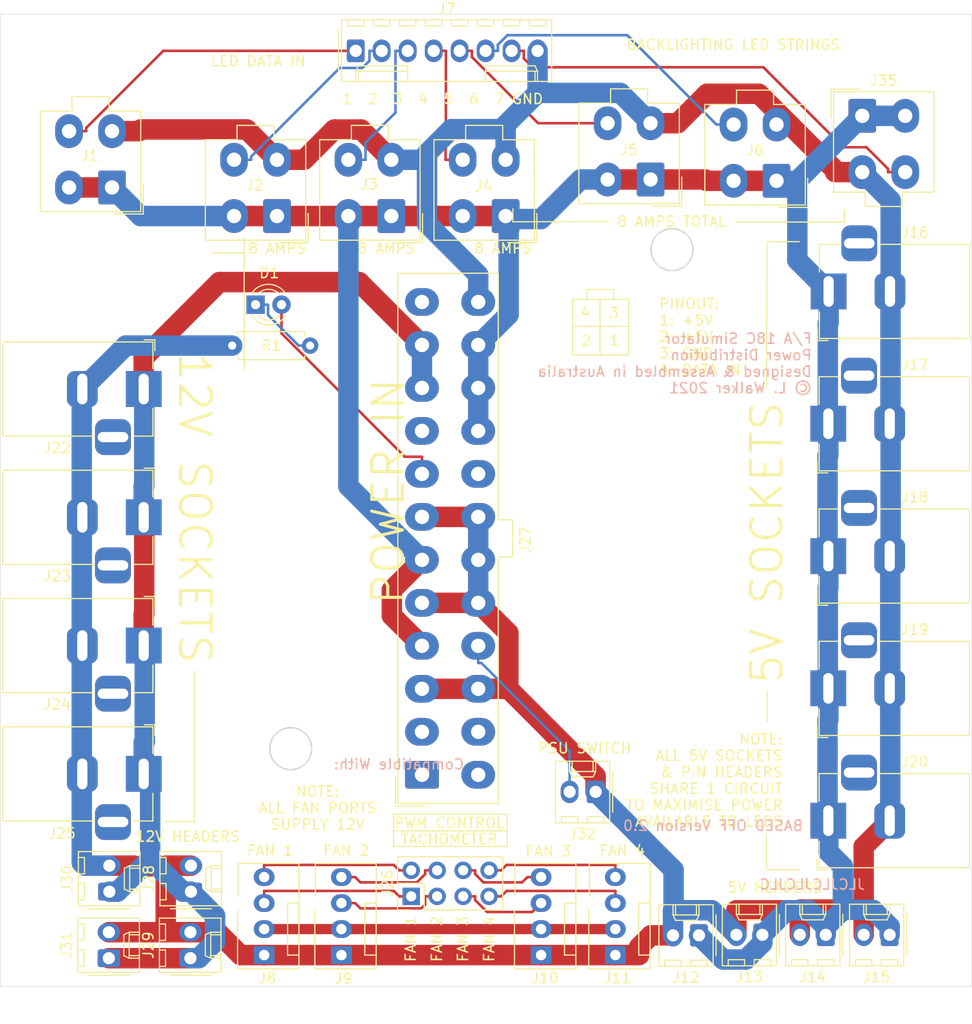
<source format=kicad_pcb>
(kicad_pcb (version 20171130) (host pcbnew "(5.1.10-1-10_14)")

  (general
    (thickness 1.6)
    (drawings 71)
    (tracks 293)
    (zones 0)
    (modules 34)
    (nets 23)
  )

  (page A4)
  (layers
    (0 F.Cu signal)
    (31 B.Cu signal)
    (32 B.Adhes user)
    (33 F.Adhes user)
    (34 B.Paste user)
    (35 F.Paste user)
    (36 B.SilkS user)
    (37 F.SilkS user)
    (38 B.Mask user)
    (39 F.Mask user)
    (40 Dwgs.User user)
    (41 Cmts.User user)
    (42 Eco1.User user)
    (43 Eco2.User user)
    (44 Edge.Cuts user)
    (45 Margin user)
    (46 B.CrtYd user)
    (47 F.CrtYd user)
    (48 B.Fab user)
    (49 F.Fab user)
  )

  (setup
    (last_trace_width 0.25)
    (user_trace_width 0.25)
    (user_trace_width 1)
    (user_trace_width 2)
    (user_trace_width 3)
    (user_trace_width 4)
    (user_trace_width 5)
    (user_trace_width 6)
    (user_trace_width 7)
    (trace_clearance 0.2)
    (zone_clearance 0.508)
    (zone_45_only no)
    (trace_min 0.2)
    (via_size 0.8)
    (via_drill 0.4)
    (via_min_size 0.4)
    (via_min_drill 0.3)
    (uvia_size 0.3)
    (uvia_drill 0.1)
    (uvias_allowed no)
    (uvia_min_size 0.2)
    (uvia_min_drill 0.1)
    (edge_width 0.05)
    (segment_width 0.2)
    (pcb_text_width 0.3)
    (pcb_text_size 1.5 1.5)
    (mod_edge_width 0.12)
    (mod_text_size 1 1)
    (mod_text_width 0.15)
    (pad_size 1.524 1.524)
    (pad_drill 0.762)
    (pad_to_mask_clearance 0.05)
    (aux_axis_origin 0 0)
    (grid_origin 37.3 -13.3)
    (visible_elements 7FFFFFFF)
    (pcbplotparams
      (layerselection 0x010fc_ffffffff)
      (usegerberextensions false)
      (usegerberattributes true)
      (usegerberadvancedattributes true)
      (creategerberjobfile true)
      (excludeedgelayer true)
      (linewidth 0.100000)
      (plotframeref false)
      (viasonmask false)
      (mode 1)
      (useauxorigin false)
      (hpglpennumber 1)
      (hpglpenspeed 20)
      (hpglpendiameter 15.000000)
      (psnegative false)
      (psa4output false)
      (plotreference true)
      (plotvalue true)
      (plotinvisibletext false)
      (padsonsilk false)
      (subtractmaskfromsilk false)
      (outputformat 1)
      (mirror false)
      (drillshape 0)
      (scaleselection 1)
      (outputdirectory "Manufacturing/"))
  )

  (net 0 "")
  (net 1 /LED5V1)
  (net 2 /12VSOCKETS+)
  (net 3 /FAN+)
  (net 4 "Net-(D1-Pad1)")
  (net 5 /LEDGND)
  (net 6 /LEDDATA1)
  (net 7 /LEDDATA2)
  (net 8 /LEDDATA3)
  (net 9 /LEDDATA4)
  (net 10 /LEDDATA5)
  (net 11 /LEDDATA6)
  (net 12 /PWRGOOD)
  (net 13 /PSUSW)
  (net 14 /LEDDATA7)
  (net 15 /FAN1Control)
  (net 16 /FAN1Tach)
  (net 17 /FAN2Control)
  (net 18 /FAN2Tach)
  (net 19 /FAN3Control)
  (net 20 /FAN3Tach)
  (net 21 /FAN4Control)
  (net 22 /FAN4Tach)

  (net_class Default "This is the default net class."
    (clearance 0.2)
    (trace_width 0.25)
    (via_dia 0.8)
    (via_drill 0.4)
    (uvia_dia 0.3)
    (uvia_drill 0.1)
    (add_net /FAN1Control)
    (add_net /FAN1Tach)
    (add_net /FAN2Control)
    (add_net /FAN2Tach)
    (add_net /FAN3Control)
    (add_net /FAN3Tach)
    (add_net /FAN4Control)
    (add_net /FAN4Tach)
    (add_net /LEDDATA1)
    (add_net /LEDDATA2)
    (add_net /LEDDATA3)
    (add_net /LEDDATA4)
    (add_net /LEDDATA5)
    (add_net /LEDDATA6)
    (add_net /LEDDATA7)
    (add_net /PSUSW)
    (add_net /PWRGOOD)
    (add_net "Net-(D1-Pad1)")
  )

  (net_class "5V SOCKETS" ""
    (clearance 0.3)
    (trace_width 2)
    (via_dia 2)
    (via_drill 1)
    (uvia_dia 0.3)
    (uvia_drill 0.1)
    (add_net /12VSOCKETS+)
  )

  (net_class "FAN POWER" ""
    (clearance 0.2)
    (trace_width 1)
    (via_dia 1)
    (via_drill 0.5)
    (uvia_dia 0.3)
    (uvia_drill 0.1)
    (add_net /FAN+)
  )

  (net_class "LED POWER" ""
    (clearance 0.3)
    (trace_width 2)
    (via_dia 4)
    (via_drill 2)
    (uvia_dia 0.3)
    (uvia_drill 0.1)
    (add_net /LED5V1)
    (add_net /LEDGND)
  )

  (net_class "LED POWER -" ""
    (clearance 0.2)
    (trace_width 2)
    (via_dia 2)
    (via_drill 0.8)
    (uvia_dia 0.3)
    (uvia_drill 0.1)
  )

  (module Connector_Molex:Molex_Mini-Fit_Jr_5566-04A_2x02_P4.20mm_Vertical (layer F.Cu) (tedit 5B781992) (tstamp 61733F6D)
    (at 84.29 9.941)
    (descr "Molex Mini-Fit Jr. Power Connectors, old mpn/engineering number: 5566-04A, example for new mpn: 39-28-x04x, 2 Pins per row, Mounting:  (http://www.molex.com/pdm_docs/sd/039281043_sd.pdf), generated with kicad-footprint-generator")
    (tags "connector Molex Mini-Fit_Jr side entry")
    (path /613BCAE7)
    (fp_text reference J35 (at 2.1 -3.45) (layer F.SilkS)
      (effects (font (size 1 1) (thickness 0.15)))
    )
    (fp_text value Conn_01x04_Female (at 2.1 9.95) (layer F.Fab)
      (effects (font (size 1 1) (thickness 0.15)))
    )
    (fp_line (start 7.4 -2.75) (end -3.2 -2.75) (layer F.CrtYd) (width 0.05))
    (fp_line (start 7.4 9.25) (end 7.4 -2.75) (layer F.CrtYd) (width 0.05))
    (fp_line (start -3.2 9.25) (end 7.4 9.25) (layer F.CrtYd) (width 0.05))
    (fp_line (start -3.2 -2.75) (end -3.2 9.25) (layer F.CrtYd) (width 0.05))
    (fp_line (start -3.05 -2.6) (end -3.05 0.25) (layer F.Fab) (width 0.1))
    (fp_line (start -0.2 -2.6) (end -3.05 -2.6) (layer F.Fab) (width 0.1))
    (fp_line (start -3.05 -2.6) (end -3.05 0.25) (layer F.SilkS) (width 0.12))
    (fp_line (start -0.2 -2.6) (end -3.05 -2.6) (layer F.SilkS) (width 0.12))
    (fp_line (start 3.91 8.86) (end 2.1 8.86) (layer F.SilkS) (width 0.12))
    (fp_line (start 3.91 7.46) (end 3.91 8.86) (layer F.SilkS) (width 0.12))
    (fp_line (start 7.01 7.46) (end 3.91 7.46) (layer F.SilkS) (width 0.12))
    (fp_line (start 7.01 -2.36) (end 7.01 7.46) (layer F.SilkS) (width 0.12))
    (fp_line (start 2.1 -2.36) (end 7.01 -2.36) (layer F.SilkS) (width 0.12))
    (fp_line (start 0.29 8.86) (end 2.1 8.86) (layer F.SilkS) (width 0.12))
    (fp_line (start 0.29 7.46) (end 0.29 8.86) (layer F.SilkS) (width 0.12))
    (fp_line (start -2.81 7.46) (end 0.29 7.46) (layer F.SilkS) (width 0.12))
    (fp_line (start -2.81 -2.36) (end -2.81 7.46) (layer F.SilkS) (width 0.12))
    (fp_line (start 2.1 -2.36) (end -2.81 -2.36) (layer F.SilkS) (width 0.12))
    (fp_line (start 5.85 2.3) (end 2.55 2.3) (layer F.Fab) (width 0.1))
    (fp_line (start 5.85 -0.175) (end 5.85 2.3) (layer F.Fab) (width 0.1))
    (fp_line (start 5.025 -1) (end 5.85 -0.175) (layer F.Fab) (width 0.1))
    (fp_line (start 3.375 -1) (end 5.025 -1) (layer F.Fab) (width 0.1))
    (fp_line (start 2.55 -0.175) (end 3.375 -1) (layer F.Fab) (width 0.1))
    (fp_line (start 2.55 2.3) (end 2.55 -0.175) (layer F.Fab) (width 0.1))
    (fp_line (start 5.85 3.2) (end 2.55 3.2) (layer F.Fab) (width 0.1))
    (fp_line (start 5.85 6.5) (end 5.85 3.2) (layer F.Fab) (width 0.1))
    (fp_line (start 2.55 6.5) (end 5.85 6.5) (layer F.Fab) (width 0.1))
    (fp_line (start 2.55 3.2) (end 2.55 6.5) (layer F.Fab) (width 0.1))
    (fp_line (start 1.65 6.5) (end -1.65 6.5) (layer F.Fab) (width 0.1))
    (fp_line (start 1.65 4.025) (end 1.65 6.5) (layer F.Fab) (width 0.1))
    (fp_line (start 0.825 3.2) (end 1.65 4.025) (layer F.Fab) (width 0.1))
    (fp_line (start -0.825 3.2) (end 0.825 3.2) (layer F.Fab) (width 0.1))
    (fp_line (start -1.65 4.025) (end -0.825 3.2) (layer F.Fab) (width 0.1))
    (fp_line (start -1.65 6.5) (end -1.65 4.025) (layer F.Fab) (width 0.1))
    (fp_line (start 1.65 -1) (end -1.65 -1) (layer F.Fab) (width 0.1))
    (fp_line (start 1.65 2.3) (end 1.65 -1) (layer F.Fab) (width 0.1))
    (fp_line (start -1.65 2.3) (end 1.65 2.3) (layer F.Fab) (width 0.1))
    (fp_line (start -1.65 -1) (end -1.65 2.3) (layer F.Fab) (width 0.1))
    (fp_line (start 3.8 8.75) (end 3.8 7.35) (layer F.Fab) (width 0.1))
    (fp_line (start 0.4 8.75) (end 3.8 8.75) (layer F.Fab) (width 0.1))
    (fp_line (start 0.4 7.35) (end 0.4 8.75) (layer F.Fab) (width 0.1))
    (fp_line (start 6.9 -2.25) (end -2.7 -2.25) (layer F.Fab) (width 0.1))
    (fp_line (start 6.9 7.35) (end 6.9 -2.25) (layer F.Fab) (width 0.1))
    (fp_line (start -2.7 7.35) (end 6.9 7.35) (layer F.Fab) (width 0.1))
    (fp_line (start -2.7 -2.25) (end -2.7 7.35) (layer F.Fab) (width 0.1))
    (fp_text user %R (at 2.1 -1.55) (layer F.Fab)
      (effects (font (size 1 1) (thickness 0.15)))
    )
    (pad 4 thru_hole oval (at 4.2 5.5) (size 2.7 3.3) (drill 1.4) (layers *.Cu *.Mask)
      (net 14 /LEDDATA7))
    (pad 3 thru_hole oval (at 0 5.5) (size 2.7 3.3) (drill 1.4) (layers *.Cu *.Mask)
      (net 5 /LEDGND))
    (pad 2 thru_hole oval (at 4.2 0) (size 2.7 3.3) (drill 1.4) (layers *.Cu *.Mask)
      (net 1 /LED5V1))
    (pad 1 thru_hole roundrect (at 0 0) (size 2.7 3.3) (drill 1.4) (layers *.Cu *.Mask) (roundrect_rratio 0.09259299999999999)
      (net 1 /LED5V1))
    (model ${KISYS3DMOD}/Connector_Molex.3dshapes/Molex_Mini-Fit_Jr_5566-04A_2x02_P4.20mm_Vertical.wrl
      (at (xyz 0 0 0))
      (scale (xyz 1 1 1))
      (rotate (xyz 0 0 0))
    )
  )

  (module PT_Library_v001:Molex_1x08_P2.54mm_Vertical (layer F.Cu) (tedit 5B78013E) (tstamp 5F8C6AD8)
    (at 34.76 3.591)
    (descr "Molex KK-254 Interconnect System, old/engineering part number: AE-6410-08A example for new part number: 22-27-2081, 8 Pins (http://www.molex.com/pdm_docs/sd/022272021_sd.pdf), generated with kicad-footprint-generator")
    (tags "connector Molex KK-254 side entry")
    (path /5F9F280B)
    (fp_text reference J7 (at 8.89 -4.12) (layer F.SilkS)
      (effects (font (size 1 1) (thickness 0.15)))
    )
    (fp_text value Conn_01x08_Female (at 8.89 4.08) (layer F.Fab)
      (effects (font (size 1 1) (thickness 0.15)))
    )
    (fp_line (start 19.55 -3.42) (end -1.77 -3.42) (layer F.CrtYd) (width 0.05))
    (fp_line (start 19.55 3.38) (end 19.55 -3.42) (layer F.CrtYd) (width 0.05))
    (fp_line (start -1.77 3.38) (end 19.55 3.38) (layer F.CrtYd) (width 0.05))
    (fp_line (start -1.77 -3.42) (end -1.77 3.38) (layer F.CrtYd) (width 0.05))
    (fp_line (start 18.58 -2.43) (end 18.58 -3.03) (layer F.SilkS) (width 0.12))
    (fp_line (start 16.98 -2.43) (end 18.58 -2.43) (layer F.SilkS) (width 0.12))
    (fp_line (start 16.98 -3.03) (end 16.98 -2.43) (layer F.SilkS) (width 0.12))
    (fp_line (start 16.04 -2.43) (end 16.04 -3.03) (layer F.SilkS) (width 0.12))
    (fp_line (start 14.44 -2.43) (end 16.04 -2.43) (layer F.SilkS) (width 0.12))
    (fp_line (start 14.44 -3.03) (end 14.44 -2.43) (layer F.SilkS) (width 0.12))
    (fp_line (start 13.5 -2.43) (end 13.5 -3.03) (layer F.SilkS) (width 0.12))
    (fp_line (start 11.9 -2.43) (end 13.5 -2.43) (layer F.SilkS) (width 0.12))
    (fp_line (start 11.9 -3.03) (end 11.9 -2.43) (layer F.SilkS) (width 0.12))
    (fp_line (start 10.96 -2.43) (end 10.96 -3.03) (layer F.SilkS) (width 0.12))
    (fp_line (start 9.36 -2.43) (end 10.96 -2.43) (layer F.SilkS) (width 0.12))
    (fp_line (start 9.36 -3.03) (end 9.36 -2.43) (layer F.SilkS) (width 0.12))
    (fp_line (start 8.42 -2.43) (end 8.42 -3.03) (layer F.SilkS) (width 0.12))
    (fp_line (start 6.82 -2.43) (end 8.42 -2.43) (layer F.SilkS) (width 0.12))
    (fp_line (start 6.82 -3.03) (end 6.82 -2.43) (layer F.SilkS) (width 0.12))
    (fp_line (start 5.88 -2.43) (end 5.88 -3.03) (layer F.SilkS) (width 0.12))
    (fp_line (start 4.28 -2.43) (end 5.88 -2.43) (layer F.SilkS) (width 0.12))
    (fp_line (start 4.28 -3.03) (end 4.28 -2.43) (layer F.SilkS) (width 0.12))
    (fp_line (start 3.34 -2.43) (end 3.34 -3.03) (layer F.SilkS) (width 0.12))
    (fp_line (start 1.74 -2.43) (end 3.34 -2.43) (layer F.SilkS) (width 0.12))
    (fp_line (start 1.74 -3.03) (end 1.74 -2.43) (layer F.SilkS) (width 0.12))
    (fp_line (start 0.8 -2.43) (end 0.8 -3.03) (layer F.SilkS) (width 0.12))
    (fp_line (start -0.8 -2.43) (end 0.8 -2.43) (layer F.SilkS) (width 0.12))
    (fp_line (start -0.8 -3.03) (end -0.8 -2.43) (layer F.SilkS) (width 0.12))
    (fp_line (start 17.53 2.99) (end 17.53 1.99) (layer F.SilkS) (width 0.12))
    (fp_line (start 12.7 1.46) (end 12.7 1.99) (layer F.SilkS) (width 0.12))
    (fp_line (start 17.53 1.46) (end 12.7 1.46) (layer F.SilkS) (width 0.12))
    (fp_line (start 17.78 1.99) (end 17.53 1.46) (layer F.SilkS) (width 0.12))
    (fp_line (start 12.7 1.99) (end 12.7 2.99) (layer F.SilkS) (width 0.12))
    (fp_line (start 17.78 1.99) (end 12.7 1.99) (layer F.SilkS) (width 0.12))
    (fp_line (start 17.78 2.99) (end 17.78 1.99) (layer F.SilkS) (width 0.12))
    (fp_line (start 0.25 2.99) (end 0.25 1.99) (layer F.SilkS) (width 0.12))
    (fp_line (start 5.08 1.46) (end 5.08 1.99) (layer F.SilkS) (width 0.12))
    (fp_line (start 0.25 1.46) (end 5.08 1.46) (layer F.SilkS) (width 0.12))
    (fp_line (start 0 1.99) (end 0.25 1.46) (layer F.SilkS) (width 0.12))
    (fp_line (start 5.08 1.99) (end 5.08 2.99) (layer F.SilkS) (width 0.12))
    (fp_line (start 0 1.99) (end 5.08 1.99) (layer F.SilkS) (width 0.12))
    (fp_line (start 0 2.99) (end 0 1.99) (layer F.SilkS) (width 0.12))
    (fp_line (start -0.562893 0) (end -1.27 0.5) (layer F.Fab) (width 0.1))
    (fp_line (start -1.27 -0.5) (end -0.562893 0) (layer F.Fab) (width 0.1))
    (fp_line (start -1.67 -2) (end -1.67 2) (layer F.SilkS) (width 0.12))
    (fp_line (start 19.16 -3.03) (end -1.38 -3.03) (layer F.SilkS) (width 0.12))
    (fp_line (start 19.16 2.99) (end 19.16 -3.03) (layer F.SilkS) (width 0.12))
    (fp_line (start -1.38 2.99) (end 19.16 2.99) (layer F.SilkS) (width 0.12))
    (fp_line (start -1.38 -3.03) (end -1.38 2.99) (layer F.SilkS) (width 0.12))
    (fp_line (start 19.05 -2.92) (end -1.27 -2.92) (layer F.Fab) (width 0.1))
    (fp_line (start 19.05 2.88) (end 19.05 -2.92) (layer F.Fab) (width 0.1))
    (fp_line (start -1.27 2.88) (end 19.05 2.88) (layer F.Fab) (width 0.1))
    (fp_line (start -1.27 -2.92) (end -1.27 2.88) (layer F.Fab) (width 0.1))
    (fp_text user %R (at 8.89 -2.22) (layer F.Fab)
      (effects (font (size 1 1) (thickness 0.15)))
    )
    (pad 8 thru_hole oval (at 17.78 0) (size 1.74 2.2) (drill 1.2) (layers *.Cu *.Mask)
      (net 5 /LEDGND))
    (pad 7 thru_hole oval (at 15.24 0) (size 1.74 2.2) (drill 1.2) (layers *.Cu *.Mask)
      (net 14 /LEDDATA7))
    (pad 6 thru_hole oval (at 12.7 0) (size 1.74 2.2) (drill 1.2) (layers *.Cu *.Mask)
      (net 11 /LEDDATA6))
    (pad 5 thru_hole oval (at 10.16 0) (size 1.74 2.2) (drill 1.2) (layers *.Cu *.Mask)
      (net 10 /LEDDATA5))
    (pad 4 thru_hole oval (at 7.62 0) (size 1.74 2.2) (drill 1.2) (layers *.Cu *.Mask)
      (net 9 /LEDDATA4))
    (pad 3 thru_hole oval (at 5.08 0) (size 1.74 2.2) (drill 1.2) (layers *.Cu *.Mask)
      (net 8 /LEDDATA3))
    (pad 2 thru_hole oval (at 2.54 0) (size 1.74 2.2) (drill 1.2) (layers *.Cu *.Mask)
      (net 7 /LEDDATA2))
    (pad 1 thru_hole roundrect (at 0 0) (size 1.74 2.2) (drill 1.2) (layers *.Cu *.Mask) (roundrect_rratio 0.143678)
      (net 6 /LEDDATA1))
    (model ${KISYS3DMOD}/Connector_Molex.3dshapes/Molex_KK-254_AE-6410-08A_1x08_P2.54mm_Vertical.wrl
      (at (xyz 0 0 0))
      (scale (xyz 1 1 1))
      (rotate (xyz 0 0 0))
    )
  )

  (module Connector_Molex:Molex_Mini-Fit_Jr_5566-04A_2x02_P4.20mm_Vertical (layer F.Cu) (tedit 5B781992) (tstamp 5F8B31F5)
    (at 27.06 19.734 180)
    (descr "Molex Mini-Fit Jr. Power Connectors, old mpn/engineering number: 5566-04A, example for new mpn: 39-28-x04x, 2 Pins per row, Mounting:  (http://www.molex.com/pdm_docs/sd/039281043_sd.pdf), generated with kicad-footprint-generator")
    (tags "connector Molex Mini-Fit_Jr side entry")
    (path /5F8A7AD3)
    (fp_text reference J2 (at 2.18 3) (layer F.SilkS)
      (effects (font (size 1 1) (thickness 0.15)))
    )
    (fp_text value Conn_01x04_Female (at 2.1 9.95) (layer F.Fab)
      (effects (font (size 1 1) (thickness 0.15)))
    )
    (fp_line (start -2.7 -2.25) (end -2.7 7.35) (layer F.Fab) (width 0.1))
    (fp_line (start -2.7 7.35) (end 6.9 7.35) (layer F.Fab) (width 0.1))
    (fp_line (start 6.9 7.35) (end 6.9 -2.25) (layer F.Fab) (width 0.1))
    (fp_line (start 6.9 -2.25) (end -2.7 -2.25) (layer F.Fab) (width 0.1))
    (fp_line (start 0.4 7.35) (end 0.4 8.75) (layer F.Fab) (width 0.1))
    (fp_line (start 0.4 8.75) (end 3.8 8.75) (layer F.Fab) (width 0.1))
    (fp_line (start 3.8 8.75) (end 3.8 7.35) (layer F.Fab) (width 0.1))
    (fp_line (start -1.65 -1) (end -1.65 2.3) (layer F.Fab) (width 0.1))
    (fp_line (start -1.65 2.3) (end 1.65 2.3) (layer F.Fab) (width 0.1))
    (fp_line (start 1.65 2.3) (end 1.65 -1) (layer F.Fab) (width 0.1))
    (fp_line (start 1.65 -1) (end -1.65 -1) (layer F.Fab) (width 0.1))
    (fp_line (start -1.65 6.5) (end -1.65 4.025) (layer F.Fab) (width 0.1))
    (fp_line (start -1.65 4.025) (end -0.825 3.2) (layer F.Fab) (width 0.1))
    (fp_line (start -0.825 3.2) (end 0.825 3.2) (layer F.Fab) (width 0.1))
    (fp_line (start 0.825 3.2) (end 1.65 4.025) (layer F.Fab) (width 0.1))
    (fp_line (start 1.65 4.025) (end 1.65 6.5) (layer F.Fab) (width 0.1))
    (fp_line (start 1.65 6.5) (end -1.65 6.5) (layer F.Fab) (width 0.1))
    (fp_line (start 2.55 3.2) (end 2.55 6.5) (layer F.Fab) (width 0.1))
    (fp_line (start 2.55 6.5) (end 5.85 6.5) (layer F.Fab) (width 0.1))
    (fp_line (start 5.85 6.5) (end 5.85 3.2) (layer F.Fab) (width 0.1))
    (fp_line (start 5.85 3.2) (end 2.55 3.2) (layer F.Fab) (width 0.1))
    (fp_line (start 2.55 2.3) (end 2.55 -0.175) (layer F.Fab) (width 0.1))
    (fp_line (start 2.55 -0.175) (end 3.375 -1) (layer F.Fab) (width 0.1))
    (fp_line (start 3.375 -1) (end 5.025 -1) (layer F.Fab) (width 0.1))
    (fp_line (start 5.025 -1) (end 5.85 -0.175) (layer F.Fab) (width 0.1))
    (fp_line (start 5.85 -0.175) (end 5.85 2.3) (layer F.Fab) (width 0.1))
    (fp_line (start 5.85 2.3) (end 2.55 2.3) (layer F.Fab) (width 0.1))
    (fp_line (start 2.1 -2.36) (end -2.81 -2.36) (layer F.SilkS) (width 0.12))
    (fp_line (start -2.81 -2.36) (end -2.81 7.46) (layer F.SilkS) (width 0.12))
    (fp_line (start -2.81 7.46) (end 0.29 7.46) (layer F.SilkS) (width 0.12))
    (fp_line (start 0.29 7.46) (end 0.29 8.86) (layer F.SilkS) (width 0.12))
    (fp_line (start 0.29 8.86) (end 2.1 8.86) (layer F.SilkS) (width 0.12))
    (fp_line (start 2.1 -2.36) (end 7.01 -2.36) (layer F.SilkS) (width 0.12))
    (fp_line (start 7.01 -2.36) (end 7.01 7.46) (layer F.SilkS) (width 0.12))
    (fp_line (start 7.01 7.46) (end 3.91 7.46) (layer F.SilkS) (width 0.12))
    (fp_line (start 3.91 7.46) (end 3.91 8.86) (layer F.SilkS) (width 0.12))
    (fp_line (start 3.91 8.86) (end 2.1 8.86) (layer F.SilkS) (width 0.12))
    (fp_line (start -0.2 -2.6) (end -3.05 -2.6) (layer F.SilkS) (width 0.12))
    (fp_line (start -3.05 -2.6) (end -3.05 0.25) (layer F.SilkS) (width 0.12))
    (fp_line (start -0.2 -2.6) (end -3.05 -2.6) (layer F.Fab) (width 0.1))
    (fp_line (start -3.05 -2.6) (end -3.05 0.25) (layer F.Fab) (width 0.1))
    (fp_line (start -3.2 -2.75) (end -3.2 9.25) (layer F.CrtYd) (width 0.05))
    (fp_line (start -3.2 9.25) (end 7.4 9.25) (layer F.CrtYd) (width 0.05))
    (fp_line (start 7.4 9.25) (end 7.4 -2.75) (layer F.CrtYd) (width 0.05))
    (fp_line (start 7.4 -2.75) (end -3.2 -2.75) (layer F.CrtYd) (width 0.05))
    (fp_text user %R (at 2.1 -1.55) (layer F.Fab)
      (effects (font (size 1 1) (thickness 0.15)))
    )
    (pad 4 thru_hole oval (at 4.2 5.5 180) (size 2.7 3.3) (drill 1.4) (layers *.Cu *.Mask)
      (net 7 /LEDDATA2))
    (pad 3 thru_hole oval (at 0 5.5 180) (size 2.7 3.3) (drill 1.4) (layers *.Cu *.Mask)
      (net 5 /LEDGND))
    (pad 2 thru_hole oval (at 4.2 0 180) (size 2.7 3.3) (drill 1.4) (layers *.Cu *.Mask)
      (net 1 /LED5V1))
    (pad 1 thru_hole roundrect (at 0 0 180) (size 2.7 3.3) (drill 1.4) (layers *.Cu *.Mask) (roundrect_rratio 0.09259299999999999)
      (net 1 /LED5V1))
    (model ${KISYS3DMOD}/Connector_Molex.3dshapes/Molex_Mini-Fit_Jr_5566-04A_2x02_P4.20mm_Vertical.wrl
      (at (xyz 0 0 0))
      (scale (xyz 1 1 1))
      (rotate (xyz 0 0 0))
    )
  )

  (module Connector_Molex:Molex_Mini-Fit_Jr_5566-04A_2x02_P4.20mm_Vertical (layer F.Cu) (tedit 60E6FAEF) (tstamp 5F8B31C8)
    (at 10.927 16.94 180)
    (descr "Molex Mini-Fit Jr. Power Connectors, old mpn/engineering number: 5566-04A, example for new mpn: 39-28-x04x, 2 Pins per row, Mounting:  (http://www.molex.com/pdm_docs/sd/039281043_sd.pdf), generated with kicad-footprint-generator")
    (tags "connector Molex Mini-Fit_Jr side entry")
    (path /5F8A9D74)
    (fp_text reference J1 (at 2.2 3.1 180) (layer F.SilkS)
      (effects (font (size 1 1) (thickness 0.15)))
    )
    (fp_text value Conn_01x04_Female (at 2.1 9.95 180) (layer F.Fab)
      (effects (font (size 1 1) (thickness 0.15)))
    )
    (fp_line (start -2.7 -2.25) (end -2.7 7.35) (layer F.Fab) (width 0.1))
    (fp_line (start -2.7 7.35) (end 6.9 7.35) (layer F.Fab) (width 0.1))
    (fp_line (start 6.9 7.35) (end 6.9 -2.25) (layer F.Fab) (width 0.1))
    (fp_line (start 6.9 -2.25) (end -2.7 -2.25) (layer F.Fab) (width 0.1))
    (fp_line (start 0.4 7.35) (end 0.4 8.75) (layer F.Fab) (width 0.1))
    (fp_line (start 0.4 8.75) (end 3.8 8.75) (layer F.Fab) (width 0.1))
    (fp_line (start 3.8 8.75) (end 3.8 7.35) (layer F.Fab) (width 0.1))
    (fp_line (start -1.65 -1) (end -1.65 2.3) (layer F.Fab) (width 0.1))
    (fp_line (start -1.65 2.3) (end 1.65 2.3) (layer F.Fab) (width 0.1))
    (fp_line (start 1.65 2.3) (end 1.65 -1) (layer F.Fab) (width 0.1))
    (fp_line (start 1.65 -1) (end -1.65 -1) (layer F.Fab) (width 0.1))
    (fp_line (start -1.65 6.5) (end -1.65 4.025) (layer F.Fab) (width 0.1))
    (fp_line (start -1.65 4.025) (end -0.825 3.2) (layer F.Fab) (width 0.1))
    (fp_line (start -0.825 3.2) (end 0.825 3.2) (layer F.Fab) (width 0.1))
    (fp_line (start 0.825 3.2) (end 1.65 4.025) (layer F.Fab) (width 0.1))
    (fp_line (start 1.65 4.025) (end 1.65 6.5) (layer F.Fab) (width 0.1))
    (fp_line (start 1.65 6.5) (end -1.65 6.5) (layer F.Fab) (width 0.1))
    (fp_line (start 2.55 3.2) (end 2.55 6.5) (layer F.Fab) (width 0.1))
    (fp_line (start 2.55 6.5) (end 5.85 6.5) (layer F.Fab) (width 0.1))
    (fp_line (start 5.85 6.5) (end 5.85 3.2) (layer F.Fab) (width 0.1))
    (fp_line (start 5.85 3.2) (end 2.55 3.2) (layer F.Fab) (width 0.1))
    (fp_line (start 2.55 2.3) (end 2.55 -0.175) (layer F.Fab) (width 0.1))
    (fp_line (start 2.55 -0.175) (end 3.375 -1) (layer F.Fab) (width 0.1))
    (fp_line (start 3.375 -1) (end 5.025 -1) (layer F.Fab) (width 0.1))
    (fp_line (start 5.025 -1) (end 5.85 -0.175) (layer F.Fab) (width 0.1))
    (fp_line (start 5.85 -0.175) (end 5.85 2.3) (layer F.Fab) (width 0.1))
    (fp_line (start 5.85 2.3) (end 2.55 2.3) (layer F.Fab) (width 0.1))
    (fp_line (start 2.1 -2.36) (end -2.81 -2.36) (layer F.SilkS) (width 0.12))
    (fp_line (start -2.81 -2.36) (end -2.81 7.46) (layer F.SilkS) (width 0.12))
    (fp_line (start -2.81 7.46) (end 0.29 7.46) (layer F.SilkS) (width 0.12))
    (fp_line (start 0.29 7.46) (end 0.29 8.86) (layer F.SilkS) (width 0.12))
    (fp_line (start 0.29 8.86) (end 2.1 8.86) (layer F.SilkS) (width 0.12))
    (fp_line (start 2.1 -2.36) (end 7.01 -2.36) (layer F.SilkS) (width 0.12))
    (fp_line (start 7.01 -2.36) (end 7.01 7.46) (layer F.SilkS) (width 0.12))
    (fp_line (start 7.01 7.46) (end 3.91 7.46) (layer F.SilkS) (width 0.12))
    (fp_line (start 3.91 7.46) (end 3.91 8.86) (layer F.SilkS) (width 0.12))
    (fp_line (start 3.91 8.86) (end 2.1 8.86) (layer F.SilkS) (width 0.12))
    (fp_line (start -0.2 -2.6) (end -3.05 -2.6) (layer F.SilkS) (width 0.12))
    (fp_line (start -3.05 -2.6) (end -3.05 0.25) (layer F.SilkS) (width 0.12))
    (fp_line (start -0.2 -2.6) (end -3.05 -2.6) (layer F.Fab) (width 0.1))
    (fp_line (start -3.05 -2.6) (end -3.05 0.25) (layer F.Fab) (width 0.1))
    (fp_line (start -3.2 -2.75) (end -3.2 9.25) (layer F.CrtYd) (width 0.05))
    (fp_line (start -3.2 9.25) (end 7.4 9.25) (layer F.CrtYd) (width 0.05))
    (fp_line (start 7.4 9.25) (end 7.4 -2.75) (layer F.CrtYd) (width 0.05))
    (fp_line (start 7.4 -2.75) (end -3.2 -2.75) (layer F.CrtYd) (width 0.05))
    (fp_text user %R (at 2.1 -1.55 180) (layer F.Fab)
      (effects (font (size 1 1) (thickness 0.15)))
    )
    (pad 1 thru_hole roundrect (at 0 0 180) (size 2.7 3.3) (drill 1.4) (layers *.Cu *.Mask) (roundrect_rratio 0.09259299999999999)
      (net 1 /LED5V1))
    (pad 2 thru_hole oval (at 4.2 0 180) (size 2.7 3.3) (drill 1.4) (layers *.Cu *.Mask)
      (net 1 /LED5V1))
    (pad 3 thru_hole oval (at 0 5.5 180) (size 2.7 3.3) (drill 1.4) (layers *.Cu *.Mask)
      (net 5 /LEDGND))
    (pad 4 thru_hole oval (at 4.2 5.5 180) (size 2.7 3.3) (drill 1.4) (layers *.Cu *.Mask)
      (net 6 /LEDDATA1))
    (model ${KISYS3DMOD}/Connector_Molex.3dshapes/Molex_Mini-Fit_Jr_5566-04A_2x02_P4.20mm_Vertical.wrl
      (at (xyz 0 0 0))
      (scale (xyz 1 1 1))
      (rotate (xyz 0 0 0))
    )
    (model ${KISYS3DMOD}/Connector_Molex.3dshapes/Molex_Mini-Fit_Jr_5566-04A_2x02_P4.20mm_Vertical.STEP
      (offset (xyz 2 -2.5 0))
      (scale (xyz 1 1 1))
      (rotate (xyz -90 0 -180))
    )
  )

  (module Connector_Molex:Molex_Mini-Fit_Jr_5566-04A_2x02_P4.20mm_Vertical (layer F.Cu) (tedit 5B781992) (tstamp 5F8B32A9)
    (at 75.908 16.291 180)
    (descr "Molex Mini-Fit Jr. Power Connectors, old mpn/engineering number: 5566-04A, example for new mpn: 39-28-x04x, 2 Pins per row, Mounting:  (http://www.molex.com/pdm_docs/sd/039281043_sd.pdf), generated with kicad-footprint-generator")
    (tags "connector Molex Mini-Fit_Jr side entry")
    (path /5FA8FCD5)
    (fp_text reference J6 (at 2.1 3) (layer F.SilkS)
      (effects (font (size 1 1) (thickness 0.15)))
    )
    (fp_text value Conn_01x04_Female (at 2.1 9.95) (layer F.Fab)
      (effects (font (size 1 1) (thickness 0.15)))
    )
    (fp_line (start -2.7 -2.25) (end -2.7 7.35) (layer F.Fab) (width 0.1))
    (fp_line (start -2.7 7.35) (end 6.9 7.35) (layer F.Fab) (width 0.1))
    (fp_line (start 6.9 7.35) (end 6.9 -2.25) (layer F.Fab) (width 0.1))
    (fp_line (start 6.9 -2.25) (end -2.7 -2.25) (layer F.Fab) (width 0.1))
    (fp_line (start 0.4 7.35) (end 0.4 8.75) (layer F.Fab) (width 0.1))
    (fp_line (start 0.4 8.75) (end 3.8 8.75) (layer F.Fab) (width 0.1))
    (fp_line (start 3.8 8.75) (end 3.8 7.35) (layer F.Fab) (width 0.1))
    (fp_line (start -1.65 -1) (end -1.65 2.3) (layer F.Fab) (width 0.1))
    (fp_line (start -1.65 2.3) (end 1.65 2.3) (layer F.Fab) (width 0.1))
    (fp_line (start 1.65 2.3) (end 1.65 -1) (layer F.Fab) (width 0.1))
    (fp_line (start 1.65 -1) (end -1.65 -1) (layer F.Fab) (width 0.1))
    (fp_line (start -1.65 6.5) (end -1.65 4.025) (layer F.Fab) (width 0.1))
    (fp_line (start -1.65 4.025) (end -0.825 3.2) (layer F.Fab) (width 0.1))
    (fp_line (start -0.825 3.2) (end 0.825 3.2) (layer F.Fab) (width 0.1))
    (fp_line (start 0.825 3.2) (end 1.65 4.025) (layer F.Fab) (width 0.1))
    (fp_line (start 1.65 4.025) (end 1.65 6.5) (layer F.Fab) (width 0.1))
    (fp_line (start 1.65 6.5) (end -1.65 6.5) (layer F.Fab) (width 0.1))
    (fp_line (start 2.55 3.2) (end 2.55 6.5) (layer F.Fab) (width 0.1))
    (fp_line (start 2.55 6.5) (end 5.85 6.5) (layer F.Fab) (width 0.1))
    (fp_line (start 5.85 6.5) (end 5.85 3.2) (layer F.Fab) (width 0.1))
    (fp_line (start 5.85 3.2) (end 2.55 3.2) (layer F.Fab) (width 0.1))
    (fp_line (start 2.55 2.3) (end 2.55 -0.175) (layer F.Fab) (width 0.1))
    (fp_line (start 2.55 -0.175) (end 3.375 -1) (layer F.Fab) (width 0.1))
    (fp_line (start 3.375 -1) (end 5.025 -1) (layer F.Fab) (width 0.1))
    (fp_line (start 5.025 -1) (end 5.85 -0.175) (layer F.Fab) (width 0.1))
    (fp_line (start 5.85 -0.175) (end 5.85 2.3) (layer F.Fab) (width 0.1))
    (fp_line (start 5.85 2.3) (end 2.55 2.3) (layer F.Fab) (width 0.1))
    (fp_line (start 2.1 -2.36) (end -2.81 -2.36) (layer F.SilkS) (width 0.12))
    (fp_line (start -2.81 -2.36) (end -2.81 7.46) (layer F.SilkS) (width 0.12))
    (fp_line (start -2.81 7.46) (end 0.29 7.46) (layer F.SilkS) (width 0.12))
    (fp_line (start 0.29 7.46) (end 0.29 8.86) (layer F.SilkS) (width 0.12))
    (fp_line (start 0.29 8.86) (end 2.1 8.86) (layer F.SilkS) (width 0.12))
    (fp_line (start 2.1 -2.36) (end 7.01 -2.36) (layer F.SilkS) (width 0.12))
    (fp_line (start 7.01 -2.36) (end 7.01 7.46) (layer F.SilkS) (width 0.12))
    (fp_line (start 7.01 7.46) (end 3.91 7.46) (layer F.SilkS) (width 0.12))
    (fp_line (start 3.91 7.46) (end 3.91 8.86) (layer F.SilkS) (width 0.12))
    (fp_line (start 3.91 8.86) (end 2.1 8.86) (layer F.SilkS) (width 0.12))
    (fp_line (start -0.2 -2.6) (end -3.05 -2.6) (layer F.SilkS) (width 0.12))
    (fp_line (start -3.05 -2.6) (end -3.05 0.25) (layer F.SilkS) (width 0.12))
    (fp_line (start -0.2 -2.6) (end -3.05 -2.6) (layer F.Fab) (width 0.1))
    (fp_line (start -3.05 -2.6) (end -3.05 0.25) (layer F.Fab) (width 0.1))
    (fp_line (start -3.2 -2.75) (end -3.2 9.25) (layer F.CrtYd) (width 0.05))
    (fp_line (start -3.2 9.25) (end 7.4 9.25) (layer F.CrtYd) (width 0.05))
    (fp_line (start 7.4 9.25) (end 7.4 -2.75) (layer F.CrtYd) (width 0.05))
    (fp_line (start 7.4 -2.75) (end -3.2 -2.75) (layer F.CrtYd) (width 0.05))
    (fp_text user %R (at 2.1 -1.55) (layer F.Fab)
      (effects (font (size 1 1) (thickness 0.15)))
    )
    (pad 1 thru_hole roundrect (at 0 0 180) (size 2.7 3.3) (drill 1.4) (layers *.Cu *.Mask) (roundrect_rratio 0.09259299999999999)
      (net 1 /LED5V1))
    (pad 2 thru_hole oval (at 4.2 0 180) (size 2.7 3.3) (drill 1.4) (layers *.Cu *.Mask)
      (net 1 /LED5V1))
    (pad 3 thru_hole oval (at 0 5.5 180) (size 2.7 3.3) (drill 1.4) (layers *.Cu *.Mask)
      (net 5 /LEDGND))
    (pad 4 thru_hole oval (at 4.2 5.5 180) (size 2.7 3.3) (drill 1.4) (layers *.Cu *.Mask)
      (net 11 /LEDDATA6))
    (model ${KISYS3DMOD}/Connector_Molex.3dshapes/Molex_Mini-Fit_Jr_5566-04A_2x02_P4.20mm_Vertical.wrl
      (at (xyz 0 0 0))
      (scale (xyz 1 1 1))
      (rotate (xyz 0 0 0))
    )
  )

  (module Connector_Molex:Molex_Mini-Fit_Jr_5566-04A_2x02_P4.20mm_Vertical (layer F.Cu) (tedit 5B781992) (tstamp 5F8B327C)
    (at 63.589 16.164 180)
    (descr "Molex Mini-Fit Jr. Power Connectors, old mpn/engineering number: 5566-04A, example for new mpn: 39-28-x04x, 2 Pins per row, Mounting:  (http://www.molex.com/pdm_docs/sd/039281043_sd.pdf), generated with kicad-footprint-generator")
    (tags "connector Molex Mini-Fit_Jr side entry")
    (path /5FA98C27)
    (fp_text reference J5 (at 2.12 2.9) (layer F.SilkS)
      (effects (font (size 1 1) (thickness 0.15)))
    )
    (fp_text value Conn_01x04_Female (at 2.1 9.95) (layer F.Fab)
      (effects (font (size 1 1) (thickness 0.15)))
    )
    (fp_line (start -2.7 -2.25) (end -2.7 7.35) (layer F.Fab) (width 0.1))
    (fp_line (start -2.7 7.35) (end 6.9 7.35) (layer F.Fab) (width 0.1))
    (fp_line (start 6.9 7.35) (end 6.9 -2.25) (layer F.Fab) (width 0.1))
    (fp_line (start 6.9 -2.25) (end -2.7 -2.25) (layer F.Fab) (width 0.1))
    (fp_line (start 0.4 7.35) (end 0.4 8.75) (layer F.Fab) (width 0.1))
    (fp_line (start 0.4 8.75) (end 3.8 8.75) (layer F.Fab) (width 0.1))
    (fp_line (start 3.8 8.75) (end 3.8 7.35) (layer F.Fab) (width 0.1))
    (fp_line (start -1.65 -1) (end -1.65 2.3) (layer F.Fab) (width 0.1))
    (fp_line (start -1.65 2.3) (end 1.65 2.3) (layer F.Fab) (width 0.1))
    (fp_line (start 1.65 2.3) (end 1.65 -1) (layer F.Fab) (width 0.1))
    (fp_line (start 1.65 -1) (end -1.65 -1) (layer F.Fab) (width 0.1))
    (fp_line (start -1.65 6.5) (end -1.65 4.025) (layer F.Fab) (width 0.1))
    (fp_line (start -1.65 4.025) (end -0.825 3.2) (layer F.Fab) (width 0.1))
    (fp_line (start -0.825 3.2) (end 0.825 3.2) (layer F.Fab) (width 0.1))
    (fp_line (start 0.825 3.2) (end 1.65 4.025) (layer F.Fab) (width 0.1))
    (fp_line (start 1.65 4.025) (end 1.65 6.5) (layer F.Fab) (width 0.1))
    (fp_line (start 1.65 6.5) (end -1.65 6.5) (layer F.Fab) (width 0.1))
    (fp_line (start 2.55 3.2) (end 2.55 6.5) (layer F.Fab) (width 0.1))
    (fp_line (start 2.55 6.5) (end 5.85 6.5) (layer F.Fab) (width 0.1))
    (fp_line (start 5.85 6.5) (end 5.85 3.2) (layer F.Fab) (width 0.1))
    (fp_line (start 5.85 3.2) (end 2.55 3.2) (layer F.Fab) (width 0.1))
    (fp_line (start 2.55 2.3) (end 2.55 -0.175) (layer F.Fab) (width 0.1))
    (fp_line (start 2.55 -0.175) (end 3.375 -1) (layer F.Fab) (width 0.1))
    (fp_line (start 3.375 -1) (end 5.025 -1) (layer F.Fab) (width 0.1))
    (fp_line (start 5.025 -1) (end 5.85 -0.175) (layer F.Fab) (width 0.1))
    (fp_line (start 5.85 -0.175) (end 5.85 2.3) (layer F.Fab) (width 0.1))
    (fp_line (start 5.85 2.3) (end 2.55 2.3) (layer F.Fab) (width 0.1))
    (fp_line (start 2.1 -2.36) (end -2.81 -2.36) (layer F.SilkS) (width 0.12))
    (fp_line (start -2.81 -2.36) (end -2.81 7.46) (layer F.SilkS) (width 0.12))
    (fp_line (start -2.81 7.46) (end 0.29 7.46) (layer F.SilkS) (width 0.12))
    (fp_line (start 0.29 7.46) (end 0.29 8.86) (layer F.SilkS) (width 0.12))
    (fp_line (start 0.29 8.86) (end 2.1 8.86) (layer F.SilkS) (width 0.12))
    (fp_line (start 2.1 -2.36) (end 7.01 -2.36) (layer F.SilkS) (width 0.12))
    (fp_line (start 7.01 -2.36) (end 7.01 7.46) (layer F.SilkS) (width 0.12))
    (fp_line (start 7.01 7.46) (end 3.91 7.46) (layer F.SilkS) (width 0.12))
    (fp_line (start 3.91 7.46) (end 3.91 8.86) (layer F.SilkS) (width 0.12))
    (fp_line (start 3.91 8.86) (end 2.1 8.86) (layer F.SilkS) (width 0.12))
    (fp_line (start -0.2 -2.6) (end -3.05 -2.6) (layer F.SilkS) (width 0.12))
    (fp_line (start -3.05 -2.6) (end -3.05 0.25) (layer F.SilkS) (width 0.12))
    (fp_line (start -0.2 -2.6) (end -3.05 -2.6) (layer F.Fab) (width 0.1))
    (fp_line (start -3.05 -2.6) (end -3.05 0.25) (layer F.Fab) (width 0.1))
    (fp_line (start -3.2 -2.75) (end -3.2 9.25) (layer F.CrtYd) (width 0.05))
    (fp_line (start -3.2 9.25) (end 7.4 9.25) (layer F.CrtYd) (width 0.05))
    (fp_line (start 7.4 9.25) (end 7.4 -2.75) (layer F.CrtYd) (width 0.05))
    (fp_line (start 7.4 -2.75) (end -3.2 -2.75) (layer F.CrtYd) (width 0.05))
    (fp_text user %R (at 2.1 -1.55) (layer F.Fab)
      (effects (font (size 1 1) (thickness 0.15)))
    )
    (pad 1 thru_hole roundrect (at 0 0 180) (size 2.7 3.3) (drill 1.4) (layers *.Cu *.Mask) (roundrect_rratio 0.09259299999999999)
      (net 1 /LED5V1))
    (pad 2 thru_hole oval (at 4.2 0 180) (size 2.7 3.3) (drill 1.4) (layers *.Cu *.Mask)
      (net 1 /LED5V1))
    (pad 3 thru_hole oval (at 0 5.5 180) (size 2.7 3.3) (drill 1.4) (layers *.Cu *.Mask)
      (net 5 /LEDGND))
    (pad 4 thru_hole oval (at 4.2 5.5 180) (size 2.7 3.3) (drill 1.4) (layers *.Cu *.Mask)
      (net 10 /LEDDATA5))
    (model ${KISYS3DMOD}/Connector_Molex.3dshapes/Molex_Mini-Fit_Jr_5566-04A_2x02_P4.20mm_Vertical.wrl
      (at (xyz 0 0 0))
      (scale (xyz 1 1 1))
      (rotate (xyz 0 0 0))
    )
  )

  (module Connector_Molex:Molex_Mini-Fit_Jr_5566-04A_2x02_P4.20mm_Vertical (layer F.Cu) (tedit 5B781992) (tstamp 5F8B324F)
    (at 49.42 19.734 180)
    (descr "Molex Mini-Fit Jr. Power Connectors, old mpn/engineering number: 5566-04A, example for new mpn: 39-28-x04x, 2 Pins per row, Mounting:  (http://www.molex.com/pdm_docs/sd/039281043_sd.pdf), generated with kicad-footprint-generator")
    (tags "connector Molex Mini-Fit_Jr side entry")
    (path /5F8AA270)
    (fp_text reference J4 (at 2.14 2.9) (layer F.SilkS)
      (effects (font (size 1 1) (thickness 0.15)))
    )
    (fp_text value Conn_01x04_Female (at 2.1 9.95) (layer F.Fab)
      (effects (font (size 1 1) (thickness 0.15)))
    )
    (fp_line (start -2.7 -2.25) (end -2.7 7.35) (layer F.Fab) (width 0.1))
    (fp_line (start -2.7 7.35) (end 6.9 7.35) (layer F.Fab) (width 0.1))
    (fp_line (start 6.9 7.35) (end 6.9 -2.25) (layer F.Fab) (width 0.1))
    (fp_line (start 6.9 -2.25) (end -2.7 -2.25) (layer F.Fab) (width 0.1))
    (fp_line (start 0.4 7.35) (end 0.4 8.75) (layer F.Fab) (width 0.1))
    (fp_line (start 0.4 8.75) (end 3.8 8.75) (layer F.Fab) (width 0.1))
    (fp_line (start 3.8 8.75) (end 3.8 7.35) (layer F.Fab) (width 0.1))
    (fp_line (start -1.65 -1) (end -1.65 2.3) (layer F.Fab) (width 0.1))
    (fp_line (start -1.65 2.3) (end 1.65 2.3) (layer F.Fab) (width 0.1))
    (fp_line (start 1.65 2.3) (end 1.65 -1) (layer F.Fab) (width 0.1))
    (fp_line (start 1.65 -1) (end -1.65 -1) (layer F.Fab) (width 0.1))
    (fp_line (start -1.65 6.5) (end -1.65 4.025) (layer F.Fab) (width 0.1))
    (fp_line (start -1.65 4.025) (end -0.825 3.2) (layer F.Fab) (width 0.1))
    (fp_line (start -0.825 3.2) (end 0.825 3.2) (layer F.Fab) (width 0.1))
    (fp_line (start 0.825 3.2) (end 1.65 4.025) (layer F.Fab) (width 0.1))
    (fp_line (start 1.65 4.025) (end 1.65 6.5) (layer F.Fab) (width 0.1))
    (fp_line (start 1.65 6.5) (end -1.65 6.5) (layer F.Fab) (width 0.1))
    (fp_line (start 2.55 3.2) (end 2.55 6.5) (layer F.Fab) (width 0.1))
    (fp_line (start 2.55 6.5) (end 5.85 6.5) (layer F.Fab) (width 0.1))
    (fp_line (start 5.85 6.5) (end 5.85 3.2) (layer F.Fab) (width 0.1))
    (fp_line (start 5.85 3.2) (end 2.55 3.2) (layer F.Fab) (width 0.1))
    (fp_line (start 2.55 2.3) (end 2.55 -0.175) (layer F.Fab) (width 0.1))
    (fp_line (start 2.55 -0.175) (end 3.375 -1) (layer F.Fab) (width 0.1))
    (fp_line (start 3.375 -1) (end 5.025 -1) (layer F.Fab) (width 0.1))
    (fp_line (start 5.025 -1) (end 5.85 -0.175) (layer F.Fab) (width 0.1))
    (fp_line (start 5.85 -0.175) (end 5.85 2.3) (layer F.Fab) (width 0.1))
    (fp_line (start 5.85 2.3) (end 2.55 2.3) (layer F.Fab) (width 0.1))
    (fp_line (start 2.1 -2.36) (end -2.81 -2.36) (layer F.SilkS) (width 0.12))
    (fp_line (start -2.81 -2.36) (end -2.81 7.46) (layer F.SilkS) (width 0.12))
    (fp_line (start -2.81 7.46) (end 0.29 7.46) (layer F.SilkS) (width 0.12))
    (fp_line (start 0.29 7.46) (end 0.29 8.86) (layer F.SilkS) (width 0.12))
    (fp_line (start 0.29 8.86) (end 2.1 8.86) (layer F.SilkS) (width 0.12))
    (fp_line (start 2.1 -2.36) (end 7.01 -2.36) (layer F.SilkS) (width 0.12))
    (fp_line (start 7.01 -2.36) (end 7.01 7.46) (layer F.SilkS) (width 0.12))
    (fp_line (start 7.01 7.46) (end 3.91 7.46) (layer F.SilkS) (width 0.12))
    (fp_line (start 3.91 7.46) (end 3.91 8.86) (layer F.SilkS) (width 0.12))
    (fp_line (start 3.91 8.86) (end 2.1 8.86) (layer F.SilkS) (width 0.12))
    (fp_line (start -0.2 -2.6) (end -3.05 -2.6) (layer F.SilkS) (width 0.12))
    (fp_line (start -3.05 -2.6) (end -3.05 0.25) (layer F.SilkS) (width 0.12))
    (fp_line (start -0.2 -2.6) (end -3.05 -2.6) (layer F.Fab) (width 0.1))
    (fp_line (start -3.05 -2.6) (end -3.05 0.25) (layer F.Fab) (width 0.1))
    (fp_line (start -3.2 -2.75) (end -3.2 9.25) (layer F.CrtYd) (width 0.05))
    (fp_line (start -3.2 9.25) (end 7.4 9.25) (layer F.CrtYd) (width 0.05))
    (fp_line (start 7.4 9.25) (end 7.4 -2.75) (layer F.CrtYd) (width 0.05))
    (fp_line (start 7.4 -2.75) (end -3.2 -2.75) (layer F.CrtYd) (width 0.05))
    (fp_text user %R (at 2.1 -1.55) (layer F.Fab)
      (effects (font (size 1 1) (thickness 0.15)))
    )
    (pad 1 thru_hole roundrect (at 0 0 180) (size 2.7 3.3) (drill 1.4) (layers *.Cu *.Mask) (roundrect_rratio 0.09259299999999999)
      (net 1 /LED5V1))
    (pad 2 thru_hole oval (at 4.2 0 180) (size 2.7 3.3) (drill 1.4) (layers *.Cu *.Mask)
      (net 1 /LED5V1))
    (pad 3 thru_hole oval (at 0 5.5 180) (size 2.7 3.3) (drill 1.4) (layers *.Cu *.Mask)
      (net 5 /LEDGND))
    (pad 4 thru_hole oval (at 4.2 5.5 180) (size 2.7 3.3) (drill 1.4) (layers *.Cu *.Mask)
      (net 9 /LEDDATA4))
    (model ${KISYS3DMOD}/Connector_Molex.3dshapes/Molex_Mini-Fit_Jr_5566-04A_2x02_P4.20mm_Vertical.wrl
      (at (xyz 0 0 0))
      (scale (xyz 1 1 1))
      (rotate (xyz 0 0 0))
    )
  )

  (module Connector_Molex:Molex_Mini-Fit_Jr_5566-04A_2x02_P4.20mm_Vertical (layer F.Cu) (tedit 5B781992) (tstamp 5F8B3222)
    (at 38.24 19.734 180)
    (descr "Molex Mini-Fit Jr. Power Connectors, old mpn/engineering number: 5566-04A, example for new mpn: 39-28-x04x, 2 Pins per row, Mounting:  (http://www.molex.com/pdm_docs/sd/039281043_sd.pdf), generated with kicad-footprint-generator")
    (tags "connector Molex Mini-Fit_Jr side entry")
    (path /5F8AAC44)
    (fp_text reference J3 (at 2.16 3.1) (layer F.SilkS)
      (effects (font (size 1 1) (thickness 0.15)))
    )
    (fp_text value Conn_01x04_Female (at 2.1 9.95) (layer F.Fab)
      (effects (font (size 1 1) (thickness 0.15)))
    )
    (fp_line (start -2.7 -2.25) (end -2.7 7.35) (layer F.Fab) (width 0.1))
    (fp_line (start -2.7 7.35) (end 6.9 7.35) (layer F.Fab) (width 0.1))
    (fp_line (start 6.9 7.35) (end 6.9 -2.25) (layer F.Fab) (width 0.1))
    (fp_line (start 6.9 -2.25) (end -2.7 -2.25) (layer F.Fab) (width 0.1))
    (fp_line (start 0.4 7.35) (end 0.4 8.75) (layer F.Fab) (width 0.1))
    (fp_line (start 0.4 8.75) (end 3.8 8.75) (layer F.Fab) (width 0.1))
    (fp_line (start 3.8 8.75) (end 3.8 7.35) (layer F.Fab) (width 0.1))
    (fp_line (start -1.65 -1) (end -1.65 2.3) (layer F.Fab) (width 0.1))
    (fp_line (start -1.65 2.3) (end 1.65 2.3) (layer F.Fab) (width 0.1))
    (fp_line (start 1.65 2.3) (end 1.65 -1) (layer F.Fab) (width 0.1))
    (fp_line (start 1.65 -1) (end -1.65 -1) (layer F.Fab) (width 0.1))
    (fp_line (start -1.65 6.5) (end -1.65 4.025) (layer F.Fab) (width 0.1))
    (fp_line (start -1.65 4.025) (end -0.825 3.2) (layer F.Fab) (width 0.1))
    (fp_line (start -0.825 3.2) (end 0.825 3.2) (layer F.Fab) (width 0.1))
    (fp_line (start 0.825 3.2) (end 1.65 4.025) (layer F.Fab) (width 0.1))
    (fp_line (start 1.65 4.025) (end 1.65 6.5) (layer F.Fab) (width 0.1))
    (fp_line (start 1.65 6.5) (end -1.65 6.5) (layer F.Fab) (width 0.1))
    (fp_line (start 2.55 3.2) (end 2.55 6.5) (layer F.Fab) (width 0.1))
    (fp_line (start 2.55 6.5) (end 5.85 6.5) (layer F.Fab) (width 0.1))
    (fp_line (start 5.85 6.5) (end 5.85 3.2) (layer F.Fab) (width 0.1))
    (fp_line (start 5.85 3.2) (end 2.55 3.2) (layer F.Fab) (width 0.1))
    (fp_line (start 2.55 2.3) (end 2.55 -0.175) (layer F.Fab) (width 0.1))
    (fp_line (start 2.55 -0.175) (end 3.375 -1) (layer F.Fab) (width 0.1))
    (fp_line (start 3.375 -1) (end 5.025 -1) (layer F.Fab) (width 0.1))
    (fp_line (start 5.025 -1) (end 5.85 -0.175) (layer F.Fab) (width 0.1))
    (fp_line (start 5.85 -0.175) (end 5.85 2.3) (layer F.Fab) (width 0.1))
    (fp_line (start 5.85 2.3) (end 2.55 2.3) (layer F.Fab) (width 0.1))
    (fp_line (start 2.1 -2.36) (end -2.81 -2.36) (layer F.SilkS) (width 0.12))
    (fp_line (start -2.81 -2.36) (end -2.81 7.46) (layer F.SilkS) (width 0.12))
    (fp_line (start -2.81 7.46) (end 0.29 7.46) (layer F.SilkS) (width 0.12))
    (fp_line (start 0.29 7.46) (end 0.29 8.86) (layer F.SilkS) (width 0.12))
    (fp_line (start 0.29 8.86) (end 2.1 8.86) (layer F.SilkS) (width 0.12))
    (fp_line (start 2.1 -2.36) (end 7.01 -2.36) (layer F.SilkS) (width 0.12))
    (fp_line (start 7.01 -2.36) (end 7.01 7.46) (layer F.SilkS) (width 0.12))
    (fp_line (start 7.01 7.46) (end 3.91 7.46) (layer F.SilkS) (width 0.12))
    (fp_line (start 3.91 7.46) (end 3.91 8.86) (layer F.SilkS) (width 0.12))
    (fp_line (start 3.91 8.86) (end 2.1 8.86) (layer F.SilkS) (width 0.12))
    (fp_line (start -0.2 -2.6) (end -3.05 -2.6) (layer F.SilkS) (width 0.12))
    (fp_line (start -3.05 -2.6) (end -3.05 0.25) (layer F.SilkS) (width 0.12))
    (fp_line (start -0.2 -2.6) (end -3.05 -2.6) (layer F.Fab) (width 0.1))
    (fp_line (start -3.05 -2.6) (end -3.05 0.25) (layer F.Fab) (width 0.1))
    (fp_line (start -3.2 -2.75) (end -3.2 9.25) (layer F.CrtYd) (width 0.05))
    (fp_line (start -3.2 9.25) (end 7.4 9.25) (layer F.CrtYd) (width 0.05))
    (fp_line (start 7.4 9.25) (end 7.4 -2.75) (layer F.CrtYd) (width 0.05))
    (fp_line (start 7.4 -2.75) (end -3.2 -2.75) (layer F.CrtYd) (width 0.05))
    (fp_text user %R (at 2.1 -1.55) (layer F.Fab)
      (effects (font (size 1 1) (thickness 0.15)))
    )
    (pad 1 thru_hole roundrect (at 0 0 180) (size 2.7 3.3) (drill 1.4) (layers *.Cu *.Mask) (roundrect_rratio 0.09259299999999999)
      (net 1 /LED5V1))
    (pad 2 thru_hole oval (at 4.2 0 180) (size 2.7 3.3) (drill 1.4) (layers *.Cu *.Mask)
      (net 1 /LED5V1))
    (pad 3 thru_hole oval (at 0 5.5 180) (size 2.7 3.3) (drill 1.4) (layers *.Cu *.Mask)
      (net 5 /LEDGND))
    (pad 4 thru_hole oval (at 4.2 5.5 180) (size 2.7 3.3) (drill 1.4) (layers *.Cu *.Mask)
      (net 8 /LEDDATA3))
    (model ${KISYS3DMOD}/Connector_Molex.3dshapes/Molex_Mini-Fit_Jr_5566-04A_2x02_P4.20mm_Vertical.wrl
      (at (xyz 0 0 0))
      (scale (xyz 1 1 1))
      (rotate (xyz 0 0 0))
    )
  )

  (module Resistor_THT:R_Axial_DIN0207_L6.3mm_D2.5mm_P7.62mm_Horizontal (layer F.Cu) (tedit 5AE5139B) (tstamp 5FA67488)
    (at 22.681 32.394)
    (descr "Resistor, Axial_DIN0207 series, Axial, Horizontal, pin pitch=7.62mm, 0.25W = 1/4W, length*diameter=6.3*2.5mm^2, http://cdn-reichelt.de/documents/datenblatt/B400/1_4W%23YAG.pdf")
    (tags "Resistor Axial_DIN0207 series Axial Horizontal pin pitch 7.62mm 0.25W = 1/4W length 6.3mm diameter 2.5mm")
    (path /5FAC6E8B)
    (fp_text reference R1 (at 3.81 0) (layer F.SilkS)
      (effects (font (size 1 1) (thickness 0.15)))
    )
    (fp_text value R (at 3.81 2.37) (layer F.Fab)
      (effects (font (size 1 1) (thickness 0.15)))
    )
    (fp_line (start 8.67 -1.5) (end -1.05 -1.5) (layer F.CrtYd) (width 0.05))
    (fp_line (start 8.67 1.5) (end 8.67 -1.5) (layer F.CrtYd) (width 0.05))
    (fp_line (start -1.05 1.5) (end 8.67 1.5) (layer F.CrtYd) (width 0.05))
    (fp_line (start -1.05 -1.5) (end -1.05 1.5) (layer F.CrtYd) (width 0.05))
    (fp_line (start 7.08 1.37) (end 7.08 1.04) (layer F.SilkS) (width 0.12))
    (fp_line (start 0.54 1.37) (end 7.08 1.37) (layer F.SilkS) (width 0.12))
    (fp_line (start 0.54 1.04) (end 0.54 1.37) (layer F.SilkS) (width 0.12))
    (fp_line (start 7.08 -1.37) (end 7.08 -1.04) (layer F.SilkS) (width 0.12))
    (fp_line (start 0.54 -1.37) (end 7.08 -1.37) (layer F.SilkS) (width 0.12))
    (fp_line (start 0.54 -1.04) (end 0.54 -1.37) (layer F.SilkS) (width 0.12))
    (fp_line (start 7.62 0) (end 6.96 0) (layer F.Fab) (width 0.1))
    (fp_line (start 0 0) (end 0.66 0) (layer F.Fab) (width 0.1))
    (fp_line (start 6.96 -1.25) (end 0.66 -1.25) (layer F.Fab) (width 0.1))
    (fp_line (start 6.96 1.25) (end 6.96 -1.25) (layer F.Fab) (width 0.1))
    (fp_line (start 0.66 1.25) (end 6.96 1.25) (layer F.Fab) (width 0.1))
    (fp_line (start 0.66 -1.25) (end 0.66 1.25) (layer F.Fab) (width 0.1))
    (fp_text user %R (at 3.81 0) (layer F.Fab)
      (effects (font (size 1 1) (thickness 0.15)))
    )
    (pad 2 thru_hole oval (at 7.62 0) (size 1.6 1.6) (drill 0.8) (layers *.Cu *.Mask)
      (net 4 "Net-(D1-Pad1)"))
    (pad 1 thru_hole circle (at 0 0) (size 1.6 1.6) (drill 0.8) (layers *.Cu *.Mask)
      (net 5 /LEDGND))
    (model ${KISYS3DMOD}/Resistor_THT.3dshapes/R_Axial_DIN0207_L6.3mm_D2.5mm_P7.62mm_Horizontal.wrl
      (at (xyz 0 0 0))
      (scale (xyz 1 1 1))
      (rotate (xyz 0 0 0))
    )
  )

  (module LED_THT:LED_D3.0mm (layer F.Cu) (tedit 587A3A7B) (tstamp 5FA66B33)
    (at 24.961 28.394)
    (descr "LED, diameter 3.0mm, 2 pins")
    (tags "LED diameter 3.0mm 2 pins")
    (path /5FAC48A7)
    (fp_text reference D1 (at 1.34 -3.1) (layer F.SilkS)
      (effects (font (size 1 1) (thickness 0.15)))
    )
    (fp_text value LED (at 1.27 2.96) (layer F.Fab)
      (effects (font (size 1 1) (thickness 0.15)))
    )
    (fp_line (start 3.7 -2.25) (end -1.15 -2.25) (layer F.CrtYd) (width 0.05))
    (fp_line (start 3.7 2.25) (end 3.7 -2.25) (layer F.CrtYd) (width 0.05))
    (fp_line (start -1.15 2.25) (end 3.7 2.25) (layer F.CrtYd) (width 0.05))
    (fp_line (start -1.15 -2.25) (end -1.15 2.25) (layer F.CrtYd) (width 0.05))
    (fp_line (start -0.29 1.08) (end -0.29 1.236) (layer F.SilkS) (width 0.12))
    (fp_line (start -0.29 -1.236) (end -0.29 -1.08) (layer F.SilkS) (width 0.12))
    (fp_line (start -0.23 -1.16619) (end -0.23 1.16619) (layer F.Fab) (width 0.1))
    (fp_circle (center 1.27 0) (end 2.77 0) (layer F.Fab) (width 0.1))
    (fp_arc (start 1.27 0) (end 0.229039 1.08) (angle -87.9) (layer F.SilkS) (width 0.12))
    (fp_arc (start 1.27 0) (end 0.229039 -1.08) (angle 87.9) (layer F.SilkS) (width 0.12))
    (fp_arc (start 1.27 0) (end -0.29 1.235516) (angle -108.8) (layer F.SilkS) (width 0.12))
    (fp_arc (start 1.27 0) (end -0.29 -1.235516) (angle 108.8) (layer F.SilkS) (width 0.12))
    (fp_arc (start 1.27 0) (end -0.23 -1.16619) (angle 284.3) (layer F.Fab) (width 0.1))
    (pad 2 thru_hole circle (at 2.54 0) (size 1.8 1.8) (drill 0.9) (layers *.Cu *.Mask)
      (net 12 /PWRGOOD))
    (pad 1 thru_hole rect (at 0 0) (size 1.8 1.8) (drill 0.9) (layers *.Cu *.Mask)
      (net 4 "Net-(D1-Pad1)"))
    (model ${KISYS3DMOD}/LED_THT.3dshapes/LED_D3.0mm.wrl
      (at (xyz 0 0 0))
      (scale (xyz 1 1 1))
      (rotate (xyz 0 0 0))
    )
  )

  (module Connector_BarrelJack:BarrelJack_Horizontal (layer F.Cu) (tedit 5F8AF9BE) (tstamp 5F8B34D9)
    (at 14.0236 49.1716)
    (descr "DC Barrel Jack")
    (tags "Power Jack")
    (path /5F8D31E2)
    (fp_text reference J23 (at -8.45 5.75) (layer F.SilkS)
      (effects (font (size 1 1) (thickness 0.15)))
    )
    (fp_text value Conn_01x02_Female (at -6.2 -5.5) (layer F.Fab)
      (effects (font (size 1 1) (thickness 0.15)))
    )
    (fp_line (start 0 -4.5) (end -13.7 -4.5) (layer F.Fab) (width 0.1))
    (fp_line (start 0.8 4.5) (end 0.8 -3.75) (layer F.Fab) (width 0.1))
    (fp_line (start -13.7 4.5) (end 0.8 4.5) (layer F.Fab) (width 0.1))
    (fp_line (start -13.7 -4.5) (end -13.7 4.5) (layer F.Fab) (width 0.1))
    (fp_line (start -10.2 -4.5) (end -10.2 4.5) (layer F.Fab) (width 0.1))
    (fp_line (start 0.9 -4.6) (end 0.9 -2) (layer F.SilkS) (width 0.12))
    (fp_line (start -13.8 -4.6) (end 0.9 -4.6) (layer F.SilkS) (width 0.12))
    (fp_line (start 0.9 4.6) (end -1 4.6) (layer F.SilkS) (width 0.12))
    (fp_line (start 0.9 1.9) (end 0.9 4.6) (layer F.SilkS) (width 0.12))
    (fp_line (start -13.8 4.6) (end -13.8 -4.6) (layer F.SilkS) (width 0.12))
    (fp_line (start -5 4.6) (end -13.8 4.6) (layer F.SilkS) (width 0.12))
    (fp_line (start -14 4.75) (end -14 -4.75) (layer F.CrtYd) (width 0.05))
    (fp_line (start -5 4.75) (end -14 4.75) (layer F.CrtYd) (width 0.05))
    (fp_line (start -5 6.75) (end -5 4.75) (layer F.CrtYd) (width 0.05))
    (fp_line (start -1 6.75) (end -5 6.75) (layer F.CrtYd) (width 0.05))
    (fp_line (start -1 4.75) (end -1 6.75) (layer F.CrtYd) (width 0.05))
    (fp_line (start 1 4.75) (end -1 4.75) (layer F.CrtYd) (width 0.05))
    (fp_line (start 1 2) (end 1 4.75) (layer F.CrtYd) (width 0.05))
    (fp_line (start 2 2) (end 1 2) (layer F.CrtYd) (width 0.05))
    (fp_line (start 2 -2) (end 2 2) (layer F.CrtYd) (width 0.05))
    (fp_line (start 1 -2) (end 2 -2) (layer F.CrtYd) (width 0.05))
    (fp_line (start 1 -4.5) (end 1 -2) (layer F.CrtYd) (width 0.05))
    (fp_line (start 1 -4.75) (end -14 -4.75) (layer F.CrtYd) (width 0.05))
    (fp_line (start 1 -4.5) (end 1 -4.75) (layer F.CrtYd) (width 0.05))
    (fp_line (start 0.05 -4.8) (end 1.1 -4.8) (layer F.SilkS) (width 0.12))
    (fp_line (start 1.1 -3.75) (end 1.1 -4.8) (layer F.SilkS) (width 0.12))
    (fp_line (start -0.003213 -4.505425) (end 0.8 -3.75) (layer F.Fab) (width 0.1))
    (fp_text user %R (at -3 -2.95) (layer F.Fab)
      (effects (font (size 1 1) (thickness 0.15)))
    )
    (pad 3 thru_hole roundrect (at -3 4.7) (size 3.5 3.5) (drill oval 3 1) (layers *.Cu *.Mask) (roundrect_rratio 0.25))
    (pad 2 thru_hole roundrect (at -6 0) (size 3 3.5) (drill oval 1 3) (layers *.Cu *.Mask) (roundrect_rratio 0.25)
      (net 5 /LEDGND))
    (pad 1 thru_hole rect (at 0 0) (size 3.5 3.5) (drill oval 1 3) (layers *.Cu *.Mask)
      (net 2 /12VSOCKETS+))
    (model "C:/Users/lukew/Downloads/dc-power-jack-5-5mm-x-2-1mm-2-54mm-pitch-1.snapshot.5/DC Power Jack 5.5mm x 2.1mm.STEP"
      (offset (xyz -11 0 6.5))
      (scale (xyz 1 1 1))
      (rotate (xyz -90 0 90))
    )
  )

  (module Connector_BarrelJack:BarrelJack_Horizontal (layer F.Cu) (tedit 5F8AF9BE) (tstamp 5F8C3D25)
    (at 14.0236 74.2432)
    (descr "DC Barrel Jack")
    (tags "Power Jack")
    (path /5FC58AC1)
    (fp_text reference J25 (at -7.9756 5.8156) (layer F.SilkS)
      (effects (font (size 1 1) (thickness 0.15)))
    )
    (fp_text value Conn_01x02_Female (at -6.2 -5.5) (layer F.Fab)
      (effects (font (size 1 1) (thickness 0.15)))
    )
    (fp_line (start 0 -4.5) (end -13.7 -4.5) (layer F.Fab) (width 0.1))
    (fp_line (start 0.8 4.5) (end 0.8 -3.75) (layer F.Fab) (width 0.1))
    (fp_line (start -13.7 4.5) (end 0.8 4.5) (layer F.Fab) (width 0.1))
    (fp_line (start -13.7 -4.5) (end -13.7 4.5) (layer F.Fab) (width 0.1))
    (fp_line (start -10.2 -4.5) (end -10.2 4.5) (layer F.Fab) (width 0.1))
    (fp_line (start 0.9 -4.6) (end 0.9 -2) (layer F.SilkS) (width 0.12))
    (fp_line (start -13.8 -4.6) (end 0.9 -4.6) (layer F.SilkS) (width 0.12))
    (fp_line (start 0.9 4.6) (end -1 4.6) (layer F.SilkS) (width 0.12))
    (fp_line (start 0.9 1.9) (end 0.9 4.6) (layer F.SilkS) (width 0.12))
    (fp_line (start -13.8 4.6) (end -13.8 -4.6) (layer F.SilkS) (width 0.12))
    (fp_line (start -5 4.6) (end -13.8 4.6) (layer F.SilkS) (width 0.12))
    (fp_line (start -14 4.75) (end -14 -4.75) (layer F.CrtYd) (width 0.05))
    (fp_line (start -5 4.75) (end -14 4.75) (layer F.CrtYd) (width 0.05))
    (fp_line (start -5 6.75) (end -5 4.75) (layer F.CrtYd) (width 0.05))
    (fp_line (start -1 6.75) (end -5 6.75) (layer F.CrtYd) (width 0.05))
    (fp_line (start -1 4.75) (end -1 6.75) (layer F.CrtYd) (width 0.05))
    (fp_line (start 1 4.75) (end -1 4.75) (layer F.CrtYd) (width 0.05))
    (fp_line (start 1 2) (end 1 4.75) (layer F.CrtYd) (width 0.05))
    (fp_line (start 2 2) (end 1 2) (layer F.CrtYd) (width 0.05))
    (fp_line (start 2 -2) (end 2 2) (layer F.CrtYd) (width 0.05))
    (fp_line (start 1 -2) (end 2 -2) (layer F.CrtYd) (width 0.05))
    (fp_line (start 1 -4.5) (end 1 -2) (layer F.CrtYd) (width 0.05))
    (fp_line (start 1 -4.75) (end -14 -4.75) (layer F.CrtYd) (width 0.05))
    (fp_line (start 1 -4.5) (end 1 -4.75) (layer F.CrtYd) (width 0.05))
    (fp_line (start 0.05 -4.8) (end 1.1 -4.8) (layer F.SilkS) (width 0.12))
    (fp_line (start 1.1 -3.75) (end 1.1 -4.8) (layer F.SilkS) (width 0.12))
    (fp_line (start -0.003213 -4.505425) (end 0.8 -3.75) (layer F.Fab) (width 0.1))
    (fp_text user %R (at -3 -2.95) (layer F.Fab)
      (effects (font (size 1 1) (thickness 0.15)))
    )
    (pad 3 thru_hole roundrect (at -3 4.7) (size 3.5 3.5) (drill oval 3 1) (layers *.Cu *.Mask) (roundrect_rratio 0.25))
    (pad 2 thru_hole roundrect (at -6 0) (size 3 3.5) (drill oval 1 3) (layers *.Cu *.Mask) (roundrect_rratio 0.25)
      (net 5 /LEDGND))
    (pad 1 thru_hole rect (at 0 0) (size 3.5 3.5) (drill oval 1 3) (layers *.Cu *.Mask)
      (net 2 /12VSOCKETS+))
    (model "C:/Users/lukew/Downloads/dc-power-jack-5-5mm-x-2-1mm-2-54mm-pitch-1.snapshot.5/DC Power Jack 5.5mm x 2.1mm.STEP"
      (offset (xyz -11 0 6.5))
      (scale (xyz 1 1 1))
      (rotate (xyz -90 0 90))
    )
  )

  (module Connector_BarrelJack:BarrelJack_Horizontal (layer F.Cu) (tedit 5F8AF9BE) (tstamp 5F8B3507)
    (at 14.0236 61.7074)
    (descr "DC Barrel Jack")
    (tags "Power Jack")
    (path /5F8D31E8)
    (fp_text reference J24 (at -8.45 5.75) (layer F.SilkS)
      (effects (font (size 1 1) (thickness 0.15)))
    )
    (fp_text value Conn_01x02_Female (at -6.2 -5.5) (layer F.Fab)
      (effects (font (size 1 1) (thickness 0.15)))
    )
    (fp_line (start 0 -4.5) (end -13.7 -4.5) (layer F.Fab) (width 0.1))
    (fp_line (start 0.8 4.5) (end 0.8 -3.75) (layer F.Fab) (width 0.1))
    (fp_line (start -13.7 4.5) (end 0.8 4.5) (layer F.Fab) (width 0.1))
    (fp_line (start -13.7 -4.5) (end -13.7 4.5) (layer F.Fab) (width 0.1))
    (fp_line (start -10.2 -4.5) (end -10.2 4.5) (layer F.Fab) (width 0.1))
    (fp_line (start 0.9 -4.6) (end 0.9 -2) (layer F.SilkS) (width 0.12))
    (fp_line (start -13.8 -4.6) (end 0.9 -4.6) (layer F.SilkS) (width 0.12))
    (fp_line (start 0.9 4.6) (end -1 4.6) (layer F.SilkS) (width 0.12))
    (fp_line (start 0.9 1.9) (end 0.9 4.6) (layer F.SilkS) (width 0.12))
    (fp_line (start -13.8 4.6) (end -13.8 -4.6) (layer F.SilkS) (width 0.12))
    (fp_line (start -5 4.6) (end -13.8 4.6) (layer F.SilkS) (width 0.12))
    (fp_line (start -14 4.75) (end -14 -4.75) (layer F.CrtYd) (width 0.05))
    (fp_line (start -5 4.75) (end -14 4.75) (layer F.CrtYd) (width 0.05))
    (fp_line (start -5 6.75) (end -5 4.75) (layer F.CrtYd) (width 0.05))
    (fp_line (start -1 6.75) (end -5 6.75) (layer F.CrtYd) (width 0.05))
    (fp_line (start -1 4.75) (end -1 6.75) (layer F.CrtYd) (width 0.05))
    (fp_line (start 1 4.75) (end -1 4.75) (layer F.CrtYd) (width 0.05))
    (fp_line (start 1 2) (end 1 4.75) (layer F.CrtYd) (width 0.05))
    (fp_line (start 2 2) (end 1 2) (layer F.CrtYd) (width 0.05))
    (fp_line (start 2 -2) (end 2 2) (layer F.CrtYd) (width 0.05))
    (fp_line (start 1 -2) (end 2 -2) (layer F.CrtYd) (width 0.05))
    (fp_line (start 1 -4.5) (end 1 -2) (layer F.CrtYd) (width 0.05))
    (fp_line (start 1 -4.75) (end -14 -4.75) (layer F.CrtYd) (width 0.05))
    (fp_line (start 1 -4.5) (end 1 -4.75) (layer F.CrtYd) (width 0.05))
    (fp_line (start 0.05 -4.8) (end 1.1 -4.8) (layer F.SilkS) (width 0.12))
    (fp_line (start 1.1 -3.75) (end 1.1 -4.8) (layer F.SilkS) (width 0.12))
    (fp_line (start -0.003213 -4.505425) (end 0.8 -3.75) (layer F.Fab) (width 0.1))
    (fp_text user %R (at -3 -2.95) (layer F.Fab)
      (effects (font (size 1 1) (thickness 0.15)))
    )
    (pad 3 thru_hole roundrect (at -3 4.7) (size 3.5 3.5) (drill oval 3 1) (layers *.Cu *.Mask) (roundrect_rratio 0.25))
    (pad 2 thru_hole roundrect (at -6 0) (size 3 3.5) (drill oval 1 3) (layers *.Cu *.Mask) (roundrect_rratio 0.25)
      (net 5 /LEDGND))
    (pad 1 thru_hole rect (at 0 0) (size 3.5 3.5) (drill oval 1 3) (layers *.Cu *.Mask)
      (net 2 /12VSOCKETS+))
    (model "C:/Users/lukew/Downloads/dc-power-jack-5-5mm-x-2-1mm-2-54mm-pitch-1.snapshot.5/DC Power Jack 5.5mm x 2.1mm.STEP"
      (offset (xyz -11 0 6.5))
      (scale (xyz 1 1 1))
      (rotate (xyz -90 0 90))
    )
  )

  (module Connector_BarrelJack:BarrelJack_Horizontal (layer F.Cu) (tedit 5F8AF9BE) (tstamp 5F8B34AB)
    (at 14.0236 36.6358)
    (descr "DC Barrel Jack")
    (tags "Power Jack")
    (path /5F8F9D43)
    (fp_text reference J22 (at -8.45 5.75) (layer F.SilkS)
      (effects (font (size 1 1) (thickness 0.15)))
    )
    (fp_text value Conn_01x02_Female (at -6.2 -5.5) (layer F.Fab)
      (effects (font (size 1 1) (thickness 0.15)))
    )
    (fp_line (start 0 -4.5) (end -13.7 -4.5) (layer F.Fab) (width 0.1))
    (fp_line (start 0.8 4.5) (end 0.8 -3.75) (layer F.Fab) (width 0.1))
    (fp_line (start -13.7 4.5) (end 0.8 4.5) (layer F.Fab) (width 0.1))
    (fp_line (start -13.7 -4.5) (end -13.7 4.5) (layer F.Fab) (width 0.1))
    (fp_line (start -10.2 -4.5) (end -10.2 4.5) (layer F.Fab) (width 0.1))
    (fp_line (start 0.9 -4.6) (end 0.9 -2) (layer F.SilkS) (width 0.12))
    (fp_line (start -13.8 -4.6) (end 0.9 -4.6) (layer F.SilkS) (width 0.12))
    (fp_line (start 0.9 4.6) (end -1 4.6) (layer F.SilkS) (width 0.12))
    (fp_line (start 0.9 1.9) (end 0.9 4.6) (layer F.SilkS) (width 0.12))
    (fp_line (start -13.8 4.6) (end -13.8 -4.6) (layer F.SilkS) (width 0.12))
    (fp_line (start -5 4.6) (end -13.8 4.6) (layer F.SilkS) (width 0.12))
    (fp_line (start -14 4.75) (end -14 -4.75) (layer F.CrtYd) (width 0.05))
    (fp_line (start -5 4.75) (end -14 4.75) (layer F.CrtYd) (width 0.05))
    (fp_line (start -5 6.75) (end -5 4.75) (layer F.CrtYd) (width 0.05))
    (fp_line (start -1 6.75) (end -5 6.75) (layer F.CrtYd) (width 0.05))
    (fp_line (start -1 4.75) (end -1 6.75) (layer F.CrtYd) (width 0.05))
    (fp_line (start 1 4.75) (end -1 4.75) (layer F.CrtYd) (width 0.05))
    (fp_line (start 1 2) (end 1 4.75) (layer F.CrtYd) (width 0.05))
    (fp_line (start 2 2) (end 1 2) (layer F.CrtYd) (width 0.05))
    (fp_line (start 2 -2) (end 2 2) (layer F.CrtYd) (width 0.05))
    (fp_line (start 1 -2) (end 2 -2) (layer F.CrtYd) (width 0.05))
    (fp_line (start 1 -4.5) (end 1 -2) (layer F.CrtYd) (width 0.05))
    (fp_line (start 1 -4.75) (end -14 -4.75) (layer F.CrtYd) (width 0.05))
    (fp_line (start 1 -4.5) (end 1 -4.75) (layer F.CrtYd) (width 0.05))
    (fp_line (start 0.05 -4.8) (end 1.1 -4.8) (layer F.SilkS) (width 0.12))
    (fp_line (start 1.1 -3.75) (end 1.1 -4.8) (layer F.SilkS) (width 0.12))
    (fp_line (start -0.003213 -4.505425) (end 0.8 -3.75) (layer F.Fab) (width 0.1))
    (fp_text user %R (at -3 -2.95) (layer F.Fab)
      (effects (font (size 1 1) (thickness 0.15)))
    )
    (pad 3 thru_hole roundrect (at -3 4.7) (size 3.5 3.5) (drill oval 3 1) (layers *.Cu *.Mask) (roundrect_rratio 0.25))
    (pad 2 thru_hole roundrect (at -6 0) (size 3 3.5) (drill oval 1 3) (layers *.Cu *.Mask) (roundrect_rratio 0.25)
      (net 5 /LEDGND))
    (pad 1 thru_hole rect (at 0 0) (size 3.5 3.5) (drill oval 1 3) (layers *.Cu *.Mask)
      (net 2 /12VSOCKETS+))
    (model "C:/Users/lukew/Downloads/dc-power-jack-5-5mm-x-2-1mm-2-54mm-pitch-1.snapshot.5/DC Power Jack 5.5mm x 2.1mm.STEP"
      (offset (xyz -11 0 6.5))
      (scale (xyz 1 1 1))
      (rotate (xyz -90 0 90))
    )
  )

  (module Connector_BarrelJack:BarrelJack_Horizontal (layer F.Cu) (tedit 5F8AF9BE) (tstamp 5F8C3C43)
    (at 80.9752 78.8152 180)
    (descr "DC Barrel Jack")
    (tags "Power Jack")
    (path /5FC38FAC)
    (fp_text reference J20 (at -8.45 5.75) (layer F.SilkS)
      (effects (font (size 1 1) (thickness 0.15)))
    )
    (fp_text value Conn_01x02_Female (at -6.2 -5.5) (layer F.Fab)
      (effects (font (size 1 1) (thickness 0.15)))
    )
    (fp_line (start 0 -4.5) (end -13.7 -4.5) (layer F.Fab) (width 0.1))
    (fp_line (start 0.8 4.5) (end 0.8 -3.75) (layer F.Fab) (width 0.1))
    (fp_line (start -13.7 4.5) (end 0.8 4.5) (layer F.Fab) (width 0.1))
    (fp_line (start -13.7 -4.5) (end -13.7 4.5) (layer F.Fab) (width 0.1))
    (fp_line (start -10.2 -4.5) (end -10.2 4.5) (layer F.Fab) (width 0.1))
    (fp_line (start 0.9 -4.6) (end 0.9 -2) (layer F.SilkS) (width 0.12))
    (fp_line (start -13.8 -4.6) (end 0.9 -4.6) (layer F.SilkS) (width 0.12))
    (fp_line (start 0.9 4.6) (end -1 4.6) (layer F.SilkS) (width 0.12))
    (fp_line (start 0.9 1.9) (end 0.9 4.6) (layer F.SilkS) (width 0.12))
    (fp_line (start -13.8 4.6) (end -13.8 -4.6) (layer F.SilkS) (width 0.12))
    (fp_line (start -5 4.6) (end -13.8 4.6) (layer F.SilkS) (width 0.12))
    (fp_line (start -14 4.75) (end -14 -4.75) (layer F.CrtYd) (width 0.05))
    (fp_line (start -5 4.75) (end -14 4.75) (layer F.CrtYd) (width 0.05))
    (fp_line (start -5 6.75) (end -5 4.75) (layer F.CrtYd) (width 0.05))
    (fp_line (start -1 6.75) (end -5 6.75) (layer F.CrtYd) (width 0.05))
    (fp_line (start -1 4.75) (end -1 6.75) (layer F.CrtYd) (width 0.05))
    (fp_line (start 1 4.75) (end -1 4.75) (layer F.CrtYd) (width 0.05))
    (fp_line (start 1 2) (end 1 4.75) (layer F.CrtYd) (width 0.05))
    (fp_line (start 2 2) (end 1 2) (layer F.CrtYd) (width 0.05))
    (fp_line (start 2 -2) (end 2 2) (layer F.CrtYd) (width 0.05))
    (fp_line (start 1 -2) (end 2 -2) (layer F.CrtYd) (width 0.05))
    (fp_line (start 1 -4.5) (end 1 -2) (layer F.CrtYd) (width 0.05))
    (fp_line (start 1 -4.75) (end -14 -4.75) (layer F.CrtYd) (width 0.05))
    (fp_line (start 1 -4.5) (end 1 -4.75) (layer F.CrtYd) (width 0.05))
    (fp_line (start 0.05 -4.8) (end 1.1 -4.8) (layer F.SilkS) (width 0.12))
    (fp_line (start 1.1 -3.75) (end 1.1 -4.8) (layer F.SilkS) (width 0.12))
    (fp_line (start -0.003213 -4.505425) (end 0.8 -3.75) (layer F.Fab) (width 0.1))
    (fp_text user %R (at -3 -2.95) (layer F.Fab)
      (effects (font (size 1 1) (thickness 0.15)))
    )
    (pad 3 thru_hole roundrect (at -3 4.7 180) (size 3.5 3.5) (drill oval 3 1) (layers *.Cu *.Mask) (roundrect_rratio 0.25))
    (pad 2 thru_hole roundrect (at -6 0 180) (size 3 3.5) (drill oval 1 3) (layers *.Cu *.Mask) (roundrect_rratio 0.25)
      (net 5 /LEDGND))
    (pad 1 thru_hole rect (at 0 0 180) (size 3.5 3.5) (drill oval 1 3) (layers *.Cu *.Mask)
      (net 1 /LED5V1))
    (model "C:/Users/lukew/Downloads/dc-power-jack-5-5mm-x-2-1mm-2-54mm-pitch-1.snapshot.5/DC Power Jack 5.5mm x 2.1mm.STEP"
      (offset (xyz -11 0 6.5))
      (scale (xyz 1 1 1))
      (rotate (xyz -90 0 90))
    )
  )

  (module Connector_BarrelJack:BarrelJack_Horizontal (layer F.Cu) (tedit 5F8AF9BE) (tstamp 5F8B344F)
    (at 80.9752 65.8864 180)
    (descr "DC Barrel Jack")
    (tags "Power Jack")
    (path /5F8B7008)
    (fp_text reference J19 (at -8.45 5.75) (layer F.SilkS)
      (effects (font (size 1 1) (thickness 0.15)))
    )
    (fp_text value Conn_01x02_Female (at -6.2 -5.5) (layer F.Fab)
      (effects (font (size 1 1) (thickness 0.15)))
    )
    (fp_line (start 0 -4.5) (end -13.7 -4.5) (layer F.Fab) (width 0.1))
    (fp_line (start 0.8 4.5) (end 0.8 -3.75) (layer F.Fab) (width 0.1))
    (fp_line (start -13.7 4.5) (end 0.8 4.5) (layer F.Fab) (width 0.1))
    (fp_line (start -13.7 -4.5) (end -13.7 4.5) (layer F.Fab) (width 0.1))
    (fp_line (start -10.2 -4.5) (end -10.2 4.5) (layer F.Fab) (width 0.1))
    (fp_line (start 0.9 -4.6) (end 0.9 -2) (layer F.SilkS) (width 0.12))
    (fp_line (start -13.8 -4.6) (end 0.9 -4.6) (layer F.SilkS) (width 0.12))
    (fp_line (start 0.9 4.6) (end -1 4.6) (layer F.SilkS) (width 0.12))
    (fp_line (start 0.9 1.9) (end 0.9 4.6) (layer F.SilkS) (width 0.12))
    (fp_line (start -13.8 4.6) (end -13.8 -4.6) (layer F.SilkS) (width 0.12))
    (fp_line (start -5 4.6) (end -13.8 4.6) (layer F.SilkS) (width 0.12))
    (fp_line (start -14 4.75) (end -14 -4.75) (layer F.CrtYd) (width 0.05))
    (fp_line (start -5 4.75) (end -14 4.75) (layer F.CrtYd) (width 0.05))
    (fp_line (start -5 6.75) (end -5 4.75) (layer F.CrtYd) (width 0.05))
    (fp_line (start -1 6.75) (end -5 6.75) (layer F.CrtYd) (width 0.05))
    (fp_line (start -1 4.75) (end -1 6.75) (layer F.CrtYd) (width 0.05))
    (fp_line (start 1 4.75) (end -1 4.75) (layer F.CrtYd) (width 0.05))
    (fp_line (start 1 2) (end 1 4.75) (layer F.CrtYd) (width 0.05))
    (fp_line (start 2 2) (end 1 2) (layer F.CrtYd) (width 0.05))
    (fp_line (start 2 -2) (end 2 2) (layer F.CrtYd) (width 0.05))
    (fp_line (start 1 -2) (end 2 -2) (layer F.CrtYd) (width 0.05))
    (fp_line (start 1 -4.5) (end 1 -2) (layer F.CrtYd) (width 0.05))
    (fp_line (start 1 -4.75) (end -14 -4.75) (layer F.CrtYd) (width 0.05))
    (fp_line (start 1 -4.5) (end 1 -4.75) (layer F.CrtYd) (width 0.05))
    (fp_line (start 0.05 -4.8) (end 1.1 -4.8) (layer F.SilkS) (width 0.12))
    (fp_line (start 1.1 -3.75) (end 1.1 -4.8) (layer F.SilkS) (width 0.12))
    (fp_line (start -0.003213 -4.505425) (end 0.8 -3.75) (layer F.Fab) (width 0.1))
    (fp_text user %R (at -3 -2.95) (layer F.Fab)
      (effects (font (size 1 1) (thickness 0.15)))
    )
    (pad 3 thru_hole roundrect (at -3 4.7 180) (size 3.5 3.5) (drill oval 3 1) (layers *.Cu *.Mask) (roundrect_rratio 0.25))
    (pad 2 thru_hole roundrect (at -6 0 180) (size 3 3.5) (drill oval 1 3) (layers *.Cu *.Mask) (roundrect_rratio 0.25)
      (net 5 /LEDGND))
    (pad 1 thru_hole rect (at 0 0 180) (size 3.5 3.5) (drill oval 1 3) (layers *.Cu *.Mask)
      (net 1 /LED5V1))
    (model "C:/Users/lukew/Downloads/dc-power-jack-5-5mm-x-2-1mm-2-54mm-pitch-1.snapshot.5/DC Power Jack 5.5mm x 2.1mm.STEP"
      (offset (xyz -11 0 6.5))
      (scale (xyz 1 1 1))
      (rotate (xyz -90 0 90))
    )
  )

  (module Connector_BarrelJack:BarrelJack_Horizontal (layer F.Cu) (tedit 5F8AF9BE) (tstamp 5F8B3421)
    (at 80.9752 52.9576 180)
    (descr "DC Barrel Jack")
    (tags "Power Jack")
    (path /5F8B686C)
    (fp_text reference J18 (at -8.45 5.75) (layer F.SilkS)
      (effects (font (size 1 1) (thickness 0.15)))
    )
    (fp_text value Conn_01x02_Female (at -6.2 -5.5) (layer F.Fab)
      (effects (font (size 1 1) (thickness 0.15)))
    )
    (fp_line (start 0 -4.5) (end -13.7 -4.5) (layer F.Fab) (width 0.1))
    (fp_line (start 0.8 4.5) (end 0.8 -3.75) (layer F.Fab) (width 0.1))
    (fp_line (start -13.7 4.5) (end 0.8 4.5) (layer F.Fab) (width 0.1))
    (fp_line (start -13.7 -4.5) (end -13.7 4.5) (layer F.Fab) (width 0.1))
    (fp_line (start -10.2 -4.5) (end -10.2 4.5) (layer F.Fab) (width 0.1))
    (fp_line (start 0.9 -4.6) (end 0.9 -2) (layer F.SilkS) (width 0.12))
    (fp_line (start -13.8 -4.6) (end 0.9 -4.6) (layer F.SilkS) (width 0.12))
    (fp_line (start 0.9 4.6) (end -1 4.6) (layer F.SilkS) (width 0.12))
    (fp_line (start 0.9 1.9) (end 0.9 4.6) (layer F.SilkS) (width 0.12))
    (fp_line (start -13.8 4.6) (end -13.8 -4.6) (layer F.SilkS) (width 0.12))
    (fp_line (start -5 4.6) (end -13.8 4.6) (layer F.SilkS) (width 0.12))
    (fp_line (start -14 4.75) (end -14 -4.75) (layer F.CrtYd) (width 0.05))
    (fp_line (start -5 4.75) (end -14 4.75) (layer F.CrtYd) (width 0.05))
    (fp_line (start -5 6.75) (end -5 4.75) (layer F.CrtYd) (width 0.05))
    (fp_line (start -1 6.75) (end -5 6.75) (layer F.CrtYd) (width 0.05))
    (fp_line (start -1 4.75) (end -1 6.75) (layer F.CrtYd) (width 0.05))
    (fp_line (start 1 4.75) (end -1 4.75) (layer F.CrtYd) (width 0.05))
    (fp_line (start 1 2) (end 1 4.75) (layer F.CrtYd) (width 0.05))
    (fp_line (start 2 2) (end 1 2) (layer F.CrtYd) (width 0.05))
    (fp_line (start 2 -2) (end 2 2) (layer F.CrtYd) (width 0.05))
    (fp_line (start 1 -2) (end 2 -2) (layer F.CrtYd) (width 0.05))
    (fp_line (start 1 -4.5) (end 1 -2) (layer F.CrtYd) (width 0.05))
    (fp_line (start 1 -4.75) (end -14 -4.75) (layer F.CrtYd) (width 0.05))
    (fp_line (start 1 -4.5) (end 1 -4.75) (layer F.CrtYd) (width 0.05))
    (fp_line (start 0.05 -4.8) (end 1.1 -4.8) (layer F.SilkS) (width 0.12))
    (fp_line (start 1.1 -3.75) (end 1.1 -4.8) (layer F.SilkS) (width 0.12))
    (fp_line (start -0.003213 -4.505425) (end 0.8 -3.75) (layer F.Fab) (width 0.1))
    (fp_text user %R (at -3 -2.95) (layer F.Fab)
      (effects (font (size 1 1) (thickness 0.15)))
    )
    (pad 3 thru_hole roundrect (at -3 4.7 180) (size 3.5 3.5) (drill oval 3 1) (layers *.Cu *.Mask) (roundrect_rratio 0.25))
    (pad 2 thru_hole roundrect (at -6 0 180) (size 3 3.5) (drill oval 1 3) (layers *.Cu *.Mask) (roundrect_rratio 0.25)
      (net 5 /LEDGND))
    (pad 1 thru_hole rect (at 0 0 180) (size 3.5 3.5) (drill oval 1 3) (layers *.Cu *.Mask)
      (net 1 /LED5V1))
    (model "C:/Users/lukew/Downloads/dc-power-jack-5-5mm-x-2-1mm-2-54mm-pitch-1.snapshot.5/DC Power Jack 5.5mm x 2.1mm.STEP"
      (offset (xyz -11 0 6.5))
      (scale (xyz 1 1 1))
      (rotate (xyz -90 0 90))
    )
  )

  (module Connector_BarrelJack:BarrelJack_Horizontal (layer F.Cu) (tedit 5F8AF9BE) (tstamp 5F8B33F3)
    (at 80.9752 40.0288 180)
    (descr "DC Barrel Jack")
    (tags "Power Jack")
    (path /5F8B7002)
    (fp_text reference J17 (at -8.45 5.75) (layer F.SilkS)
      (effects (font (size 1 1) (thickness 0.15)))
    )
    (fp_text value Conn_01x02_Female (at -6.2 -5.5) (layer F.Fab)
      (effects (font (size 1 1) (thickness 0.15)))
    )
    (fp_line (start 0 -4.5) (end -13.7 -4.5) (layer F.Fab) (width 0.1))
    (fp_line (start 0.8 4.5) (end 0.8 -3.75) (layer F.Fab) (width 0.1))
    (fp_line (start -13.7 4.5) (end 0.8 4.5) (layer F.Fab) (width 0.1))
    (fp_line (start -13.7 -4.5) (end -13.7 4.5) (layer F.Fab) (width 0.1))
    (fp_line (start -10.2 -4.5) (end -10.2 4.5) (layer F.Fab) (width 0.1))
    (fp_line (start 0.9 -4.6) (end 0.9 -2) (layer F.SilkS) (width 0.12))
    (fp_line (start -13.8 -4.6) (end 0.9 -4.6) (layer F.SilkS) (width 0.12))
    (fp_line (start 0.9 4.6) (end -1 4.6) (layer F.SilkS) (width 0.12))
    (fp_line (start 0.9 1.9) (end 0.9 4.6) (layer F.SilkS) (width 0.12))
    (fp_line (start -13.8 4.6) (end -13.8 -4.6) (layer F.SilkS) (width 0.12))
    (fp_line (start -5 4.6) (end -13.8 4.6) (layer F.SilkS) (width 0.12))
    (fp_line (start -14 4.75) (end -14 -4.75) (layer F.CrtYd) (width 0.05))
    (fp_line (start -5 4.75) (end -14 4.75) (layer F.CrtYd) (width 0.05))
    (fp_line (start -5 6.75) (end -5 4.75) (layer F.CrtYd) (width 0.05))
    (fp_line (start -1 6.75) (end -5 6.75) (layer F.CrtYd) (width 0.05))
    (fp_line (start -1 4.75) (end -1 6.75) (layer F.CrtYd) (width 0.05))
    (fp_line (start 1 4.75) (end -1 4.75) (layer F.CrtYd) (width 0.05))
    (fp_line (start 1 2) (end 1 4.75) (layer F.CrtYd) (width 0.05))
    (fp_line (start 2 2) (end 1 2) (layer F.CrtYd) (width 0.05))
    (fp_line (start 2 -2) (end 2 2) (layer F.CrtYd) (width 0.05))
    (fp_line (start 1 -2) (end 2 -2) (layer F.CrtYd) (width 0.05))
    (fp_line (start 1 -4.5) (end 1 -2) (layer F.CrtYd) (width 0.05))
    (fp_line (start 1 -4.75) (end -14 -4.75) (layer F.CrtYd) (width 0.05))
    (fp_line (start 1 -4.5) (end 1 -4.75) (layer F.CrtYd) (width 0.05))
    (fp_line (start 0.05 -4.8) (end 1.1 -4.8) (layer F.SilkS) (width 0.12))
    (fp_line (start 1.1 -3.75) (end 1.1 -4.8) (layer F.SilkS) (width 0.12))
    (fp_line (start -0.003213 -4.505425) (end 0.8 -3.75) (layer F.Fab) (width 0.1))
    (fp_text user %R (at -3 -2.95) (layer F.Fab)
      (effects (font (size 1 1) (thickness 0.15)))
    )
    (pad 3 thru_hole roundrect (at -3 4.7 180) (size 3.5 3.5) (drill oval 3 1) (layers *.Cu *.Mask) (roundrect_rratio 0.25))
    (pad 2 thru_hole roundrect (at -6 0 180) (size 3 3.5) (drill oval 1 3) (layers *.Cu *.Mask) (roundrect_rratio 0.25)
      (net 5 /LEDGND))
    (pad 1 thru_hole rect (at 0 0 180) (size 3.5 3.5) (drill oval 1 3) (layers *.Cu *.Mask)
      (net 1 /LED5V1))
    (model "C:/Users/lukew/Downloads/dc-power-jack-5-5mm-x-2-1mm-2-54mm-pitch-1.snapshot.5/DC Power Jack 5.5mm x 2.1mm.STEP"
      (offset (xyz -11 0 6.5))
      (scale (xyz 1 1 1))
      (rotate (xyz -90 0 90))
    )
  )

  (module Connector_BarrelJack:BarrelJack_Horizontal (layer F.Cu) (tedit 5F8AF9BE) (tstamp 5F8B33C5)
    (at 81 27.1 180)
    (descr "DC Barrel Jack")
    (tags "Power Jack")
    (path /5F8B6866)
    (fp_text reference J16 (at -8.45 5.75) (layer F.SilkS)
      (effects (font (size 1 1) (thickness 0.15)))
    )
    (fp_text value Conn_01x02_Female (at -6.2 -5.5) (layer F.Fab)
      (effects (font (size 1 1) (thickness 0.15)))
    )
    (fp_line (start 0 -4.5) (end -13.7 -4.5) (layer F.Fab) (width 0.1))
    (fp_line (start 0.8 4.5) (end 0.8 -3.75) (layer F.Fab) (width 0.1))
    (fp_line (start -13.7 4.5) (end 0.8 4.5) (layer F.Fab) (width 0.1))
    (fp_line (start -13.7 -4.5) (end -13.7 4.5) (layer F.Fab) (width 0.1))
    (fp_line (start -10.2 -4.5) (end -10.2 4.5) (layer F.Fab) (width 0.1))
    (fp_line (start 0.9 -4.6) (end 0.9 -2) (layer F.SilkS) (width 0.12))
    (fp_line (start -13.8 -4.6) (end 0.9 -4.6) (layer F.SilkS) (width 0.12))
    (fp_line (start 0.9 4.6) (end -1 4.6) (layer F.SilkS) (width 0.12))
    (fp_line (start 0.9 1.9) (end 0.9 4.6) (layer F.SilkS) (width 0.12))
    (fp_line (start -13.8 4.6) (end -13.8 -4.6) (layer F.SilkS) (width 0.12))
    (fp_line (start -5 4.6) (end -13.8 4.6) (layer F.SilkS) (width 0.12))
    (fp_line (start -14 4.75) (end -14 -4.75) (layer F.CrtYd) (width 0.05))
    (fp_line (start -5 4.75) (end -14 4.75) (layer F.CrtYd) (width 0.05))
    (fp_line (start -5 6.75) (end -5 4.75) (layer F.CrtYd) (width 0.05))
    (fp_line (start -1 6.75) (end -5 6.75) (layer F.CrtYd) (width 0.05))
    (fp_line (start -1 4.75) (end -1 6.75) (layer F.CrtYd) (width 0.05))
    (fp_line (start 1 4.75) (end -1 4.75) (layer F.CrtYd) (width 0.05))
    (fp_line (start 1 2) (end 1 4.75) (layer F.CrtYd) (width 0.05))
    (fp_line (start 2 2) (end 1 2) (layer F.CrtYd) (width 0.05))
    (fp_line (start 2 -2) (end 2 2) (layer F.CrtYd) (width 0.05))
    (fp_line (start 1 -2) (end 2 -2) (layer F.CrtYd) (width 0.05))
    (fp_line (start 1 -4.5) (end 1 -2) (layer F.CrtYd) (width 0.05))
    (fp_line (start 1 -4.75) (end -14 -4.75) (layer F.CrtYd) (width 0.05))
    (fp_line (start 1 -4.5) (end 1 -4.75) (layer F.CrtYd) (width 0.05))
    (fp_line (start 0.05 -4.8) (end 1.1 -4.8) (layer F.SilkS) (width 0.12))
    (fp_line (start 1.1 -3.75) (end 1.1 -4.8) (layer F.SilkS) (width 0.12))
    (fp_line (start -0.003213 -4.505425) (end 0.8 -3.75) (layer F.Fab) (width 0.1))
    (fp_text user %R (at -3 -2.95) (layer F.Fab)
      (effects (font (size 1 1) (thickness 0.15)))
    )
    (pad 3 thru_hole roundrect (at -3 4.7 180) (size 3.5 3.5) (drill oval 3 1) (layers *.Cu *.Mask) (roundrect_rratio 0.25))
    (pad 2 thru_hole roundrect (at -6 0 180) (size 3 3.5) (drill oval 1 3) (layers *.Cu *.Mask) (roundrect_rratio 0.25)
      (net 5 /LEDGND))
    (pad 1 thru_hole rect (at 0 0 180) (size 3.5 3.5) (drill oval 1 3) (layers *.Cu *.Mask)
      (net 1 /LED5V1))
    (model "C:/Users/lukew/Downloads/dc-power-jack-5-5mm-x-2-1mm-2-54mm-pitch-1.snapshot.5/DC Power Jack 5.5mm x 2.1mm.STEP"
      (offset (xyz -11 0 6.5))
      (scale (xyz 1 1 1))
      (rotate (xyz -90 0 90))
    )
  )

  (module Connector_Molex:Molex_KK-254_AE-6410-02A_1x02_P2.54mm_Vertical (layer F.Cu) (tedit 5F8BD930) (tstamp 5F8BE427)
    (at 58.2168 75.9968 180)
    (descr "Molex KK-254 Interconnect System, old/engineering part number: AE-6410-02A example for new part number: 22-27-2021, 2 Pins (http://www.molex.com/pdm_docs/sd/022272021_sd.pdf), generated with kicad-footprint-generator")
    (tags "connector Molex KK-254 vertical")
    (path /5F969F90)
    (fp_text reference J32 (at 1.27 -4.12) (layer F.SilkS)
      (effects (font (size 1 1) (thickness 0.15)))
    )
    (fp_text value Conn_01x02_Female (at 1.27 4.08) (layer F.Fab)
      (effects (font (size 1 1) (thickness 0.15)))
    )
    (fp_line (start -1.27 -2.92) (end -1.27 2.88) (layer F.Fab) (width 0.1))
    (fp_line (start -1.27 2.88) (end 3.81 2.88) (layer F.Fab) (width 0.1))
    (fp_line (start 3.81 2.88) (end 3.81 -2.92) (layer F.Fab) (width 0.1))
    (fp_line (start 3.81 -2.92) (end -1.27 -2.92) (layer F.Fab) (width 0.1))
    (fp_line (start -1.38 -3.03) (end -1.38 2.99) (layer F.SilkS) (width 0.12))
    (fp_line (start -1.38 2.99) (end 3.92 2.99) (layer F.SilkS) (width 0.12))
    (fp_line (start 3.92 2.99) (end 3.92 -3.03) (layer F.SilkS) (width 0.12))
    (fp_line (start 3.92 -3.03) (end -1.38 -3.03) (layer F.SilkS) (width 0.12))
    (fp_line (start -1.67 -2) (end -1.67 2) (layer F.SilkS) (width 0.12))
    (fp_line (start -1.27 -0.5) (end -0.562893 0) (layer F.Fab) (width 0.1))
    (fp_line (start -0.562893 0) (end -1.27 0.5) (layer F.Fab) (width 0.1))
    (fp_line (start 0 2.99) (end 0 1.99) (layer F.SilkS) (width 0.12))
    (fp_line (start 0 1.99) (end 2.54 1.99) (layer F.SilkS) (width 0.12))
    (fp_line (start 2.54 1.99) (end 2.54 2.99) (layer F.SilkS) (width 0.12))
    (fp_line (start 0 1.99) (end 0.25 1.46) (layer F.SilkS) (width 0.12))
    (fp_line (start 0.25 1.46) (end 2.29 1.46) (layer F.SilkS) (width 0.12))
    (fp_line (start 2.29 1.46) (end 2.54 1.99) (layer F.SilkS) (width 0.12))
    (fp_line (start 0.25 2.99) (end 0.25 1.99) (layer F.SilkS) (width 0.12))
    (fp_line (start 2.29 2.99) (end 2.29 1.99) (layer F.SilkS) (width 0.12))
    (fp_line (start -0.8 -3.03) (end -0.8 -2.43) (layer F.SilkS) (width 0.12))
    (fp_line (start -0.8 -2.43) (end 0.8 -2.43) (layer F.SilkS) (width 0.12))
    (fp_line (start 0.8 -2.43) (end 0.8 -3.03) (layer F.SilkS) (width 0.12))
    (fp_line (start 1.74 -3.03) (end 1.74 -2.43) (layer F.SilkS) (width 0.12))
    (fp_line (start 1.74 -2.43) (end 3.34 -2.43) (layer F.SilkS) (width 0.12))
    (fp_line (start 3.34 -2.43) (end 3.34 -3.03) (layer F.SilkS) (width 0.12))
    (fp_line (start -1.77 -3.42) (end -1.77 3.38) (layer F.CrtYd) (width 0.05))
    (fp_line (start -1.77 3.38) (end 4.31 3.38) (layer F.CrtYd) (width 0.05))
    (fp_line (start 4.31 3.38) (end 4.31 -3.42) (layer F.CrtYd) (width 0.05))
    (fp_line (start 4.31 -3.42) (end -1.77 -3.42) (layer F.CrtYd) (width 0.05))
    (fp_text user %R (at 1.27 -2.22) (layer F.Fab)
      (effects (font (size 1 1) (thickness 0.15)))
    )
    (pad 2 thru_hole oval (at 2.54 0 180) (size 1.74 2.19) (drill 1.19) (layers *.Cu *.Mask)
      (net 13 /PSUSW))
    (pad 1 thru_hole roundrect (at 0 0 180) (size 1.74 2.19) (drill 1.19) (layers *.Cu *.Mask) (roundrect_rratio 0.143678)
      (net 5 /LEDGND))
    (model C:/Users/lukew/Downloads/kicad-footprints-master/Connector_Molex.3dshapes/Molex_KK-254_AE-6410-02A_1x02_P2.54mm_Vertical.step
      (at (xyz 0 0 0))
      (scale (xyz 1 1 1))
      (rotate (xyz 0 0 0))
    )
  )

  (module Connector_Molex:Molex_KK-254_AE-6410-02A_1x02_P2.54mm_Vertical (layer F.Cu) (tedit 5F8BD930) (tstamp 5F8BE403)
    (at 10.6172 92.2528 90)
    (descr "Molex KK-254 Interconnect System, old/engineering part number: AE-6410-02A example for new part number: 22-27-2021, 2 Pins (http://www.molex.com/pdm_docs/sd/022272021_sd.pdf), generated with kicad-footprint-generator")
    (tags "connector Molex KK-254 vertical")
    (path /5F8F748D)
    (fp_text reference J31 (at 1.27 -4.12 90) (layer F.SilkS)
      (effects (font (size 1 1) (thickness 0.15)))
    )
    (fp_text value Conn_01x02_Female (at 1.27 4.08 90) (layer F.Fab)
      (effects (font (size 1 1) (thickness 0.15)))
    )
    (fp_line (start -1.27 -2.92) (end -1.27 2.88) (layer F.Fab) (width 0.1))
    (fp_line (start -1.27 2.88) (end 3.81 2.88) (layer F.Fab) (width 0.1))
    (fp_line (start 3.81 2.88) (end 3.81 -2.92) (layer F.Fab) (width 0.1))
    (fp_line (start 3.81 -2.92) (end -1.27 -2.92) (layer F.Fab) (width 0.1))
    (fp_line (start -1.38 -3.03) (end -1.38 2.99) (layer F.SilkS) (width 0.12))
    (fp_line (start -1.38 2.99) (end 3.92 2.99) (layer F.SilkS) (width 0.12))
    (fp_line (start 3.92 2.99) (end 3.92 -3.03) (layer F.SilkS) (width 0.12))
    (fp_line (start 3.92 -3.03) (end -1.38 -3.03) (layer F.SilkS) (width 0.12))
    (fp_line (start -1.67 -2) (end -1.67 2) (layer F.SilkS) (width 0.12))
    (fp_line (start -1.27 -0.5) (end -0.562893 0) (layer F.Fab) (width 0.1))
    (fp_line (start -0.562893 0) (end -1.27 0.5) (layer F.Fab) (width 0.1))
    (fp_line (start 0 2.99) (end 0 1.99) (layer F.SilkS) (width 0.12))
    (fp_line (start 0 1.99) (end 2.54 1.99) (layer F.SilkS) (width 0.12))
    (fp_line (start 2.54 1.99) (end 2.54 2.99) (layer F.SilkS) (width 0.12))
    (fp_line (start 0 1.99) (end 0.25 1.46) (layer F.SilkS) (width 0.12))
    (fp_line (start 0.25 1.46) (end 2.29 1.46) (layer F.SilkS) (width 0.12))
    (fp_line (start 2.29 1.46) (end 2.54 1.99) (layer F.SilkS) (width 0.12))
    (fp_line (start 0.25 2.99) (end 0.25 1.99) (layer F.SilkS) (width 0.12))
    (fp_line (start 2.29 2.99) (end 2.29 1.99) (layer F.SilkS) (width 0.12))
    (fp_line (start -0.8 -3.03) (end -0.8 -2.43) (layer F.SilkS) (width 0.12))
    (fp_line (start -0.8 -2.43) (end 0.8 -2.43) (layer F.SilkS) (width 0.12))
    (fp_line (start 0.8 -2.43) (end 0.8 -3.03) (layer F.SilkS) (width 0.12))
    (fp_line (start 1.74 -3.03) (end 1.74 -2.43) (layer F.SilkS) (width 0.12))
    (fp_line (start 1.74 -2.43) (end 3.34 -2.43) (layer F.SilkS) (width 0.12))
    (fp_line (start 3.34 -2.43) (end 3.34 -3.03) (layer F.SilkS) (width 0.12))
    (fp_line (start -1.77 -3.42) (end -1.77 3.38) (layer F.CrtYd) (width 0.05))
    (fp_line (start -1.77 3.38) (end 4.31 3.38) (layer F.CrtYd) (width 0.05))
    (fp_line (start 4.31 3.38) (end 4.31 -3.42) (layer F.CrtYd) (width 0.05))
    (fp_line (start 4.31 -3.42) (end -1.77 -3.42) (layer F.CrtYd) (width 0.05))
    (fp_text user %R (at 1.27 -2.22 90) (layer F.Fab)
      (effects (font (size 1 1) (thickness 0.15)))
    )
    (pad 2 thru_hole oval (at 2.54 0 90) (size 1.74 2.19) (drill 1.19) (layers *.Cu *.Mask)
      (net 5 /LEDGND))
    (pad 1 thru_hole roundrect (at 0 0 90) (size 1.74 2.19) (drill 1.19) (layers *.Cu *.Mask) (roundrect_rratio 0.143678)
      (net 2 /12VSOCKETS+))
    (model C:/Users/lukew/Downloads/kicad-footprints-master/Connector_Molex.3dshapes/Molex_KK-254_AE-6410-02A_1x02_P2.54mm_Vertical.step
      (at (xyz 0 0 0))
      (scale (xyz 1 1 1))
      (rotate (xyz 0 0 0))
    )
  )

  (module Connector_Molex:Molex_KK-254_AE-6410-02A_1x02_P2.54mm_Vertical (layer F.Cu) (tedit 5F8BD930) (tstamp 5F8BE3DF)
    (at 10.668 85.7504 90)
    (descr "Molex KK-254 Interconnect System, old/engineering part number: AE-6410-02A example for new part number: 22-27-2021, 2 Pins (http://www.molex.com/pdm_docs/sd/022272021_sd.pdf), generated with kicad-footprint-generator")
    (tags "connector Molex KK-254 vertical")
    (path /5F8ED93A)
    (fp_text reference J30 (at 1.27 -4.12 90) (layer F.SilkS)
      (effects (font (size 1 1) (thickness 0.15)))
    )
    (fp_text value Conn_01x02_Female (at 1.27 4.08 90) (layer F.Fab)
      (effects (font (size 1 1) (thickness 0.15)))
    )
    (fp_line (start -1.27 -2.92) (end -1.27 2.88) (layer F.Fab) (width 0.1))
    (fp_line (start -1.27 2.88) (end 3.81 2.88) (layer F.Fab) (width 0.1))
    (fp_line (start 3.81 2.88) (end 3.81 -2.92) (layer F.Fab) (width 0.1))
    (fp_line (start 3.81 -2.92) (end -1.27 -2.92) (layer F.Fab) (width 0.1))
    (fp_line (start -1.38 -3.03) (end -1.38 2.99) (layer F.SilkS) (width 0.12))
    (fp_line (start -1.38 2.99) (end 3.92 2.99) (layer F.SilkS) (width 0.12))
    (fp_line (start 3.92 2.99) (end 3.92 -3.03) (layer F.SilkS) (width 0.12))
    (fp_line (start 3.92 -3.03) (end -1.38 -3.03) (layer F.SilkS) (width 0.12))
    (fp_line (start -1.67 -2) (end -1.67 2) (layer F.SilkS) (width 0.12))
    (fp_line (start -1.27 -0.5) (end -0.562893 0) (layer F.Fab) (width 0.1))
    (fp_line (start -0.562893 0) (end -1.27 0.5) (layer F.Fab) (width 0.1))
    (fp_line (start 0 2.99) (end 0 1.99) (layer F.SilkS) (width 0.12))
    (fp_line (start 0 1.99) (end 2.54 1.99) (layer F.SilkS) (width 0.12))
    (fp_line (start 2.54 1.99) (end 2.54 2.99) (layer F.SilkS) (width 0.12))
    (fp_line (start 0 1.99) (end 0.25 1.46) (layer F.SilkS) (width 0.12))
    (fp_line (start 0.25 1.46) (end 2.29 1.46) (layer F.SilkS) (width 0.12))
    (fp_line (start 2.29 1.46) (end 2.54 1.99) (layer F.SilkS) (width 0.12))
    (fp_line (start 0.25 2.99) (end 0.25 1.99) (layer F.SilkS) (width 0.12))
    (fp_line (start 2.29 2.99) (end 2.29 1.99) (layer F.SilkS) (width 0.12))
    (fp_line (start -0.8 -3.03) (end -0.8 -2.43) (layer F.SilkS) (width 0.12))
    (fp_line (start -0.8 -2.43) (end 0.8 -2.43) (layer F.SilkS) (width 0.12))
    (fp_line (start 0.8 -2.43) (end 0.8 -3.03) (layer F.SilkS) (width 0.12))
    (fp_line (start 1.74 -3.03) (end 1.74 -2.43) (layer F.SilkS) (width 0.12))
    (fp_line (start 1.74 -2.43) (end 3.34 -2.43) (layer F.SilkS) (width 0.12))
    (fp_line (start 3.34 -2.43) (end 3.34 -3.03) (layer F.SilkS) (width 0.12))
    (fp_line (start -1.77 -3.42) (end -1.77 3.38) (layer F.CrtYd) (width 0.05))
    (fp_line (start -1.77 3.38) (end 4.31 3.38) (layer F.CrtYd) (width 0.05))
    (fp_line (start 4.31 3.38) (end 4.31 -3.42) (layer F.CrtYd) (width 0.05))
    (fp_line (start 4.31 -3.42) (end -1.77 -3.42) (layer F.CrtYd) (width 0.05))
    (fp_text user %R (at 1.27 -2.22 90) (layer F.Fab)
      (effects (font (size 1 1) (thickness 0.15)))
    )
    (pad 2 thru_hole oval (at 2.54 0 90) (size 1.74 2.19) (drill 1.19) (layers *.Cu *.Mask)
      (net 5 /LEDGND))
    (pad 1 thru_hole roundrect (at 0 0 90) (size 1.74 2.19) (drill 1.19) (layers *.Cu *.Mask) (roundrect_rratio 0.143678)
      (net 2 /12VSOCKETS+))
    (model C:/Users/lukew/Downloads/kicad-footprints-master/Connector_Molex.3dshapes/Molex_KK-254_AE-6410-02A_1x02_P2.54mm_Vertical.step
      (at (xyz 0 0 0))
      (scale (xyz 1 1 1))
      (rotate (xyz 0 0 0))
    )
  )

  (module Connector_Molex:Molex_KK-254_AE-6410-02A_1x02_P2.54mm_Vertical (layer F.Cu) (tedit 5F8BD930) (tstamp 5F8BE3BB)
    (at 18.5928 92.2528 90)
    (descr "Molex KK-254 Interconnect System, old/engineering part number: AE-6410-02A example for new part number: 22-27-2021, 2 Pins (http://www.molex.com/pdm_docs/sd/022272021_sd.pdf), generated with kicad-footprint-generator")
    (tags "connector Molex KK-254 vertical")
    (path /5F8E36FF)
    (fp_text reference J29 (at 1.27 -4.12 90) (layer F.SilkS)
      (effects (font (size 1 1) (thickness 0.15)))
    )
    (fp_text value Conn_01x02_Female (at 1.27 4.08 90) (layer F.Fab)
      (effects (font (size 1 1) (thickness 0.15)))
    )
    (fp_line (start -1.27 -2.92) (end -1.27 2.88) (layer F.Fab) (width 0.1))
    (fp_line (start -1.27 2.88) (end 3.81 2.88) (layer F.Fab) (width 0.1))
    (fp_line (start 3.81 2.88) (end 3.81 -2.92) (layer F.Fab) (width 0.1))
    (fp_line (start 3.81 -2.92) (end -1.27 -2.92) (layer F.Fab) (width 0.1))
    (fp_line (start -1.38 -3.03) (end -1.38 2.99) (layer F.SilkS) (width 0.12))
    (fp_line (start -1.38 2.99) (end 3.92 2.99) (layer F.SilkS) (width 0.12))
    (fp_line (start 3.92 2.99) (end 3.92 -3.03) (layer F.SilkS) (width 0.12))
    (fp_line (start 3.92 -3.03) (end -1.38 -3.03) (layer F.SilkS) (width 0.12))
    (fp_line (start -1.67 -2) (end -1.67 2) (layer F.SilkS) (width 0.12))
    (fp_line (start -1.27 -0.5) (end -0.562893 0) (layer F.Fab) (width 0.1))
    (fp_line (start -0.562893 0) (end -1.27 0.5) (layer F.Fab) (width 0.1))
    (fp_line (start 0 2.99) (end 0 1.99) (layer F.SilkS) (width 0.12))
    (fp_line (start 0 1.99) (end 2.54 1.99) (layer F.SilkS) (width 0.12))
    (fp_line (start 2.54 1.99) (end 2.54 2.99) (layer F.SilkS) (width 0.12))
    (fp_line (start 0 1.99) (end 0.25 1.46) (layer F.SilkS) (width 0.12))
    (fp_line (start 0.25 1.46) (end 2.29 1.46) (layer F.SilkS) (width 0.12))
    (fp_line (start 2.29 1.46) (end 2.54 1.99) (layer F.SilkS) (width 0.12))
    (fp_line (start 0.25 2.99) (end 0.25 1.99) (layer F.SilkS) (width 0.12))
    (fp_line (start 2.29 2.99) (end 2.29 1.99) (layer F.SilkS) (width 0.12))
    (fp_line (start -0.8 -3.03) (end -0.8 -2.43) (layer F.SilkS) (width 0.12))
    (fp_line (start -0.8 -2.43) (end 0.8 -2.43) (layer F.SilkS) (width 0.12))
    (fp_line (start 0.8 -2.43) (end 0.8 -3.03) (layer F.SilkS) (width 0.12))
    (fp_line (start 1.74 -3.03) (end 1.74 -2.43) (layer F.SilkS) (width 0.12))
    (fp_line (start 1.74 -2.43) (end 3.34 -2.43) (layer F.SilkS) (width 0.12))
    (fp_line (start 3.34 -2.43) (end 3.34 -3.03) (layer F.SilkS) (width 0.12))
    (fp_line (start -1.77 -3.42) (end -1.77 3.38) (layer F.CrtYd) (width 0.05))
    (fp_line (start -1.77 3.38) (end 4.31 3.38) (layer F.CrtYd) (width 0.05))
    (fp_line (start 4.31 3.38) (end 4.31 -3.42) (layer F.CrtYd) (width 0.05))
    (fp_line (start 4.31 -3.42) (end -1.77 -3.42) (layer F.CrtYd) (width 0.05))
    (fp_text user %R (at 1.27 -2.22 90) (layer F.Fab)
      (effects (font (size 1 1) (thickness 0.15)))
    )
    (pad 2 thru_hole oval (at 2.54 0 90) (size 1.74 2.19) (drill 1.19) (layers *.Cu *.Mask)
      (net 5 /LEDGND))
    (pad 1 thru_hole roundrect (at 0 0 90) (size 1.74 2.19) (drill 1.19) (layers *.Cu *.Mask) (roundrect_rratio 0.143678)
      (net 2 /12VSOCKETS+))
    (model C:/Users/lukew/Downloads/kicad-footprints-master/Connector_Molex.3dshapes/Molex_KK-254_AE-6410-02A_1x02_P2.54mm_Vertical.step
      (at (xyz 0 0 0))
      (scale (xyz 1 1 1))
      (rotate (xyz 0 0 0))
    )
  )

  (module Connector_Molex:Molex_KK-254_AE-6410-02A_1x02_P2.54mm_Vertical (layer F.Cu) (tedit 5F8BD930) (tstamp 5F8BE397)
    (at 18.6436 85.7504 90)
    (descr "Molex KK-254 Interconnect System, old/engineering part number: AE-6410-02A example for new part number: 22-27-2021, 2 Pins (http://www.molex.com/pdm_docs/sd/022272021_sd.pdf), generated with kicad-footprint-generator")
    (tags "connector Molex KK-254 vertical")
    (path /5F8D973A)
    (fp_text reference J28 (at 1.27 -4.12 90) (layer F.SilkS)
      (effects (font (size 1 1) (thickness 0.15)))
    )
    (fp_text value Conn_01x02_Female (at 1.27 4.08 90) (layer F.Fab)
      (effects (font (size 1 1) (thickness 0.15)))
    )
    (fp_line (start -1.27 -2.92) (end -1.27 2.88) (layer F.Fab) (width 0.1))
    (fp_line (start -1.27 2.88) (end 3.81 2.88) (layer F.Fab) (width 0.1))
    (fp_line (start 3.81 2.88) (end 3.81 -2.92) (layer F.Fab) (width 0.1))
    (fp_line (start 3.81 -2.92) (end -1.27 -2.92) (layer F.Fab) (width 0.1))
    (fp_line (start -1.38 -3.03) (end -1.38 2.99) (layer F.SilkS) (width 0.12))
    (fp_line (start -1.38 2.99) (end 3.92 2.99) (layer F.SilkS) (width 0.12))
    (fp_line (start 3.92 2.99) (end 3.92 -3.03) (layer F.SilkS) (width 0.12))
    (fp_line (start 3.92 -3.03) (end -1.38 -3.03) (layer F.SilkS) (width 0.12))
    (fp_line (start -1.67 -2) (end -1.67 2) (layer F.SilkS) (width 0.12))
    (fp_line (start -1.27 -0.5) (end -0.562893 0) (layer F.Fab) (width 0.1))
    (fp_line (start -0.562893 0) (end -1.27 0.5) (layer F.Fab) (width 0.1))
    (fp_line (start 0 2.99) (end 0 1.99) (layer F.SilkS) (width 0.12))
    (fp_line (start 0 1.99) (end 2.54 1.99) (layer F.SilkS) (width 0.12))
    (fp_line (start 2.54 1.99) (end 2.54 2.99) (layer F.SilkS) (width 0.12))
    (fp_line (start 0 1.99) (end 0.25 1.46) (layer F.SilkS) (width 0.12))
    (fp_line (start 0.25 1.46) (end 2.29 1.46) (layer F.SilkS) (width 0.12))
    (fp_line (start 2.29 1.46) (end 2.54 1.99) (layer F.SilkS) (width 0.12))
    (fp_line (start 0.25 2.99) (end 0.25 1.99) (layer F.SilkS) (width 0.12))
    (fp_line (start 2.29 2.99) (end 2.29 1.99) (layer F.SilkS) (width 0.12))
    (fp_line (start -0.8 -3.03) (end -0.8 -2.43) (layer F.SilkS) (width 0.12))
    (fp_line (start -0.8 -2.43) (end 0.8 -2.43) (layer F.SilkS) (width 0.12))
    (fp_line (start 0.8 -2.43) (end 0.8 -3.03) (layer F.SilkS) (width 0.12))
    (fp_line (start 1.74 -3.03) (end 1.74 -2.43) (layer F.SilkS) (width 0.12))
    (fp_line (start 1.74 -2.43) (end 3.34 -2.43) (layer F.SilkS) (width 0.12))
    (fp_line (start 3.34 -2.43) (end 3.34 -3.03) (layer F.SilkS) (width 0.12))
    (fp_line (start -1.77 -3.42) (end -1.77 3.38) (layer F.CrtYd) (width 0.05))
    (fp_line (start -1.77 3.38) (end 4.31 3.38) (layer F.CrtYd) (width 0.05))
    (fp_line (start 4.31 3.38) (end 4.31 -3.42) (layer F.CrtYd) (width 0.05))
    (fp_line (start 4.31 -3.42) (end -1.77 -3.42) (layer F.CrtYd) (width 0.05))
    (fp_text user %R (at 1.27 -2.22 90) (layer F.Fab)
      (effects (font (size 1 1) (thickness 0.15)))
    )
    (pad 2 thru_hole oval (at 2.54 0 90) (size 1.74 2.19) (drill 1.19) (layers *.Cu *.Mask)
      (net 5 /LEDGND))
    (pad 1 thru_hole roundrect (at 0 0 90) (size 1.74 2.19) (drill 1.19) (layers *.Cu *.Mask) (roundrect_rratio 0.143678)
      (net 2 /12VSOCKETS+))
    (model C:/Users/lukew/Downloads/kicad-footprints-master/Connector_Molex.3dshapes/Molex_KK-254_AE-6410-02A_1x02_P2.54mm_Vertical.step
      (at (xyz 0 0 0))
      (scale (xyz 1 1 1))
      (rotate (xyz 0 0 0))
    )
  )

  (module Connector_Molex:Molex_KK-254_AE-6410-02A_1x02_P2.54mm_Vertical (layer F.Cu) (tedit 5F8BD930) (tstamp 5F8B3397)
    (at 86.9696 89.9668 180)
    (descr "Molex KK-254 Interconnect System, old/engineering part number: AE-6410-02A example for new part number: 22-27-2021, 2 Pins (http://www.molex.com/pdm_docs/sd/022272021_sd.pdf), generated with kicad-footprint-generator")
    (tags "connector Molex KK-254 vertical")
    (path /5F8B43B7)
    (fp_text reference J15 (at 1.27 -4.12) (layer F.SilkS)
      (effects (font (size 1 1) (thickness 0.15)))
    )
    (fp_text value Conn_01x02_Female (at 1.27 4.08) (layer F.Fab)
      (effects (font (size 1 1) (thickness 0.15)))
    )
    (fp_line (start -1.27 -2.92) (end -1.27 2.88) (layer F.Fab) (width 0.1))
    (fp_line (start -1.27 2.88) (end 3.81 2.88) (layer F.Fab) (width 0.1))
    (fp_line (start 3.81 2.88) (end 3.81 -2.92) (layer F.Fab) (width 0.1))
    (fp_line (start 3.81 -2.92) (end -1.27 -2.92) (layer F.Fab) (width 0.1))
    (fp_line (start -1.38 -3.03) (end -1.38 2.99) (layer F.SilkS) (width 0.12))
    (fp_line (start -1.38 2.99) (end 3.92 2.99) (layer F.SilkS) (width 0.12))
    (fp_line (start 3.92 2.99) (end 3.92 -3.03) (layer F.SilkS) (width 0.12))
    (fp_line (start 3.92 -3.03) (end -1.38 -3.03) (layer F.SilkS) (width 0.12))
    (fp_line (start -1.67 -2) (end -1.67 2) (layer F.SilkS) (width 0.12))
    (fp_line (start -1.27 -0.5) (end -0.562893 0) (layer F.Fab) (width 0.1))
    (fp_line (start -0.562893 0) (end -1.27 0.5) (layer F.Fab) (width 0.1))
    (fp_line (start 0 2.99) (end 0 1.99) (layer F.SilkS) (width 0.12))
    (fp_line (start 0 1.99) (end 2.54 1.99) (layer F.SilkS) (width 0.12))
    (fp_line (start 2.54 1.99) (end 2.54 2.99) (layer F.SilkS) (width 0.12))
    (fp_line (start 0 1.99) (end 0.25 1.46) (layer F.SilkS) (width 0.12))
    (fp_line (start 0.25 1.46) (end 2.29 1.46) (layer F.SilkS) (width 0.12))
    (fp_line (start 2.29 1.46) (end 2.54 1.99) (layer F.SilkS) (width 0.12))
    (fp_line (start 0.25 2.99) (end 0.25 1.99) (layer F.SilkS) (width 0.12))
    (fp_line (start 2.29 2.99) (end 2.29 1.99) (layer F.SilkS) (width 0.12))
    (fp_line (start -0.8 -3.03) (end -0.8 -2.43) (layer F.SilkS) (width 0.12))
    (fp_line (start -0.8 -2.43) (end 0.8 -2.43) (layer F.SilkS) (width 0.12))
    (fp_line (start 0.8 -2.43) (end 0.8 -3.03) (layer F.SilkS) (width 0.12))
    (fp_line (start 1.74 -3.03) (end 1.74 -2.43) (layer F.SilkS) (width 0.12))
    (fp_line (start 1.74 -2.43) (end 3.34 -2.43) (layer F.SilkS) (width 0.12))
    (fp_line (start 3.34 -2.43) (end 3.34 -3.03) (layer F.SilkS) (width 0.12))
    (fp_line (start -1.77 -3.42) (end -1.77 3.38) (layer F.CrtYd) (width 0.05))
    (fp_line (start -1.77 3.38) (end 4.31 3.38) (layer F.CrtYd) (width 0.05))
    (fp_line (start 4.31 3.38) (end 4.31 -3.42) (layer F.CrtYd) (width 0.05))
    (fp_line (start 4.31 -3.42) (end -1.77 -3.42) (layer F.CrtYd) (width 0.05))
    (fp_text user %R (at 1.27 -2.22) (layer F.Fab)
      (effects (font (size 1 1) (thickness 0.15)))
    )
    (pad 2 thru_hole oval (at 2.54 0 180) (size 1.74 2.19) (drill 1.19) (layers *.Cu *.Mask)
      (net 5 /LEDGND))
    (pad 1 thru_hole roundrect (at 0 0 180) (size 1.74 2.19) (drill 1.19) (layers *.Cu *.Mask) (roundrect_rratio 0.143678)
      (net 1 /LED5V1))
    (model C:/Users/lukew/Downloads/kicad-footprints-master/Connector_Molex.3dshapes/Molex_KK-254_AE-6410-02A_1x02_P2.54mm_Vertical.step
      (at (xyz 0 0 0))
      (scale (xyz 1 1 1))
      (rotate (xyz 0 0 0))
    )
  )

  (module Connector_Molex:Molex_KK-254_AE-6410-02A_1x02_P2.54mm_Vertical (layer F.Cu) (tedit 5F8BD930) (tstamp 5F8B3381)
    (at 80.7212 89.9668 180)
    (descr "Molex KK-254 Interconnect System, old/engineering part number: AE-6410-02A example for new part number: 22-27-2021, 2 Pins (http://www.molex.com/pdm_docs/sd/022272021_sd.pdf), generated with kicad-footprint-generator")
    (tags "connector Molex KK-254 vertical")
    (path /5F8B4040)
    (fp_text reference J14 (at 1.27 -4.12) (layer F.SilkS)
      (effects (font (size 1 1) (thickness 0.15)))
    )
    (fp_text value Conn_01x02_Female (at 1.27 4.08) (layer F.Fab)
      (effects (font (size 1 1) (thickness 0.15)))
    )
    (fp_line (start -1.27 -2.92) (end -1.27 2.88) (layer F.Fab) (width 0.1))
    (fp_line (start -1.27 2.88) (end 3.81 2.88) (layer F.Fab) (width 0.1))
    (fp_line (start 3.81 2.88) (end 3.81 -2.92) (layer F.Fab) (width 0.1))
    (fp_line (start 3.81 -2.92) (end -1.27 -2.92) (layer F.Fab) (width 0.1))
    (fp_line (start -1.38 -3.03) (end -1.38 2.99) (layer F.SilkS) (width 0.12))
    (fp_line (start -1.38 2.99) (end 3.92 2.99) (layer F.SilkS) (width 0.12))
    (fp_line (start 3.92 2.99) (end 3.92 -3.03) (layer F.SilkS) (width 0.12))
    (fp_line (start 3.92 -3.03) (end -1.38 -3.03) (layer F.SilkS) (width 0.12))
    (fp_line (start -1.67 -2) (end -1.67 2) (layer F.SilkS) (width 0.12))
    (fp_line (start -1.27 -0.5) (end -0.562893 0) (layer F.Fab) (width 0.1))
    (fp_line (start -0.562893 0) (end -1.27 0.5) (layer F.Fab) (width 0.1))
    (fp_line (start 0 2.99) (end 0 1.99) (layer F.SilkS) (width 0.12))
    (fp_line (start 0 1.99) (end 2.54 1.99) (layer F.SilkS) (width 0.12))
    (fp_line (start 2.54 1.99) (end 2.54 2.99) (layer F.SilkS) (width 0.12))
    (fp_line (start 0 1.99) (end 0.25 1.46) (layer F.SilkS) (width 0.12))
    (fp_line (start 0.25 1.46) (end 2.29 1.46) (layer F.SilkS) (width 0.12))
    (fp_line (start 2.29 1.46) (end 2.54 1.99) (layer F.SilkS) (width 0.12))
    (fp_line (start 0.25 2.99) (end 0.25 1.99) (layer F.SilkS) (width 0.12))
    (fp_line (start 2.29 2.99) (end 2.29 1.99) (layer F.SilkS) (width 0.12))
    (fp_line (start -0.8 -3.03) (end -0.8 -2.43) (layer F.SilkS) (width 0.12))
    (fp_line (start -0.8 -2.43) (end 0.8 -2.43) (layer F.SilkS) (width 0.12))
    (fp_line (start 0.8 -2.43) (end 0.8 -3.03) (layer F.SilkS) (width 0.12))
    (fp_line (start 1.74 -3.03) (end 1.74 -2.43) (layer F.SilkS) (width 0.12))
    (fp_line (start 1.74 -2.43) (end 3.34 -2.43) (layer F.SilkS) (width 0.12))
    (fp_line (start 3.34 -2.43) (end 3.34 -3.03) (layer F.SilkS) (width 0.12))
    (fp_line (start -1.77 -3.42) (end -1.77 3.38) (layer F.CrtYd) (width 0.05))
    (fp_line (start -1.77 3.38) (end 4.31 3.38) (layer F.CrtYd) (width 0.05))
    (fp_line (start 4.31 3.38) (end 4.31 -3.42) (layer F.CrtYd) (width 0.05))
    (fp_line (start 4.31 -3.42) (end -1.77 -3.42) (layer F.CrtYd) (width 0.05))
    (fp_text user %R (at 1.27 -2.22) (layer F.Fab)
      (effects (font (size 1 1) (thickness 0.15)))
    )
    (pad 2 thru_hole oval (at 2.54 0 180) (size 1.74 2.19) (drill 1.19) (layers *.Cu *.Mask)
      (net 5 /LEDGND))
    (pad 1 thru_hole roundrect (at 0 0 180) (size 1.74 2.19) (drill 1.19) (layers *.Cu *.Mask) (roundrect_rratio 0.143678)
      (net 1 /LED5V1))
    (model C:/Users/lukew/Downloads/kicad-footprints-master/Connector_Molex.3dshapes/Molex_KK-254_AE-6410-02A_1x02_P2.54mm_Vertical.step
      (at (xyz 0 0 0))
      (scale (xyz 1 1 1))
      (rotate (xyz 0 0 0))
    )
  )

  (module Connector_Molex:Molex_KK-254_AE-6410-02A_1x02_P2.54mm_Vertical (layer F.Cu) (tedit 5F8BD930) (tstamp 5F8B336B)
    (at 74.5236 89.9668 180)
    (descr "Molex KK-254 Interconnect System, old/engineering part number: AE-6410-02A example for new part number: 22-27-2021, 2 Pins (http://www.molex.com/pdm_docs/sd/022272021_sd.pdf), generated with kicad-footprint-generator")
    (tags "connector Molex KK-254 vertical")
    (path /5F8B3CEC)
    (fp_text reference J13 (at 1.27 -4.12) (layer F.SilkS)
      (effects (font (size 1 1) (thickness 0.15)))
    )
    (fp_text value Conn_01x02_Female (at 1.27 4.08) (layer F.Fab)
      (effects (font (size 1 1) (thickness 0.15)))
    )
    (fp_line (start -1.27 -2.92) (end -1.27 2.88) (layer F.Fab) (width 0.1))
    (fp_line (start -1.27 2.88) (end 3.81 2.88) (layer F.Fab) (width 0.1))
    (fp_line (start 3.81 2.88) (end 3.81 -2.92) (layer F.Fab) (width 0.1))
    (fp_line (start 3.81 -2.92) (end -1.27 -2.92) (layer F.Fab) (width 0.1))
    (fp_line (start -1.38 -3.03) (end -1.38 2.99) (layer F.SilkS) (width 0.12))
    (fp_line (start -1.38 2.99) (end 3.92 2.99) (layer F.SilkS) (width 0.12))
    (fp_line (start 3.92 2.99) (end 3.92 -3.03) (layer F.SilkS) (width 0.12))
    (fp_line (start 3.92 -3.03) (end -1.38 -3.03) (layer F.SilkS) (width 0.12))
    (fp_line (start -1.67 -2) (end -1.67 2) (layer F.SilkS) (width 0.12))
    (fp_line (start -1.27 -0.5) (end -0.562893 0) (layer F.Fab) (width 0.1))
    (fp_line (start -0.562893 0) (end -1.27 0.5) (layer F.Fab) (width 0.1))
    (fp_line (start 0 2.99) (end 0 1.99) (layer F.SilkS) (width 0.12))
    (fp_line (start 0 1.99) (end 2.54 1.99) (layer F.SilkS) (width 0.12))
    (fp_line (start 2.54 1.99) (end 2.54 2.99) (layer F.SilkS) (width 0.12))
    (fp_line (start 0 1.99) (end 0.25 1.46) (layer F.SilkS) (width 0.12))
    (fp_line (start 0.25 1.46) (end 2.29 1.46) (layer F.SilkS) (width 0.12))
    (fp_line (start 2.29 1.46) (end 2.54 1.99) (layer F.SilkS) (width 0.12))
    (fp_line (start 0.25 2.99) (end 0.25 1.99) (layer F.SilkS) (width 0.12))
    (fp_line (start 2.29 2.99) (end 2.29 1.99) (layer F.SilkS) (width 0.12))
    (fp_line (start -0.8 -3.03) (end -0.8 -2.43) (layer F.SilkS) (width 0.12))
    (fp_line (start -0.8 -2.43) (end 0.8 -2.43) (layer F.SilkS) (width 0.12))
    (fp_line (start 0.8 -2.43) (end 0.8 -3.03) (layer F.SilkS) (width 0.12))
    (fp_line (start 1.74 -3.03) (end 1.74 -2.43) (layer F.SilkS) (width 0.12))
    (fp_line (start 1.74 -2.43) (end 3.34 -2.43) (layer F.SilkS) (width 0.12))
    (fp_line (start 3.34 -2.43) (end 3.34 -3.03) (layer F.SilkS) (width 0.12))
    (fp_line (start -1.77 -3.42) (end -1.77 3.38) (layer F.CrtYd) (width 0.05))
    (fp_line (start -1.77 3.38) (end 4.31 3.38) (layer F.CrtYd) (width 0.05))
    (fp_line (start 4.31 3.38) (end 4.31 -3.42) (layer F.CrtYd) (width 0.05))
    (fp_line (start 4.31 -3.42) (end -1.77 -3.42) (layer F.CrtYd) (width 0.05))
    (fp_text user %R (at 1.27 -2.22) (layer F.Fab)
      (effects (font (size 1 1) (thickness 0.15)))
    )
    (pad 2 thru_hole oval (at 2.54 0 180) (size 1.74 2.19) (drill 1.19) (layers *.Cu *.Mask)
      (net 5 /LEDGND))
    (pad 1 thru_hole roundrect (at 0 0 180) (size 1.74 2.19) (drill 1.19) (layers *.Cu *.Mask) (roundrect_rratio 0.143678)
      (net 1 /LED5V1))
    (model C:/Users/lukew/Downloads/kicad-footprints-master/Connector_Molex.3dshapes/Molex_KK-254_AE-6410-02A_1x02_P2.54mm_Vertical.step
      (at (xyz 0 0 0))
      (scale (xyz 1 1 1))
      (rotate (xyz 0 0 0))
    )
  )

  (module Connector_Molex:Molex_KK-254_AE-6410-02A_1x02_P2.54mm_Vertical (layer F.Cu) (tedit 5F8BD930) (tstamp 5F8B3355)
    (at 68.326 90.0176 180)
    (descr "Molex KK-254 Interconnect System, old/engineering part number: AE-6410-02A example for new part number: 22-27-2021, 2 Pins (http://www.molex.com/pdm_docs/sd/022272021_sd.pdf), generated with kicad-footprint-generator")
    (tags "connector Molex KK-254 vertical")
    (path /5F8B27D0)
    (fp_text reference J12 (at 1.27 -4.12) (layer F.SilkS)
      (effects (font (size 1 1) (thickness 0.15)))
    )
    (fp_text value Conn_01x02_Female (at 1.27 4.08) (layer F.Fab)
      (effects (font (size 1 1) (thickness 0.15)))
    )
    (fp_line (start -1.27 -2.92) (end -1.27 2.88) (layer F.Fab) (width 0.1))
    (fp_line (start -1.27 2.88) (end 3.81 2.88) (layer F.Fab) (width 0.1))
    (fp_line (start 3.81 2.88) (end 3.81 -2.92) (layer F.Fab) (width 0.1))
    (fp_line (start 3.81 -2.92) (end -1.27 -2.92) (layer F.Fab) (width 0.1))
    (fp_line (start -1.38 -3.03) (end -1.38 2.99) (layer F.SilkS) (width 0.12))
    (fp_line (start -1.38 2.99) (end 3.92 2.99) (layer F.SilkS) (width 0.12))
    (fp_line (start 3.92 2.99) (end 3.92 -3.03) (layer F.SilkS) (width 0.12))
    (fp_line (start 3.92 -3.03) (end -1.38 -3.03) (layer F.SilkS) (width 0.12))
    (fp_line (start -1.67 -2) (end -1.67 2) (layer F.SilkS) (width 0.12))
    (fp_line (start -1.27 -0.5) (end -0.562893 0) (layer F.Fab) (width 0.1))
    (fp_line (start -0.562893 0) (end -1.27 0.5) (layer F.Fab) (width 0.1))
    (fp_line (start 0 2.99) (end 0 1.99) (layer F.SilkS) (width 0.12))
    (fp_line (start 0 1.99) (end 2.54 1.99) (layer F.SilkS) (width 0.12))
    (fp_line (start 2.54 1.99) (end 2.54 2.99) (layer F.SilkS) (width 0.12))
    (fp_line (start 0 1.99) (end 0.25 1.46) (layer F.SilkS) (width 0.12))
    (fp_line (start 0.25 1.46) (end 2.29 1.46) (layer F.SilkS) (width 0.12))
    (fp_line (start 2.29 1.46) (end 2.54 1.99) (layer F.SilkS) (width 0.12))
    (fp_line (start 0.25 2.99) (end 0.25 1.99) (layer F.SilkS) (width 0.12))
    (fp_line (start 2.29 2.99) (end 2.29 1.99) (layer F.SilkS) (width 0.12))
    (fp_line (start -0.8 -3.03) (end -0.8 -2.43) (layer F.SilkS) (width 0.12))
    (fp_line (start -0.8 -2.43) (end 0.8 -2.43) (layer F.SilkS) (width 0.12))
    (fp_line (start 0.8 -2.43) (end 0.8 -3.03) (layer F.SilkS) (width 0.12))
    (fp_line (start 1.74 -3.03) (end 1.74 -2.43) (layer F.SilkS) (width 0.12))
    (fp_line (start 1.74 -2.43) (end 3.34 -2.43) (layer F.SilkS) (width 0.12))
    (fp_line (start 3.34 -2.43) (end 3.34 -3.03) (layer F.SilkS) (width 0.12))
    (fp_line (start -1.77 -3.42) (end -1.77 3.38) (layer F.CrtYd) (width 0.05))
    (fp_line (start -1.77 3.38) (end 4.31 3.38) (layer F.CrtYd) (width 0.05))
    (fp_line (start 4.31 3.38) (end 4.31 -3.42) (layer F.CrtYd) (width 0.05))
    (fp_line (start 4.31 -3.42) (end -1.77 -3.42) (layer F.CrtYd) (width 0.05))
    (fp_text user %R (at 1.27 -2.22) (layer F.Fab)
      (effects (font (size 1 1) (thickness 0.15)))
    )
    (pad 2 thru_hole oval (at 2.54 0 180) (size 1.74 2.19) (drill 1.19) (layers *.Cu *.Mask)
      (net 5 /LEDGND))
    (pad 1 thru_hole roundrect (at 0 0 180) (size 1.74 2.19) (drill 1.19) (layers *.Cu *.Mask) (roundrect_rratio 0.143678)
      (net 1 /LED5V1))
    (model C:/Users/lukew/Downloads/kicad-footprints-master/Connector_Molex.3dshapes/Molex_KK-254_AE-6410-02A_1x02_P2.54mm_Vertical.step
      (at (xyz 0 0 0))
      (scale (xyz 1 1 1))
      (rotate (xyz 0 0 0))
    )
  )

  (module Connector_PinHeader_2.54mm:PinHeader_2x04_P2.54mm_Vertical (layer F.Cu) (tedit 59FED5CC) (tstamp 5F8B35D3)
    (at 40.1828 86.2076 90)
    (descr "Through hole straight pin header, 2x04, 2.54mm pitch, double rows")
    (tags "Through hole pin header THT 2x04 2.54mm double row")
    (path /5F968264)
    (fp_text reference J26 (at 1.27 -2.33 90) (layer F.SilkS)
      (effects (font (size 1 1) (thickness 0.15)))
    )
    (fp_text value Conn_01x08_Female (at 1.27 9.95 90) (layer F.Fab)
      (effects (font (size 1 1) (thickness 0.15)))
    )
    (fp_line (start 4.35 -1.8) (end -1.8 -1.8) (layer F.CrtYd) (width 0.05))
    (fp_line (start 4.35 9.4) (end 4.35 -1.8) (layer F.CrtYd) (width 0.05))
    (fp_line (start -1.8 9.4) (end 4.35 9.4) (layer F.CrtYd) (width 0.05))
    (fp_line (start -1.8 -1.8) (end -1.8 9.4) (layer F.CrtYd) (width 0.05))
    (fp_line (start -1.33 -1.33) (end 0 -1.33) (layer F.SilkS) (width 0.12))
    (fp_line (start -1.33 0) (end -1.33 -1.33) (layer F.SilkS) (width 0.12))
    (fp_line (start 1.27 -1.33) (end 3.87 -1.33) (layer F.SilkS) (width 0.12))
    (fp_line (start 1.27 1.27) (end 1.27 -1.33) (layer F.SilkS) (width 0.12))
    (fp_line (start -1.33 1.27) (end 1.27 1.27) (layer F.SilkS) (width 0.12))
    (fp_line (start 3.87 -1.33) (end 3.87 8.95) (layer F.SilkS) (width 0.12))
    (fp_line (start -1.33 1.27) (end -1.33 8.95) (layer F.SilkS) (width 0.12))
    (fp_line (start -1.33 8.95) (end 3.87 8.95) (layer F.SilkS) (width 0.12))
    (fp_line (start -1.27 0) (end 0 -1.27) (layer F.Fab) (width 0.1))
    (fp_line (start -1.27 8.89) (end -1.27 0) (layer F.Fab) (width 0.1))
    (fp_line (start 3.81 8.89) (end -1.27 8.89) (layer F.Fab) (width 0.1))
    (fp_line (start 3.81 -1.27) (end 3.81 8.89) (layer F.Fab) (width 0.1))
    (fp_line (start 0 -1.27) (end 3.81 -1.27) (layer F.Fab) (width 0.1))
    (fp_text user %R (at 1.27 3.81) (layer F.Fab)
      (effects (font (size 1 1) (thickness 0.15)))
    )
    (pad 8 thru_hole oval (at 2.54 7.62 90) (size 1.7 1.7) (drill 1) (layers *.Cu *.Mask)
      (net 21 /FAN4Control))
    (pad 7 thru_hole oval (at 0 7.62 90) (size 1.7 1.7) (drill 1) (layers *.Cu *.Mask)
      (net 22 /FAN4Tach))
    (pad 6 thru_hole oval (at 2.54 5.08 90) (size 1.7 1.7) (drill 1) (layers *.Cu *.Mask)
      (net 19 /FAN3Control))
    (pad 5 thru_hole oval (at 0 5.08 90) (size 1.7 1.7) (drill 1) (layers *.Cu *.Mask)
      (net 20 /FAN3Tach))
    (pad 4 thru_hole oval (at 2.54 2.54 90) (size 1.7 1.7) (drill 1) (layers *.Cu *.Mask)
      (net 17 /FAN2Control))
    (pad 3 thru_hole oval (at 0 2.54 90) (size 1.7 1.7) (drill 1) (layers *.Cu *.Mask)
      (net 18 /FAN2Tach))
    (pad 2 thru_hole oval (at 2.54 0 90) (size 1.7 1.7) (drill 1) (layers *.Cu *.Mask)
      (net 15 /FAN1Control))
    (pad 1 thru_hole rect (at 0 0 90) (size 1.7 1.7) (drill 1) (layers *.Cu *.Mask)
      (net 16 /FAN1Tach))
    (model ${KISYS3DMOD}/Connector_PinHeader_2.54mm.3dshapes/PinHeader_2x04_P2.54mm_Vertical.wrl
      (at (xyz 0 0 0))
      (scale (xyz 1 1 1))
      (rotate (xyz 0 0 0))
    )
  )

  (module Connector:FanPinHeader_1x04_P2.54mm_Vertical (layer F.Cu) (tedit 5F8AFFDA) (tstamp 5F8B3320)
    (at 52.8828 91.948 90)
    (descr "4-pin CPU fan Through hole pin header, e.g. for Wieson part number 2366C888-007 Molex 47053-1000, Foxconn HF27040-M1, Tyco 1470947-1 or equivalent, see http://www.formfactors.org/developer%5Cspecs%5Crev1_2_public.pdf")
    (tags "pin header 4-pin CPU fan")
    (path /5F8B17C6)
    (fp_text reference J10 (at -2.2352 0.3895 180) (layer F.SilkS)
      (effects (font (size 1 1) (thickness 0.15)))
    )
    (fp_text value Conn_01x04_Female (at 4.05 4.35 90) (layer F.Fab)
      (effects (font (size 1 1) (thickness 0.15)))
    )
    (fp_line (start 9.35 -3.2) (end 9.35 3.8) (layer F.CrtYd) (width 0.05))
    (fp_line (start 9.35 -3.2) (end -1.75 -3.2) (layer F.CrtYd) (width 0.05))
    (fp_line (start -1.75 3.8) (end 9.35 3.8) (layer F.CrtYd) (width 0.05))
    (fp_line (start -1.75 3.8) (end -1.75 -3.2) (layer F.CrtYd) (width 0.05))
    (fp_line (start 5.08 2.29) (end 5.08 3.3) (layer F.SilkS) (width 0.12))
    (fp_line (start 0 2.29) (end 5.08 2.29) (layer F.SilkS) (width 0.12))
    (fp_line (start 0 3.3) (end 0 2.29) (layer F.SilkS) (width 0.12))
    (fp_line (start -1.25 -2.5) (end 4.4 -2.5) (layer F.Fab) (width 0.1))
    (fp_line (start -1.25 3.3) (end -1.25 -2.5) (layer F.Fab) (width 0.1))
    (fp_line (start -1.2 3.3) (end -1.25 3.3) (layer F.Fab) (width 0.1))
    (fp_line (start 8.85 3.3) (end -1.2 3.3) (layer F.Fab) (width 0.1))
    (fp_line (start 8.85 -2.5) (end 8.85 3.3) (layer F.Fab) (width 0.1))
    (fp_line (start 5.75 -2.5) (end 8.85 -2.5) (layer F.Fab) (width 0.1))
    (fp_line (start 0 2.3) (end 0 3.3) (layer F.Fab) (width 0.1))
    (fp_line (start 5.1 2.3) (end 0 2.3) (layer F.Fab) (width 0.1))
    (fp_line (start 5.1 3.3) (end 5.1 2.3) (layer F.Fab) (width 0.1))
    (fp_line (start -1.35 3.4) (end -1.35 -2.6) (layer F.SilkS) (width 0.12))
    (fp_line (start 8.95 3.4) (end -1.35 3.4) (layer F.SilkS) (width 0.12))
    (fp_line (start 8.95 -2.55) (end 8.95 3.4) (layer F.SilkS) (width 0.12))
    (fp_line (start 5.75 -2.55) (end 8.95 -2.55) (layer F.SilkS) (width 0.12))
    (fp_line (start -1.35 -2.6) (end 4.4 -2.6) (layer F.SilkS) (width 0.12))
    (fp_text user %R (at 1.85 -1.75 90) (layer F.Fab)
      (effects (font (size 1 1) (thickness 0.15)))
    )
    (pad "" np_thru_hole circle (at 5.08 -2.16 180) (size 1.1 1.1) (drill 1.1) (layers *.Cu *.Mask))
    (pad 4 thru_hole oval (at 7.62 0 180) (size 2.03 1.73) (drill 1.02) (layers *.Cu *.Mask)
      (net 19 /FAN3Control))
    (pad 3 thru_hole oval (at 5.08 0 180) (size 2.03 1.73) (drill 1.02) (layers *.Cu *.Mask)
      (net 20 /FAN3Tach))
    (pad 2 thru_hole oval (at 2.54 0 180) (size 2.03 1.73) (drill 1.02) (layers *.Cu *.Mask)
      (net 3 /FAN+))
    (pad 1 thru_hole rect (at 0 0 180) (size 2.03 1.73) (drill 1.02) (layers *.Cu *.Mask)
      (net 5 /LEDGND))
    (model C:/Users/lukew/Downloads/kicad-footprints-master/Connector.3dshapes/FanPinHeader_1x04_P2.54mm_Vertical.step
      (at (xyz 0 0 0))
      (scale (xyz 1 1 1))
      (rotate (xyz 0 0 0))
    )
  )

  (module Connector:FanPinHeader_1x04_P2.54mm_Vertical (layer F.Cu) (tedit 5F8AFFDA) (tstamp 5F8B333F)
    (at 60.1472 91.948 90)
    (descr "4-pin CPU fan Through hole pin header, e.g. for Wieson part number 2366C888-007 Molex 47053-1000, Foxconn HF27040-M1, Tyco 1470947-1 or equivalent, see http://www.formfactors.org/developer%5Cspecs%5Crev1_2_public.pdf")
    (tags "pin header 4-pin CPU fan")
    (path /5F8B0911)
    (fp_text reference J11 (at -2.2352 0.2032 180) (layer F.SilkS)
      (effects (font (size 1 1) (thickness 0.15)))
    )
    (fp_text value Conn_01x04_Female (at 4.05 4.35 90) (layer F.Fab)
      (effects (font (size 1 1) (thickness 0.15)))
    )
    (fp_line (start 9.35 -3.2) (end 9.35 3.8) (layer F.CrtYd) (width 0.05))
    (fp_line (start 9.35 -3.2) (end -1.75 -3.2) (layer F.CrtYd) (width 0.05))
    (fp_line (start -1.75 3.8) (end 9.35 3.8) (layer F.CrtYd) (width 0.05))
    (fp_line (start -1.75 3.8) (end -1.75 -3.2) (layer F.CrtYd) (width 0.05))
    (fp_line (start 5.08 2.29) (end 5.08 3.3) (layer F.SilkS) (width 0.12))
    (fp_line (start 0 2.29) (end 5.08 2.29) (layer F.SilkS) (width 0.12))
    (fp_line (start 0 3.3) (end 0 2.29) (layer F.SilkS) (width 0.12))
    (fp_line (start -1.25 -2.5) (end 4.4 -2.5) (layer F.Fab) (width 0.1))
    (fp_line (start -1.25 3.3) (end -1.25 -2.5) (layer F.Fab) (width 0.1))
    (fp_line (start -1.2 3.3) (end -1.25 3.3) (layer F.Fab) (width 0.1))
    (fp_line (start 8.85 3.3) (end -1.2 3.3) (layer F.Fab) (width 0.1))
    (fp_line (start 8.85 -2.5) (end 8.85 3.3) (layer F.Fab) (width 0.1))
    (fp_line (start 5.75 -2.5) (end 8.85 -2.5) (layer F.Fab) (width 0.1))
    (fp_line (start 0 2.3) (end 0 3.3) (layer F.Fab) (width 0.1))
    (fp_line (start 5.1 2.3) (end 0 2.3) (layer F.Fab) (width 0.1))
    (fp_line (start 5.1 3.3) (end 5.1 2.3) (layer F.Fab) (width 0.1))
    (fp_line (start -1.35 3.4) (end -1.35 -2.6) (layer F.SilkS) (width 0.12))
    (fp_line (start 8.95 3.4) (end -1.35 3.4) (layer F.SilkS) (width 0.12))
    (fp_line (start 8.95 -2.55) (end 8.95 3.4) (layer F.SilkS) (width 0.12))
    (fp_line (start 5.75 -2.55) (end 8.95 -2.55) (layer F.SilkS) (width 0.12))
    (fp_line (start -1.35 -2.6) (end 4.4 -2.6) (layer F.SilkS) (width 0.12))
    (fp_text user %R (at 1.85 -1.75 90) (layer F.Fab)
      (effects (font (size 1 1) (thickness 0.15)))
    )
    (pad "" np_thru_hole circle (at 5.08 -2.16 180) (size 1.1 1.1) (drill 1.1) (layers *.Cu *.Mask))
    (pad 4 thru_hole oval (at 7.62 0 180) (size 2.03 1.73) (drill 1.02) (layers *.Cu *.Mask)
      (net 21 /FAN4Control))
    (pad 3 thru_hole oval (at 5.08 0 180) (size 2.03 1.73) (drill 1.02) (layers *.Cu *.Mask)
      (net 22 /FAN4Tach))
    (pad 2 thru_hole oval (at 2.54 0 180) (size 2.03 1.73) (drill 1.02) (layers *.Cu *.Mask)
      (net 3 /FAN+))
    (pad 1 thru_hole rect (at 0 0 180) (size 2.03 1.73) (drill 1.02) (layers *.Cu *.Mask)
      (net 5 /LEDGND))
    (model C:/Users/lukew/Downloads/kicad-footprints-master/Connector.3dshapes/FanPinHeader_1x04_P2.54mm_Vertical.step
      (at (xyz 0 0 0))
      (scale (xyz 1 1 1))
      (rotate (xyz 0 0 0))
    )
  )

  (module Connector:FanPinHeader_1x04_P2.54mm_Vertical (layer F.Cu) (tedit 5F8AFFDA) (tstamp 5F8B3301)
    (at 33.3587 91.948 90)
    (descr "4-pin CPU fan Through hole pin header, e.g. for Wieson part number 2366C888-007 Molex 47053-1000, Foxconn HF27040-M1, Tyco 1470947-1 or equivalent, see http://www.formfactors.org/developer%5Cspecs%5Crev1_2_public.pdf")
    (tags "pin header 4-pin CPU fan")
    (path /5F8AEFF0)
    (fp_text reference J9 (at -2.286 0.2201 180) (layer F.SilkS)
      (effects (font (size 1 1) (thickness 0.15)))
    )
    (fp_text value Conn_01x04_Female (at 4.05 4.35 90) (layer F.Fab)
      (effects (font (size 1 1) (thickness 0.15)))
    )
    (fp_line (start 9.35 -3.2) (end 9.35 3.8) (layer F.CrtYd) (width 0.05))
    (fp_line (start 9.35 -3.2) (end -1.75 -3.2) (layer F.CrtYd) (width 0.05))
    (fp_line (start -1.75 3.8) (end 9.35 3.8) (layer F.CrtYd) (width 0.05))
    (fp_line (start -1.75 3.8) (end -1.75 -3.2) (layer F.CrtYd) (width 0.05))
    (fp_line (start 5.08 2.29) (end 5.08 3.3) (layer F.SilkS) (width 0.12))
    (fp_line (start 0 2.29) (end 5.08 2.29) (layer F.SilkS) (width 0.12))
    (fp_line (start 0 3.3) (end 0 2.29) (layer F.SilkS) (width 0.12))
    (fp_line (start -1.25 -2.5) (end 4.4 -2.5) (layer F.Fab) (width 0.1))
    (fp_line (start -1.25 3.3) (end -1.25 -2.5) (layer F.Fab) (width 0.1))
    (fp_line (start -1.2 3.3) (end -1.25 3.3) (layer F.Fab) (width 0.1))
    (fp_line (start 8.85 3.3) (end -1.2 3.3) (layer F.Fab) (width 0.1))
    (fp_line (start 8.85 -2.5) (end 8.85 3.3) (layer F.Fab) (width 0.1))
    (fp_line (start 5.75 -2.5) (end 8.85 -2.5) (layer F.Fab) (width 0.1))
    (fp_line (start 0 2.3) (end 0 3.3) (layer F.Fab) (width 0.1))
    (fp_line (start 5.1 2.3) (end 0 2.3) (layer F.Fab) (width 0.1))
    (fp_line (start 5.1 3.3) (end 5.1 2.3) (layer F.Fab) (width 0.1))
    (fp_line (start -1.35 3.4) (end -1.35 -2.6) (layer F.SilkS) (width 0.12))
    (fp_line (start 8.95 3.4) (end -1.35 3.4) (layer F.SilkS) (width 0.12))
    (fp_line (start 8.95 -2.55) (end 8.95 3.4) (layer F.SilkS) (width 0.12))
    (fp_line (start 5.75 -2.55) (end 8.95 -2.55) (layer F.SilkS) (width 0.12))
    (fp_line (start -1.35 -2.6) (end 4.4 -2.6) (layer F.SilkS) (width 0.12))
    (fp_text user %R (at 1.85 -1.75 90) (layer F.Fab)
      (effects (font (size 1 1) (thickness 0.15)))
    )
    (pad "" np_thru_hole circle (at 5.08 -2.16 180) (size 1.1 1.1) (drill 1.1) (layers *.Cu *.Mask))
    (pad 4 thru_hole oval (at 7.62 0 180) (size 2.03 1.73) (drill 1.02) (layers *.Cu *.Mask)
      (net 17 /FAN2Control))
    (pad 3 thru_hole oval (at 5.08 0 180) (size 2.03 1.73) (drill 1.02) (layers *.Cu *.Mask)
      (net 18 /FAN2Tach))
    (pad 2 thru_hole oval (at 2.54 0 180) (size 2.03 1.73) (drill 1.02) (layers *.Cu *.Mask)
      (net 3 /FAN+))
    (pad 1 thru_hole rect (at 0 0 180) (size 2.03 1.73) (drill 1.02) (layers *.Cu *.Mask)
      (net 5 /LEDGND))
    (model C:/Users/lukew/Downloads/kicad-footprints-master/Connector.3dshapes/FanPinHeader_1x04_P2.54mm_Vertical.step
      (at (xyz 0 0 0))
      (scale (xyz 1 1 1))
      (rotate (xyz 0 0 0))
    )
  )

  (module Connector:FanPinHeader_1x04_P2.54mm_Vertical (layer F.Cu) (tedit 5F8AFFDA) (tstamp 5F8B32E2)
    (at 25.8064 91.948 90)
    (descr "4-pin CPU fan Through hole pin header, e.g. for Wieson part number 2366C888-007 Molex 47053-1000, Foxconn HF27040-M1, Tyco 1470947-1 or equivalent, see http://www.formfactors.org/developer%5Cspecs%5Crev1_2_public.pdf")
    (tags "pin header 4-pin CPU fan")
    (path /5F8B108A)
    (fp_text reference J8 (at -2.2352 0.3048 180) (layer F.SilkS)
      (effects (font (size 1 1) (thickness 0.15)))
    )
    (fp_text value Conn_01x04_Female (at 4.05 4.35 90) (layer F.Fab)
      (effects (font (size 1 1) (thickness 0.15)))
    )
    (fp_line (start 9.35 -3.2) (end 9.35 3.8) (layer F.CrtYd) (width 0.05))
    (fp_line (start 9.35 -3.2) (end -1.75 -3.2) (layer F.CrtYd) (width 0.05))
    (fp_line (start -1.75 3.8) (end 9.35 3.8) (layer F.CrtYd) (width 0.05))
    (fp_line (start -1.75 3.8) (end -1.75 -3.2) (layer F.CrtYd) (width 0.05))
    (fp_line (start 5.08 2.29) (end 5.08 3.3) (layer F.SilkS) (width 0.12))
    (fp_line (start 0 2.29) (end 5.08 2.29) (layer F.SilkS) (width 0.12))
    (fp_line (start 0 3.3) (end 0 2.29) (layer F.SilkS) (width 0.12))
    (fp_line (start -1.25 -2.5) (end 4.4 -2.5) (layer F.Fab) (width 0.1))
    (fp_line (start -1.25 3.3) (end -1.25 -2.5) (layer F.Fab) (width 0.1))
    (fp_line (start -1.2 3.3) (end -1.25 3.3) (layer F.Fab) (width 0.1))
    (fp_line (start 8.85 3.3) (end -1.2 3.3) (layer F.Fab) (width 0.1))
    (fp_line (start 8.85 -2.5) (end 8.85 3.3) (layer F.Fab) (width 0.1))
    (fp_line (start 5.75 -2.5) (end 8.85 -2.5) (layer F.Fab) (width 0.1))
    (fp_line (start 0 2.3) (end 0 3.3) (layer F.Fab) (width 0.1))
    (fp_line (start 5.1 2.3) (end 0 2.3) (layer F.Fab) (width 0.1))
    (fp_line (start 5.1 3.3) (end 5.1 2.3) (layer F.Fab) (width 0.1))
    (fp_line (start -1.35 3.4) (end -1.35 -2.6) (layer F.SilkS) (width 0.12))
    (fp_line (start 8.95 3.4) (end -1.35 3.4) (layer F.SilkS) (width 0.12))
    (fp_line (start 8.95 -2.55) (end 8.95 3.4) (layer F.SilkS) (width 0.12))
    (fp_line (start 5.75 -2.55) (end 8.95 -2.55) (layer F.SilkS) (width 0.12))
    (fp_line (start -1.35 -2.6) (end 4.4 -2.6) (layer F.SilkS) (width 0.12))
    (fp_text user %R (at 1.85 -1.75 90) (layer F.Fab)
      (effects (font (size 1 1) (thickness 0.15)))
    )
    (pad "" np_thru_hole circle (at 5.08 -2.16 180) (size 1.1 1.1) (drill 1.1) (layers *.Cu *.Mask))
    (pad 4 thru_hole oval (at 7.62 0 180) (size 2.03 1.73) (drill 1.02) (layers *.Cu *.Mask)
      (net 15 /FAN1Control))
    (pad 3 thru_hole oval (at 5.08 0 180) (size 2.03 1.73) (drill 1.02) (layers *.Cu *.Mask)
      (net 16 /FAN1Tach))
    (pad 2 thru_hole oval (at 2.54 0 180) (size 2.03 1.73) (drill 1.02) (layers *.Cu *.Mask)
      (net 3 /FAN+))
    (pad 1 thru_hole rect (at 0 0 180) (size 2.03 1.73) (drill 1.02) (layers *.Cu *.Mask)
      (net 5 /LEDGND))
    (model C:/Users/lukew/Downloads/kicad-footprints-master/Connector.3dshapes/FanPinHeader_1x04_P2.54mm_Vertical.step
      (at (xyz 0 0 0))
      (scale (xyz 1 1 1))
      (rotate (xyz 0 0 0))
    )
  )

  (module Connector_Molex:Molex_Mini-Fit_Jr_5566-24A_2x12_P4.20mm_Vertical (layer F.Cu) (tedit 5F8AEECF) (tstamp 5F8B35B5)
    (at 41.237 74.33 90)
    (descr "Molex Mini-Fit Jr. Power Connectors, old mpn/engineering number: 5566-24A, example for new mpn: 39-28-x24x, 12 Pins per row, Mounting:  (http://www.molex.com/pdm_docs/sd/039281043_sd.pdf), generated with kicad-footprint-generator")
    (tags "connector Molex Mini-Fit_Jr side entry")
    (path /5F934FA8)
    (fp_text reference J27 (at 22.9288 10.1092 90) (layer F.SilkS)
      (effects (font (size 1 1) (thickness 0.15)))
    )
    (fp_text value Conn_01x24_Female (at 23.1 9.95 90) (layer F.Fab)
      (effects (font (size 1 1) (thickness 0.15)))
    )
    (fp_line (start 49.4 -2.75) (end -3.2 -2.75) (layer F.CrtYd) (width 0.05))
    (fp_line (start 49.4 9.25) (end 49.4 -2.75) (layer F.CrtYd) (width 0.05))
    (fp_line (start -3.2 9.25) (end 49.4 9.25) (layer F.CrtYd) (width 0.05))
    (fp_line (start -3.2 -2.75) (end -3.2 9.25) (layer F.CrtYd) (width 0.05))
    (fp_line (start -3.05 -2.6) (end -3.05 0.25) (layer F.Fab) (width 0.1))
    (fp_line (start -0.2 -2.6) (end -3.05 -2.6) (layer F.Fab) (width 0.1))
    (fp_line (start -3.05 -2.6) (end -3.05 0.25) (layer F.SilkS) (width 0.12))
    (fp_line (start -0.2 -2.6) (end -3.05 -2.6) (layer F.SilkS) (width 0.12))
    (fp_line (start 24.91 8.86) (end 23.1 8.86) (layer F.SilkS) (width 0.12))
    (fp_line (start 24.91 7.46) (end 24.91 8.86) (layer F.SilkS) (width 0.12))
    (fp_line (start 49.01 7.46) (end 24.91 7.46) (layer F.SilkS) (width 0.12))
    (fp_line (start 49.01 -2.36) (end 49.01 7.46) (layer F.SilkS) (width 0.12))
    (fp_line (start 23.1 -2.36) (end 49.01 -2.36) (layer F.SilkS) (width 0.12))
    (fp_line (start 21.29 8.86) (end 23.1 8.86) (layer F.SilkS) (width 0.12))
    (fp_line (start 21.29 7.46) (end 21.29 8.86) (layer F.SilkS) (width 0.12))
    (fp_line (start -2.81 7.46) (end 21.29 7.46) (layer F.SilkS) (width 0.12))
    (fp_line (start -2.81 -2.36) (end -2.81 7.46) (layer F.SilkS) (width 0.12))
    (fp_line (start 23.1 -2.36) (end -2.81 -2.36) (layer F.SilkS) (width 0.12))
    (fp_line (start 47.85 6.5) (end 44.55 6.5) (layer F.Fab) (width 0.1))
    (fp_line (start 47.85 4.025) (end 47.85 6.5) (layer F.Fab) (width 0.1))
    (fp_line (start 47.025 3.2) (end 47.85 4.025) (layer F.Fab) (width 0.1))
    (fp_line (start 45.375 3.2) (end 47.025 3.2) (layer F.Fab) (width 0.1))
    (fp_line (start 44.55 4.025) (end 45.375 3.2) (layer F.Fab) (width 0.1))
    (fp_line (start 44.55 6.5) (end 44.55 4.025) (layer F.Fab) (width 0.1))
    (fp_line (start 47.85 -1) (end 44.55 -1) (layer F.Fab) (width 0.1))
    (fp_line (start 47.85 2.3) (end 47.85 -1) (layer F.Fab) (width 0.1))
    (fp_line (start 44.55 2.3) (end 47.85 2.3) (layer F.Fab) (width 0.1))
    (fp_line (start 44.55 -1) (end 44.55 2.3) (layer F.Fab) (width 0.1))
    (fp_line (start 43.65 2.3) (end 40.35 2.3) (layer F.Fab) (width 0.1))
    (fp_line (start 43.65 -0.175) (end 43.65 2.3) (layer F.Fab) (width 0.1))
    (fp_line (start 42.825 -1) (end 43.65 -0.175) (layer F.Fab) (width 0.1))
    (fp_line (start 41.175 -1) (end 42.825 -1) (layer F.Fab) (width 0.1))
    (fp_line (start 40.35 -0.175) (end 41.175 -1) (layer F.Fab) (width 0.1))
    (fp_line (start 40.35 2.3) (end 40.35 -0.175) (layer F.Fab) (width 0.1))
    (fp_line (start 43.65 3.2) (end 40.35 3.2) (layer F.Fab) (width 0.1))
    (fp_line (start 43.65 6.5) (end 43.65 3.2) (layer F.Fab) (width 0.1))
    (fp_line (start 40.35 6.5) (end 43.65 6.5) (layer F.Fab) (width 0.1))
    (fp_line (start 40.35 3.2) (end 40.35 6.5) (layer F.Fab) (width 0.1))
    (fp_line (start 39.45 2.3) (end 36.15 2.3) (layer F.Fab) (width 0.1))
    (fp_line (start 39.45 -0.175) (end 39.45 2.3) (layer F.Fab) (width 0.1))
    (fp_line (start 38.625 -1) (end 39.45 -0.175) (layer F.Fab) (width 0.1))
    (fp_line (start 36.975 -1) (end 38.625 -1) (layer F.Fab) (width 0.1))
    (fp_line (start 36.15 -0.175) (end 36.975 -1) (layer F.Fab) (width 0.1))
    (fp_line (start 36.15 2.3) (end 36.15 -0.175) (layer F.Fab) (width 0.1))
    (fp_line (start 39.45 3.2) (end 36.15 3.2) (layer F.Fab) (width 0.1))
    (fp_line (start 39.45 6.5) (end 39.45 3.2) (layer F.Fab) (width 0.1))
    (fp_line (start 36.15 6.5) (end 39.45 6.5) (layer F.Fab) (width 0.1))
    (fp_line (start 36.15 3.2) (end 36.15 6.5) (layer F.Fab) (width 0.1))
    (fp_line (start 35.25 6.5) (end 31.95 6.5) (layer F.Fab) (width 0.1))
    (fp_line (start 35.25 4.025) (end 35.25 6.5) (layer F.Fab) (width 0.1))
    (fp_line (start 34.425 3.2) (end 35.25 4.025) (layer F.Fab) (width 0.1))
    (fp_line (start 32.775 3.2) (end 34.425 3.2) (layer F.Fab) (width 0.1))
    (fp_line (start 31.95 4.025) (end 32.775 3.2) (layer F.Fab) (width 0.1))
    (fp_line (start 31.95 6.5) (end 31.95 4.025) (layer F.Fab) (width 0.1))
    (fp_line (start 35.25 -1) (end 31.95 -1) (layer F.Fab) (width 0.1))
    (fp_line (start 35.25 2.3) (end 35.25 -1) (layer F.Fab) (width 0.1))
    (fp_line (start 31.95 2.3) (end 35.25 2.3) (layer F.Fab) (width 0.1))
    (fp_line (start 31.95 -1) (end 31.95 2.3) (layer F.Fab) (width 0.1))
    (fp_line (start 31.05 6.5) (end 27.75 6.5) (layer F.Fab) (width 0.1))
    (fp_line (start 31.05 4.025) (end 31.05 6.5) (layer F.Fab) (width 0.1))
    (fp_line (start 30.225 3.2) (end 31.05 4.025) (layer F.Fab) (width 0.1))
    (fp_line (start 28.575 3.2) (end 30.225 3.2) (layer F.Fab) (width 0.1))
    (fp_line (start 27.75 4.025) (end 28.575 3.2) (layer F.Fab) (width 0.1))
    (fp_line (start 27.75 6.5) (end 27.75 4.025) (layer F.Fab) (width 0.1))
    (fp_line (start 31.05 -1) (end 27.75 -1) (layer F.Fab) (width 0.1))
    (fp_line (start 31.05 2.3) (end 31.05 -1) (layer F.Fab) (width 0.1))
    (fp_line (start 27.75 2.3) (end 31.05 2.3) (layer F.Fab) (width 0.1))
    (fp_line (start 27.75 -1) (end 27.75 2.3) (layer F.Fab) (width 0.1))
    (fp_line (start 26.85 2.3) (end 23.55 2.3) (layer F.Fab) (width 0.1))
    (fp_line (start 26.85 -0.175) (end 26.85 2.3) (layer F.Fab) (width 0.1))
    (fp_line (start 26.025 -1) (end 26.85 -0.175) (layer F.Fab) (width 0.1))
    (fp_line (start 24.375 -1) (end 26.025 -1) (layer F.Fab) (width 0.1))
    (fp_line (start 23.55 -0.175) (end 24.375 -1) (layer F.Fab) (width 0.1))
    (fp_line (start 23.55 2.3) (end 23.55 -0.175) (layer F.Fab) (width 0.1))
    (fp_line (start 26.85 3.2) (end 23.55 3.2) (layer F.Fab) (width 0.1))
    (fp_line (start 26.85 6.5) (end 26.85 3.2) (layer F.Fab) (width 0.1))
    (fp_line (start 23.55 6.5) (end 26.85 6.5) (layer F.Fab) (width 0.1))
    (fp_line (start 23.55 3.2) (end 23.55 6.5) (layer F.Fab) (width 0.1))
    (fp_line (start 22.65 2.3) (end 19.35 2.3) (layer F.Fab) (width 0.1))
    (fp_line (start 22.65 -0.175) (end 22.65 2.3) (layer F.Fab) (width 0.1))
    (fp_line (start 21.825 -1) (end 22.65 -0.175) (layer F.Fab) (width 0.1))
    (fp_line (start 20.175 -1) (end 21.825 -1) (layer F.Fab) (width 0.1))
    (fp_line (start 19.35 -0.175) (end 20.175 -1) (layer F.Fab) (width 0.1))
    (fp_line (start 19.35 2.3) (end 19.35 -0.175) (layer F.Fab) (width 0.1))
    (fp_line (start 22.65 3.2) (end 19.35 3.2) (layer F.Fab) (width 0.1))
    (fp_line (start 22.65 6.5) (end 22.65 3.2) (layer F.Fab) (width 0.1))
    (fp_line (start 19.35 6.5) (end 22.65 6.5) (layer F.Fab) (width 0.1))
    (fp_line (start 19.35 3.2) (end 19.35 6.5) (layer F.Fab) (width 0.1))
    (fp_line (start 18.45 6.5) (end 15.15 6.5) (layer F.Fab) (width 0.1))
    (fp_line (start 18.45 4.025) (end 18.45 6.5) (layer F.Fab) (width 0.1))
    (fp_line (start 17.625 3.2) (end 18.45 4.025) (layer F.Fab) (width 0.1))
    (fp_line (start 15.975 3.2) (end 17.625 3.2) (layer F.Fab) (width 0.1))
    (fp_line (start 15.15 4.025) (end 15.975 3.2) (layer F.Fab) (width 0.1))
    (fp_line (start 15.15 6.5) (end 15.15 4.025) (layer F.Fab) (width 0.1))
    (fp_line (start 18.45 -1) (end 15.15 -1) (layer F.Fab) (width 0.1))
    (fp_line (start 18.45 2.3) (end 18.45 -1) (layer F.Fab) (width 0.1))
    (fp_line (start 15.15 2.3) (end 18.45 2.3) (layer F.Fab) (width 0.1))
    (fp_line (start 15.15 -1) (end 15.15 2.3) (layer F.Fab) (width 0.1))
    (fp_line (start 14.25 6.5) (end 10.95 6.5) (layer F.Fab) (width 0.1))
    (fp_line (start 14.25 4.025) (end 14.25 6.5) (layer F.Fab) (width 0.1))
    (fp_line (start 13.425 3.2) (end 14.25 4.025) (layer F.Fab) (width 0.1))
    (fp_line (start 11.775 3.2) (end 13.425 3.2) (layer F.Fab) (width 0.1))
    (fp_line (start 10.95 4.025) (end 11.775 3.2) (layer F.Fab) (width 0.1))
    (fp_line (start 10.95 6.5) (end 10.95 4.025) (layer F.Fab) (width 0.1))
    (fp_line (start 14.25 -1) (end 10.95 -1) (layer F.Fab) (width 0.1))
    (fp_line (start 14.25 2.3) (end 14.25 -1) (layer F.Fab) (width 0.1))
    (fp_line (start 10.95 2.3) (end 14.25 2.3) (layer F.Fab) (width 0.1))
    (fp_line (start 10.95 -1) (end 10.95 2.3) (layer F.Fab) (width 0.1))
    (fp_line (start 10.05 2.3) (end 6.75 2.3) (layer F.Fab) (width 0.1))
    (fp_line (start 10.05 -0.175) (end 10.05 2.3) (layer F.Fab) (width 0.1))
    (fp_line (start 9.225 -1) (end 10.05 -0.175) (layer F.Fab) (width 0.1))
    (fp_line (start 7.575 -1) (end 9.225 -1) (layer F.Fab) (width 0.1))
    (fp_line (start 6.75 -0.175) (end 7.575 -1) (layer F.Fab) (width 0.1))
    (fp_line (start 6.75 2.3) (end 6.75 -0.175) (layer F.Fab) (width 0.1))
    (fp_line (start 10.05 3.2) (end 6.75 3.2) (layer F.Fab) (width 0.1))
    (fp_line (start 10.05 6.5) (end 10.05 3.2) (layer F.Fab) (width 0.1))
    (fp_line (start 6.75 6.5) (end 10.05 6.5) (layer F.Fab) (width 0.1))
    (fp_line (start 6.75 3.2) (end 6.75 6.5) (layer F.Fab) (width 0.1))
    (fp_line (start 5.85 2.3) (end 2.55 2.3) (layer F.Fab) (width 0.1))
    (fp_line (start 5.85 -0.175) (end 5.85 2.3) (layer F.Fab) (width 0.1))
    (fp_line (start 5.025 -1) (end 5.85 -0.175) (layer F.Fab) (width 0.1))
    (fp_line (start 3.375 -1) (end 5.025 -1) (layer F.Fab) (width 0.1))
    (fp_line (start 2.55 -0.175) (end 3.375 -1) (layer F.Fab) (width 0.1))
    (fp_line (start 2.55 2.3) (end 2.55 -0.175) (layer F.Fab) (width 0.1))
    (fp_line (start 5.85 3.2) (end 2.55 3.2) (layer F.Fab) (width 0.1))
    (fp_line (start 5.85 6.5) (end 5.85 3.2) (layer F.Fab) (width 0.1))
    (fp_line (start 2.55 6.5) (end 5.85 6.5) (layer F.Fab) (width 0.1))
    (fp_line (start 2.55 3.2) (end 2.55 6.5) (layer F.Fab) (width 0.1))
    (fp_line (start 1.65 6.5) (end -1.65 6.5) (layer F.Fab) (width 0.1))
    (fp_line (start 1.65 4.025) (end 1.65 6.5) (layer F.Fab) (width 0.1))
    (fp_line (start 0.825 3.2) (end 1.65 4.025) (layer F.Fab) (width 0.1))
    (fp_line (start -0.825 3.2) (end 0.825 3.2) (layer F.Fab) (width 0.1))
    (fp_line (start -1.65 4.025) (end -0.825 3.2) (layer F.Fab) (width 0.1))
    (fp_line (start -1.65 6.5) (end -1.65 4.025) (layer F.Fab) (width 0.1))
    (fp_line (start 1.65 -1) (end -1.65 -1) (layer F.Fab) (width 0.1))
    (fp_line (start 1.65 2.3) (end 1.65 -1) (layer F.Fab) (width 0.1))
    (fp_line (start -1.65 2.3) (end 1.65 2.3) (layer F.Fab) (width 0.1))
    (fp_line (start -1.65 -1) (end -1.65 2.3) (layer F.Fab) (width 0.1))
    (fp_line (start 24.8 8.75) (end 24.8 7.35) (layer F.Fab) (width 0.1))
    (fp_line (start 21.4 8.75) (end 24.8 8.75) (layer F.Fab) (width 0.1))
    (fp_line (start 21.4 7.35) (end 21.4 8.75) (layer F.Fab) (width 0.1))
    (fp_line (start 48.9 -2.25) (end -2.7 -2.25) (layer F.Fab) (width 0.1))
    (fp_line (start 48.9 7.35) (end 48.9 -2.25) (layer F.Fab) (width 0.1))
    (fp_line (start -2.7 7.35) (end 48.9 7.35) (layer F.Fab) (width 0.1))
    (fp_line (start -2.7 -2.25) (end -2.7 7.35) (layer F.Fab) (width 0.1))
    (fp_text user %R (at 23.1 -1.55 90) (layer F.Fab)
      (effects (font (size 1 1) (thickness 0.15)))
    )
    (pad 24 thru_hole oval (at 46.2 5.5 90) (size 2.7 3.3) (drill 1.4) (layers *.Cu *.Mask)
      (net 5 /LEDGND))
    (pad 23 thru_hole oval (at 42 5.5 90) (size 2.7 3.3) (drill 1.4) (layers *.Cu *.Mask)
      (net 1 /LED5V1))
    (pad 22 thru_hole oval (at 37.8 5.5 90) (size 2.7 3.3) (drill 1.4) (layers *.Cu *.Mask)
      (net 1 /LED5V1))
    (pad 21 thru_hole oval (at 33.6 5.5 90) (size 2.7 3.3) (drill 1.4) (layers *.Cu *.Mask)
      (net 1 /LED5V1))
    (pad 20 thru_hole oval (at 29.4 5.5 90) (size 2.7 3.3) (drill 1.4) (layers *.Cu *.Mask))
    (pad 19 thru_hole oval (at 25.2 5.5 90) (size 2.7 3.3) (drill 1.4) (layers *.Cu *.Mask)
      (net 5 /LEDGND))
    (pad 18 thru_hole oval (at 21 5.5 90) (size 2.7 3.3) (drill 1.4) (layers *.Cu *.Mask)
      (net 5 /LEDGND))
    (pad 17 thru_hole oval (at 16.8 5.5 90) (size 2.7 3.3) (drill 1.4) (layers *.Cu *.Mask)
      (net 5 /LEDGND))
    (pad 16 thru_hole oval (at 12.6 5.5 90) (size 2.7 3.3) (drill 1.4) (layers *.Cu *.Mask)
      (net 13 /PSUSW))
    (pad 15 thru_hole oval (at 8.4 5.5 90) (size 2.7 3.3) (drill 1.4) (layers *.Cu *.Mask)
      (net 5 /LEDGND))
    (pad 14 thru_hole oval (at 4.2 5.5 90) (size 2.7 3.3) (drill 1.4) (layers *.Cu *.Mask))
    (pad 13 thru_hole oval (at 0 5.5 90) (size 2.7 3.3) (drill 1.4) (layers *.Cu *.Mask))
    (pad 12 thru_hole oval (at 46.2 0 90) (size 2.7 3.3) (drill 1.4) (layers *.Cu *.Mask))
    (pad 11 thru_hole oval (at 42 0 90) (size 2.7 3.3) (drill 1.4) (layers *.Cu *.Mask)
      (net 2 /12VSOCKETS+))
    (pad 10 thru_hole oval (at 37.8 0 90) (size 2.7 3.3) (drill 1.4) (layers *.Cu *.Mask)
      (net 2 /12VSOCKETS+))
    (pad 9 thru_hole oval (at 33.6 0 90) (size 2.7 3.3) (drill 1.4) (layers *.Cu *.Mask))
    (pad 8 thru_hole oval (at 29.4 0 90) (size 2.7 3.3) (drill 1.4) (layers *.Cu *.Mask)
      (net 12 /PWRGOOD))
    (pad 7 thru_hole oval (at 25.2 0 90) (size 2.7 3.3) (drill 1.4) (layers *.Cu *.Mask)
      (net 5 /LEDGND))
    (pad 6 thru_hole oval (at 21 0 90) (size 2.7 3.3) (drill 1.4) (layers *.Cu *.Mask)
      (net 1 /LED5V1))
    (pad 5 thru_hole oval (at 16.8 0 90) (size 2.7 3.3) (drill 1.4) (layers *.Cu *.Mask)
      (net 5 /LEDGND))
    (pad 4 thru_hole oval (at 12.6 0 90) (size 2.7 3.3) (drill 1.4) (layers *.Cu *.Mask)
      (net 1 /LED5V1))
    (pad 3 thru_hole oval (at 8.4 0 90) (size 2.7 3.3) (drill 1.4) (layers *.Cu *.Mask)
      (net 5 /LEDGND))
    (pad 2 thru_hole oval (at 4.2 0 90) (size 2.7 3.3) (drill 1.4) (layers *.Cu *.Mask))
    (pad 1 thru_hole roundrect (at 0 0 90) (size 2.7 3.3) (drill 1.4) (layers *.Cu *.Mask) (roundrect_rratio 0.09259299999999999))
    (model ${KISYS3DMOD}/Connector_Molex.3dshapes/Molex_Mini-Fit_Jr_5566-24A_2x12_P4.20mm_Vertical.wrl
      (at (xyz 0 0 0))
      (scale (xyz 1 1 1))
      (rotate (xyz 0 0 0))
    )
    (model "C:/Users/lukew/Downloads/MOLEX_39281243 (2)/39281243.STEP"
      (offset (xyz 23 -2.5 0))
      (scale (xyz 1 1 1))
      (rotate (xyz -90 0 180))
    )
  )

  (gr_text "FAN 1" (at 40.132 90.3732 90) (layer F.SilkS)
    (effects (font (size 1 1) (thickness 0.15)))
  )
  (gr_text "Compatible With:" (at 39 73.3) (layer B.SilkS)
    (effects (font (size 1 1) (thickness 0.15)) (justify mirror))
  )
  (gr_line (start 59.982 26.908) (end 59.982 27.808) (layer F.SilkS) (width 0.12) (tstamp 6173892F))
  (gr_line (start 57.382 26.908) (end 59.982 26.908) (layer F.SilkS) (width 0.12) (tstamp 6173892C))
  (gr_line (start 57.382 27.808) (end 57.382 26.908) (layer F.SilkS) (width 0.12) (tstamp 61738929))
  (gr_text JLCJLCJLCJLC (at 79.4 85.04682) (layer B.SilkS)
    (effects (font (size 1 1) (thickness 0.15)) (justify mirror))
  )
  (gr_text "PSU SWITCH" (at 57.15 71.7296) (layer F.SilkS)
    (effects (font (size 1 1) (thickness 0.15)))
  )
  (gr_text "12V HEADERS" (at 18.3388 80.3656) (layer F.SilkS)
    (effects (font (size 1 1) (thickness 0.15)))
  )
  (gr_circle (center 65.6844 23.0124) (end 67.7344 23.0124) (layer Edge.Cuts) (width 0.15) (tstamp 5F8C1077))
  (gr_circle (center 28.3972 71.7804) (end 30.4472 71.7804) (layer Edge.Cuts) (width 0.15) (tstamp 5F8C1077))
  (gr_text "BASED OFF Version 2.0" (at 69.7 79.3) (layer B.SilkS)
    (effects (font (size 1 1) (thickness 0.15)) (justify mirror))
  )
  (gr_circle (center 3.2332 90.5764) (end 5.2832 90.5764) (layer Dwgs.User) (width 0.15) (tstamp 5F8B9CF9))
  (gr_circle (center 91.7956 90.4928) (end 93.8456 90.4928) (layer Dwgs.User) (width 0.15) (tstamp 5F8B9CF9))
  (gr_circle (center 91.2188 3.4036) (end 93.2688 3.4036) (layer Dwgs.User) (width 0.15) (tstamp 61738A38))
  (gr_circle (center 3.6068 3.302) (end 5.6568 3.302) (layer Dwgs.User) (width 0.15))
  (gr_text "F/A 18C Simulator\nPower Distribution\nDesigned & Assembled in Australia\n© L. Walker 2021\n" (at 79.4512 34.1244) (layer B.SilkS)
    (effects (font (size 1 1) (thickness 0.15)) (justify left mirror))
  )
  (gr_line (start 50.127 20.297) (end 50.127 19.0286) (layer F.SilkS) (width 0.12))
  (gr_line (start 59.507 20.2722) (end 50.127 20.297) (layer F.SilkS) (width 0.12))
  (gr_line (start 82.527 20.323) (end 82.527 19.1546) (layer F.SilkS) (width 0.12) (tstamp 61738923))
  (gr_line (start 71.8514 20.323) (end 82.527 20.323) (layer F.SilkS) (width 0.12))
  (gr_text "8 AMPS TOTAL" (at 65.6538 20.2722) (layer F.SilkS)
    (effects (font (size 1 1) (thickness 0.15)))
  )
  (gr_text "8 AMPS" (at 49.18 22.891) (layer F.SilkS)
    (effects (font (size 1 1) (thickness 0.15)))
  )
  (gr_text "8 AMPS" (at 37.78 22.891) (layer F.SilkS)
    (effects (font (size 1 1) (thickness 0.15)))
  )
  (gr_text "8 AMPS" (at 27.08 22.891) (layer F.SilkS)
    (effects (font (size 1 1) (thickness 0.15)))
  )
  (gr_text "PINOUT:\n1: +5V\n2: +5V\n3: GND\n4: DATA IN" (at 64.351 31.531) (layer F.SilkS) (tstamp 61738A3B)
    (effects (font (size 1 1) (thickness 0.15)) (justify left))
  )
  (gr_text 4 (at 57.2296 29.1956) (layer F.SilkS) (tstamp 61738935)
    (effects (font (size 1 1) (thickness 0.15)))
  )
  (gr_text 3 (at 60.0236 29.1956) (layer F.SilkS) (tstamp 6173893E)
    (effects (font (size 1 1) (thickness 0.15)))
  )
  (gr_text 2 (at 57.2804 31.9388) (layer F.SilkS) (tstamp 6173893B)
    (effects (font (size 1 1) (thickness 0.15)))
  )
  (gr_text 1 (at 60.0236 31.888) (layer F.SilkS) (tstamp 61738938)
    (effects (font (size 1 1) (thickness 0.15)))
  )
  (gr_line (start 61.446 30.5164) (end 55.9596 30.5164) (layer F.SilkS) (width 0.12) (tstamp 61738920))
  (gr_line (start 58.652 27.8748) (end 58.652 33.2596) (layer F.SilkS) (width 0.12) (tstamp 6173891D))
  (gr_line (start 61.446 27.8748) (end 55.9596 27.8748) (layer F.SilkS) (width 0.12) (tstamp 6173891A))
  (gr_line (start 61.446 33.3104) (end 61.446 27.8748) (layer F.SilkS) (width 0.12) (tstamp 61738917))
  (gr_line (start 55.9596 33.3104) (end 61.446 33.3104) (layer F.SilkS) (width 0.12) (tstamp 61738914))
  (gr_line (start 55.9596 27.8748) (end 55.9596 33.3104) (layer F.SilkS) (width 0.12) (tstamp 61738911))
  (gr_line (start 74.93 83.6168) (end 78.1812 83.6168) (layer F.SilkS) (width 0.12))
  (gr_line (start 74.93 80.1116) (end 74.93 83.6168) (layer F.SilkS) (width 0.12))
  (gr_line (start 75 66.2) (end 74.9808 69.1388) (layer F.SilkS) (width 0.12))
  (gr_line (start 74.9808 22.2372) (end 78.1304 22.2372) (layer F.SilkS) (width 0.12))
  (gr_line (start 74.93 36.4104) (end 74.9808 22.2372) (layer F.SilkS) (width 0.12))
  (gr_line (start 18.9992 78.8924) (end 16.1544 78.8924) (layer F.SilkS) (width 0.12))
  (gr_line (start 18.9992 64.262) (end 18.9992 78.8924) (layer F.SilkS) (width 0.12))
  (gr_line (start 23.9776 23.3454) (end 20.7772 23.3454) (layer F.SilkS) (width 0.12))
  (gr_line (start 23.853 34.794) (end 23.8506 21.9484) (layer F.SilkS) (width 0.12))
  (gr_text "POWER IN" (at 37.9476 46.6344 90) (layer F.SilkS)
    (effects (font (size 3 3) (thickness 0.3)))
  )
  (gr_text "NOTE:\nALL 5V SOCKETS\n& PIN HEADERS\nSHARE 1 CIRCUIT\nTO MAXIMISE POWER\nAVAILABLE TO LEDS" (at 76.6064 74.8792) (layer F.SilkS)
    (effects (font (size 1 1) (thickness 0.15)) (justify right))
  )
  (gr_text "5V HEADERS" (at 75.7428 85.344) (layer F.SilkS)
    (effects (font (size 1 1) (thickness 0.15)))
  )
  (gr_text "NOTE:\nALL FAN PORTS\nSUPPLY 12V" (at 31.0388 77.5716) (layer F.SilkS)
    (effects (font (size 1 1) (thickness 0.15)))
  )
  (gr_text TACHOMETER (at 43.8912 80.6196) (layer F.SilkS)
    (effects (font (size 1 1) (thickness 0.15)))
  )
  (gr_text "PWM CONTROL" (at 43.8912 79.0448) (layer F.SilkS)
    (effects (font (size 1 1) (thickness 0.15)))
  )
  (gr_line (start 38.4556 79.8068) (end 49.53 79.8068) (layer F.SilkS) (width 0.12))
  (gr_line (start 49.5808 81.3308) (end 38.4556 81.3308) (layer F.SilkS) (width 0.12) (tstamp 5F8CDA74))
  (gr_line (start 49.5808 78.1812) (end 49.5808 81.3308) (layer F.SilkS) (width 0.12))
  (gr_line (start 38.4556 78.1812) (end 49.5808 78.1812) (layer F.SilkS) (width 0.12))
  (gr_line (start 38.4556 81.3308) (end 38.4556 78.1812) (layer F.SilkS) (width 0.12))
  (gr_text "FAN 4" (at 47.8028 90.3732 90) (layer F.SilkS)
    (effects (font (size 1 1) (thickness 0.15)))
  )
  (gr_text "FAN 3" (at 45.245866 90.3732 90) (layer F.SilkS)
    (effects (font (size 1 1) (thickness 0.15)))
  )
  (gr_text "FAN 2" (at 42.688933 90.3732 90) (layer F.SilkS)
    (effects (font (size 1 1) (thickness 0.15)))
  )
  (gr_text "FAN 4" (at 60.8076 81.7372) (layer F.SilkS)
    (effects (font (size 1 1) (thickness 0.15)))
  )
  (gr_text "FAN 3" (at 53.594 81.788) (layer F.SilkS)
    (effects (font (size 1 1) (thickness 0.15)))
  )
  (gr_text "FAN 2" (at 33.8328 81.7372) (layer F.SilkS)
    (effects (font (size 1 1) (thickness 0.15)))
  )
  (gr_text "FAN 1" (at 26.3652 81.7372) (layer F.SilkS)
    (effects (font (size 1 1) (thickness 0.15)))
  )
  (gr_text "1  2  3  4  5  6  7 GND" (at 43.269 8.29) (layer F.SilkS)
    (effects (font (size 1 1) (thickness 0.15)))
  )
  (gr_text "LED DATA IN" (at 25.235 4.607) (layer F.SilkS)
    (effects (font (size 1 1) (thickness 0.15)))
  )
  (gr_text "BACKLIGHTING LED STRINGS" (at 71.7 3) (layer F.SilkS)
    (effects (font (size 1 1) (thickness 0.15)))
  )
  (gr_text "12V SOCKETS" (at 18.9992 48.26 270) (layer F.SilkS)
    (effects (font (size 3 3) (thickness 0.3)))
  )
  (gr_text "5V SOCKETS" (at 74.9808 51.6504 90) (layer F.SilkS)
    (effects (font (size 3 3) (thickness 0.3)))
  )
  (gr_line (start 0 0) (end 95 0) (layer Edge.Cuts) (width 0.05) (tstamp 5F8B6E10))
  (gr_line (start 0 95) (end 95 95) (layer Edge.Cuts) (width 0.05))
  (gr_line (start 95 0) (end 95 95) (layer Edge.Cuts) (width 0.05))
  (gr_line (start 0 0) (end 0 95) (layer Edge.Cuts) (width 0.05))

  (segment (start 41.237 53.33) (end 34.04 46.133) (width 2) (layer B.Cu) (net 1))
  (segment (start 34.04 46.133) (end 34.04 19.734) (width 2) (layer B.Cu) (net 1))
  (segment (start 80.9752 52.9576) (end 80.9752 56.0079) (width 2) (layer B.Cu) (net 1))
  (segment (start 80.9752 56.0079) (end 80.9215 56.0616) (width 2) (layer B.Cu) (net 1))
  (segment (start 80.9215 56.0616) (end 80.9215 65.8327) (width 2) (layer B.Cu) (net 1))
  (segment (start 80.9215 65.8327) (end 80.9752 65.8864) (width 2) (layer B.Cu) (net 1))
  (segment (start 80.9752 52.9576) (end 80.8942 52.8766) (width 2) (layer B.Cu) (net 1))
  (segment (start 80.8942 52.8766) (end 80.8942 43.1601) (width 2) (layer B.Cu) (net 1))
  (segment (start 80.8942 43.1601) (end 80.9752 43.0791) (width 2) (layer B.Cu) (net 1))
  (segment (start 80.9752 40.0288) (end 80.9752 43.0791) (width 2) (layer B.Cu) (net 1))
  (segment (start 80.9752 40.0288) (end 80.9215 39.9751) (width 2) (layer B.Cu) (net 1))
  (segment (start 80.9215 39.9751) (end 80.9215 30.2288) (width 2) (layer B.Cu) (net 1))
  (segment (start 80.9215 30.2288) (end 81 30.1503) (width 2) (layer B.Cu) (net 1))
  (segment (start 84.29 9.941) (end 85.8397 9.941) (width 2) (layer B.Cu) (net 1))
  (segment (start 77.94 16.291) (end 84.29 9.941) (width 2) (layer B.Cu) (net 1))
  (segment (start 88.49 9.941) (end 85.8397 9.941) (width 2) (layer B.Cu) (net 1))
  (segment (start 75.908 16.291) (end 77.94 16.291) (width 2) (layer B.Cu) (net 1))
  (segment (start 77.94 16.291) (end 77.94 24.04) (width 2) (layer B.Cu) (net 1))
  (segment (start 77.94 24.04) (end 81 27.1) (width 2) (layer B.Cu) (net 1))
  (segment (start 81 27.1) (end 81 30.1503) (width 2) (layer B.Cu) (net 1))
  (segment (start 71.708 16.291) (end 75.908 16.291) (width 2) (layer F.Cu) (net 1))
  (segment (start 80.9752 78.8152) (end 80.9752 81.8655) (width 2) (layer B.Cu) (net 1))
  (segment (start 82.397 87.5293) (end 80.7212 89.2051) (width 2) (layer B.Cu) (net 1))
  (segment (start 86.9696 89.9668) (end 86.9696 89.1639) (width 2) (layer B.Cu) (net 1))
  (segment (start 86.9696 89.1639) (end 85.335 87.5293) (width 2) (layer B.Cu) (net 1))
  (segment (start 85.335 87.5293) (end 82.397 87.5293) (width 2) (layer B.Cu) (net 1))
  (segment (start 82.397 87.5293) (end 82.397 83.2873) (width 2) (layer B.Cu) (net 1))
  (segment (start 82.397 83.2873) (end 80.9752 81.8655) (width 2) (layer B.Cu) (net 1))
  (segment (start 80.7212 89.2051) (end 80.7212 89.9668) (width 2) (layer B.Cu) (net 1))
  (segment (start 74.5236 89.9668) (end 76.919 87.5714) (width 2) (layer B.Cu) (net 1))
  (segment (start 76.919 87.5714) (end 79.0875 87.5714) (width 2) (layer B.Cu) (net 1))
  (segment (start 79.0875 87.5714) (end 80.7212 89.2051) (width 2) (layer B.Cu) (net 1))
  (segment (start 68.326 90.0176) (end 70.6876 92.3792) (width 2) (layer B.Cu) (net 1))
  (segment (start 70.6876 92.3792) (end 72.899 92.3792) (width 2) (layer B.Cu) (net 1))
  (segment (start 72.899 92.3792) (end 74.5236 90.7546) (width 2) (layer B.Cu) (net 1))
  (segment (start 74.5236 90.7546) (end 74.5236 89.9668) (width 2) (layer B.Cu) (net 1))
  (segment (start 80.9752 78.8152) (end 80.8943 78.7343) (width 2) (layer B.Cu) (net 1))
  (segment (start 80.8943 78.7343) (end 80.8943 69.0176) (width 2) (layer B.Cu) (net 1))
  (segment (start 80.8943 69.0176) (end 80.9752 68.9367) (width 2) (layer B.Cu) (net 1))
  (segment (start 46.737 32.33) (end 46.737 36.53) (width 2) (layer B.Cu) (net 1))
  (segment (start 49.714 20.028) (end 49.714 29.353) (width 2) (layer B.Cu) (net 1))
  (segment (start 49.714 29.353) (end 46.737 32.33) (width 2) (layer B.Cu) (net 1))
  (segment (start 22.86 19.734) (end 13.721 19.734) (width 2) (layer B.Cu) (net 1))
  (segment (start 13.721 19.734) (end 10.927 16.94) (width 2) (layer B.Cu) (net 1))
  (segment (start 80.9752 65.8864) (end 80.9752 68.9367) (width 2) (layer B.Cu) (net 1))
  (segment (start 71.708 16.291) (end 69.0577 16.291) (width 2) (layer F.Cu) (net 1))
  (segment (start 63.589 16.164) (end 68.9307 16.164) (width 2) (layer F.Cu) (net 1))
  (segment (start 68.9307 16.164) (end 69.0577 16.291) (width 2) (layer F.Cu) (net 1))
  (segment (start 59.389 16.164) (end 63.589 16.164) (width 2) (layer F.Cu) (net 1))
  (segment (start 10.927 16.94) (end 9.3773 16.94) (width 2) (layer F.Cu) (net 1))
  (segment (start 6.727 16.94) (end 9.3773 16.94) (width 2) (layer F.Cu) (net 1))
  (segment (start 49.714 20.028) (end 49.42 19.734) (width 2) (layer B.Cu) (net 1))
  (segment (start 49.714 20.028) (end 52.8747 20.028) (width 2) (layer B.Cu) (net 1))
  (segment (start 52.8747 20.028) (end 56.7387 16.164) (width 2) (layer B.Cu) (net 1))
  (segment (start 59.389 16.164) (end 56.7387 16.164) (width 2) (layer B.Cu) (net 1))
  (segment (start 27.06 19.734) (end 22.86 19.734) (width 2) (layer F.Cu) (net 1))
  (segment (start 34.04 19.734) (end 27.06 19.734) (width 2) (layer F.Cu) (net 1))
  (segment (start 38.24 19.734) (end 34.04 19.734) (width 2) (layer F.Cu) (net 1))
  (segment (start 45.22 19.734) (end 49.42 19.734) (width 2) (layer F.Cu) (net 1))
  (segment (start 38.24 19.734) (end 45.22 19.734) (width 2) (layer F.Cu) (net 1))
  (segment (start 46.737 40.73) (end 46.737 36.53) (width 2) (layer B.Cu) (net 1))
  (segment (start 41.237 61.73) (end 38.2853 58.7783) (width 2) (layer F.Cu) (net 1))
  (segment (start 38.2853 58.7783) (end 38.2853 56.2817) (width 2) (layer F.Cu) (net 1))
  (segment (start 38.2853 56.2817) (end 41.237 53.33) (width 2) (layer F.Cu) (net 1))
  (segment (start 14.0236 74.2432) (end 14.0236 71.1929) (width 2) (layer B.Cu) (net 2))
  (segment (start 14.0236 61.7074) (end 14.1264 61.8102) (width 2) (layer B.Cu) (net 2))
  (segment (start 14.1264 61.8102) (end 14.1264 71.0901) (width 2) (layer B.Cu) (net 2))
  (segment (start 14.1264 71.0901) (end 14.0236 71.1929) (width 2) (layer B.Cu) (net 2))
  (segment (start 14.0236 61.7074) (end 14.0236 58.6571) (width 2) (layer F.Cu) (net 2))
  (segment (start 14.0236 49.1716) (end 14.0773 49.2253) (width 2) (layer F.Cu) (net 2))
  (segment (start 14.0773 49.2253) (end 14.0773 58.6034) (width 2) (layer F.Cu) (net 2))
  (segment (start 14.0773 58.6034) (end 14.0236 58.6571) (width 2) (layer F.Cu) (net 2))
  (segment (start 14.0236 49.1716) (end 14.0236 46.1213) (width 2) (layer B.Cu) (net 2))
  (segment (start 14.0236 36.6358) (end 14.0773 36.6895) (width 2) (layer B.Cu) (net 2))
  (segment (start 14.0773 36.6895) (end 14.0773 46.0676) (width 2) (layer B.Cu) (net 2))
  (segment (start 14.0773 46.0676) (end 14.0236 46.1213) (width 2) (layer B.Cu) (net 2))
  (segment (start 14.0236 36.6358) (end 14.0236 33.5855) (width 2) (layer F.Cu) (net 2))
  (segment (start 41.237 32.33) (end 35.0959 26.1889) (width 2) (layer F.Cu) (net 2))
  (segment (start 35.0959 26.1889) (end 21.4202 26.1889) (width 2) (layer F.Cu) (net 2))
  (segment (start 21.4202 26.1889) (end 14.0236 33.5855) (width 2) (layer F.Cu) (net 2))
  (segment (start 14.6558 82.5542) (end 17.852 85.7504) (width 2) (layer B.Cu) (net 2))
  (segment (start 17.852 85.7504) (end 18.6436 85.7504) (width 2) (layer B.Cu) (net 2))
  (segment (start 14.0236 74.2432) (end 14.6558 74.8754) (width 2) (layer B.Cu) (net 2))
  (segment (start 14.6558 74.8754) (end 14.6558 82.5542) (width 2) (layer B.Cu) (net 2))
  (segment (start 14.6558 82.5542) (end 11.4596 85.7504) (width 2) (layer B.Cu) (net 2))
  (segment (start 11.4596 85.7504) (end 10.668 85.7504) (width 2) (layer B.Cu) (net 2))
  (segment (start 18.5928 92.2528) (end 19.4007 92.2528) (width 2) (layer B.Cu) (net 2))
  (segment (start 19.4007 92.2528) (end 21.0053 90.6482) (width 2) (layer B.Cu) (net 2))
  (segment (start 21.0053 90.6482) (end 21.0053 88.1121) (width 2) (layer B.Cu) (net 2))
  (segment (start 21.0053 88.1121) (end 18.6436 85.7504) (width 2) (layer B.Cu) (net 2))
  (segment (start 18.5928 92.2528) (end 10.6172 92.2528) (width 2) (layer F.Cu) (net 2))
  (segment (start 41.237 36.53) (end 41.237 32.33) (width 2) (layer B.Cu) (net 2))
  (segment (start 60.1472 89.408) (end 52.8828 89.408) (width 1) (layer F.Cu) (net 3))
  (segment (start 33.3587 89.408) (end 52.8828 89.408) (width 1) (layer F.Cu) (net 3))
  (segment (start 25.8064 89.408) (end 33.3587 89.408) (width 1) (layer F.Cu) (net 3))
  (segment (start 30.301 32.394) (end 29.1757 32.394) (width 0.25) (layer B.Cu) (net 4))
  (segment (start 24.961 28.394) (end 26.1863 28.394) (width 0.25) (layer B.Cu) (net 4))
  (segment (start 26.1863 28.394) (end 26.1863 29.4046) (width 0.25) (layer B.Cu) (net 4))
  (segment (start 26.1863 29.4046) (end 29.1757 32.394) (width 0.25) (layer B.Cu) (net 4))
  (segment (start 41.7305 14.234) (end 41.7305 20.4732) (width 2) (layer B.Cu) (net 5))
  (segment (start 41.7305 20.4732) (end 46.737 25.4797) (width 2) (layer B.Cu) (net 5))
  (segment (start 49.42 11.2478) (end 44.0865 11.2478) (width 2) (layer B.Cu) (net 5))
  (segment (start 44.0865 11.2478) (end 41.7305 13.6038) (width 2) (layer B.Cu) (net 5))
  (segment (start 41.7305 13.6038) (end 41.7305 14.234) (width 2) (layer B.Cu) (net 5))
  (segment (start 41.7305 14.234) (end 40.8903 14.234) (width 2) (layer B.Cu) (net 5))
  (segment (start 46.737 28.13) (end 46.737 25.4797) (width 2) (layer B.Cu) (net 5))
  (segment (start 49.42 11.2478) (end 49.42 14.234) (width 2) (layer B.Cu) (net 5))
  (segment (start 52.54 7.7012) (end 49.42 10.8212) (width 2) (layer B.Cu) (net 5))
  (segment (start 49.42 10.8212) (end 49.42 11.2478) (width 2) (layer B.Cu) (net 5))
  (segment (start 38.24 14.234) (end 40.8903 14.234) (width 2) (layer B.Cu) (net 5))
  (segment (start 52.54 7.7012) (end 60.6262 7.7012) (width 2) (layer B.Cu) (net 5))
  (segment (start 60.6262 7.7012) (end 63.589 10.664) (width 2) (layer B.Cu) (net 5))
  (segment (start 52.54 3.591) (end 52.54 7.7012) (width 2) (layer B.Cu) (net 5))
  (segment (start 27.06 14.234) (end 29.7103 14.234) (width 2) (layer F.Cu) (net 5))
  (segment (start 38.24 14.234) (end 35.2896 11.2836) (width 2) (layer F.Cu) (net 5))
  (segment (start 35.2896 11.2836) (end 32.6607 11.2836) (width 2) (layer F.Cu) (net 5))
  (segment (start 32.6607 11.2836) (end 29.7103 14.234) (width 2) (layer F.Cu) (net 5))
  (segment (start 13.5773 11.44) (end 13.7487 11.2686) (width 2) (layer F.Cu) (net 5))
  (segment (start 13.7487 11.2686) (end 24.0946 11.2686) (width 2) (layer F.Cu) (net 5))
  (segment (start 24.0946 11.2686) (end 27.06 14.234) (width 2) (layer F.Cu) (net 5))
  (segment (start 8.0236 74.2432) (end 7.9699 74.1895) (width 2) (layer B.Cu) (net 5))
  (segment (start 7.9699 74.1895) (end 7.9699 61.7611) (width 2) (layer B.Cu) (net 5))
  (segment (start 7.9699 61.7611) (end 8.0236 61.7074) (width 2) (layer B.Cu) (net 5))
  (segment (start 8.2727 83.2104) (end 7.97 82.9077) (width 2) (layer B.Cu) (net 5))
  (segment (start 7.97 82.9077) (end 7.97 74.2968) (width 2) (layer B.Cu) (net 5))
  (segment (start 7.97 74.2968) (end 8.0236 74.2432) (width 2) (layer B.Cu) (net 5))
  (segment (start 16.1804 83.2783) (end 16.2483 83.2104) (width 2) (layer F.Cu) (net 5))
  (segment (start 16.1804 89.7128) (end 16.1804 83.2783) (width 2) (layer F.Cu) (net 5))
  (segment (start 16.1804 83.2783) (end 13.1312 83.2783) (width 2) (layer F.Cu) (net 5))
  (segment (start 13.1312 83.2783) (end 13.0633 83.2104) (width 2) (layer F.Cu) (net 5))
  (segment (start 10.668 83.2104) (end 13.0633 83.2104) (width 2) (layer F.Cu) (net 5))
  (segment (start 16.1804 89.7128) (end 10.6172 89.7128) (width 2) (layer F.Cu) (net 5))
  (segment (start 18.5928 89.7128) (end 16.1804 89.7128) (width 2) (layer F.Cu) (net 5))
  (segment (start 18.6436 83.2104) (end 16.2483 83.2104) (width 2) (layer F.Cu) (net 5))
  (segment (start 8.0236 49.1716) (end 7.9685 49.1165) (width 2) (layer B.Cu) (net 5))
  (segment (start 7.9685 49.1165) (end 7.9685 36.6909) (width 2) (layer B.Cu) (net 5))
  (segment (start 7.9685 36.6909) (end 8.0236 36.6358) (width 2) (layer B.Cu) (net 5))
  (segment (start 8.0236 49.1716) (end 7.9699 49.2253) (width 2) (layer B.Cu) (net 5))
  (segment (start 7.9699 49.2253) (end 7.9699 61.6537) (width 2) (layer B.Cu) (net 5))
  (segment (start 7.9699 61.6537) (end 8.0236 61.7074) (width 2) (layer B.Cu) (net 5))
  (segment (start 46.737 57.53) (end 44.1873 57.53) (width 2) (layer F.Cu) (net 5))
  (segment (start 49.6873 65.93) (end 49.6873 60.4803) (width 2) (layer F.Cu) (net 5))
  (segment (start 49.6873 60.4803) (end 46.737 57.53) (width 2) (layer F.Cu) (net 5))
  (segment (start 41.237 57.53) (end 44.1873 57.53) (width 2) (layer F.Cu) (net 5))
  (segment (start 10.927 11.44) (end 13.5773 11.44) (width 2) (layer F.Cu) (net 5))
  (segment (start 8.0236 36.6358) (end 12.2654 32.394) (width 2) (layer B.Cu) (net 5))
  (segment (start 12.2654 32.394) (end 22.681 32.394) (width 2) (layer B.Cu) (net 5))
  (segment (start 25.8064 91.948) (end 23.4911 91.948) (width 2) (layer F.Cu) (net 5))
  (segment (start 23.4911 91.948) (end 21.2559 89.7128) (width 2) (layer F.Cu) (net 5))
  (segment (start 21.2559 89.7128) (end 18.5928 89.7128) (width 2) (layer F.Cu) (net 5))
  (segment (start 33.3587 91.948) (end 25.8064 91.948) (width 2) (layer F.Cu) (net 5))
  (segment (start 84.29 15.441) (end 81.6397 15.441) (width 2) (layer F.Cu) (net 5))
  (segment (start 81.6397 15.441) (end 81.6397 15.248) (width 2) (layer F.Cu) (net 5))
  (segment (start 81.6397 15.248) (end 77.1827 10.791) (width 2) (layer F.Cu) (net 5))
  (segment (start 71.9836 89.9668) (end 71.9836 87.5715) (width 2) (layer F.Cu) (net 5))
  (segment (start 71.9836 87.5715) (end 71.9845 87.5706) (width 2) (layer F.Cu) (net 5))
  (segment (start 71.9845 87.5706) (end 78.1803 87.5706) (width 2) (layer F.Cu) (net 5))
  (segment (start 78.1803 87.5706) (end 78.1812 87.5715) (width 2) (layer F.Cu) (net 5))
  (segment (start 84.4296 87.4969) (end 84.4296 81.3608) (width 2) (layer F.Cu) (net 5))
  (segment (start 84.4296 81.3608) (end 86.9752 78.8152) (width 2) (layer F.Cu) (net 5))
  (segment (start 84.4296 89.9668) (end 84.4296 87.4969) (width 2) (layer F.Cu) (net 5))
  (segment (start 84.4296 87.4969) (end 78.2558 87.4969) (width 2) (layer F.Cu) (net 5))
  (segment (start 78.2558 87.4969) (end 78.1812 87.5715) (width 2) (layer F.Cu) (net 5))
  (segment (start 78.1812 89.9668) (end 78.1812 87.5715) (width 2) (layer F.Cu) (net 5))
  (segment (start 60.1472 91.948) (end 62.4625 91.948) (width 2) (layer F.Cu) (net 5))
  (segment (start 65.786 90.0176) (end 63.6157 90.0176) (width 2) (layer F.Cu) (net 5))
  (segment (start 63.6157 90.0176) (end 62.4625 91.1708) (width 2) (layer F.Cu) (net 5))
  (segment (start 62.4625 91.1708) (end 62.4625 91.948) (width 2) (layer F.Cu) (net 5))
  (segment (start 65.8401 87.5682) (end 69.585 87.5682) (width 2) (layer B.Cu) (net 5))
  (segment (start 69.585 87.5682) (end 71.9836 89.9668) (width 2) (layer B.Cu) (net 5))
  (segment (start 65.786 87.6223) (end 65.8401 87.5682) (width 2) (layer B.Cu) (net 5))
  (segment (start 58.2168 75.9968) (end 65.8401 83.6201) (width 2) (layer B.Cu) (net 5))
  (segment (start 65.8401 83.6201) (end 65.8401 87.5682) (width 2) (layer B.Cu) (net 5))
  (segment (start 49.1122 65.93) (end 49.6873 65.93) (width 2) (layer F.Cu) (net 5))
  (segment (start 46.737 65.93) (end 49.1122 65.93) (width 2) (layer F.Cu) (net 5))
  (segment (start 10.668 83.2104) (end 8.2727 83.2104) (width 2) (layer B.Cu) (net 5))
  (segment (start 86.9752 40.0288) (end 87.0649 40.1185) (width 2) (layer B.Cu) (net 5))
  (segment (start 87.0649 40.1185) (end 87.0649 52.8679) (width 2) (layer B.Cu) (net 5))
  (segment (start 87.0649 52.8679) (end 86.9752 52.9576) (width 2) (layer B.Cu) (net 5))
  (segment (start 87 27.1) (end 87.0507 27.1507) (width 2) (layer B.Cu) (net 5))
  (segment (start 87.0507 27.1507) (end 87.0507 39.9533) (width 2) (layer B.Cu) (net 5))
  (segment (start 87.0507 39.9533) (end 86.9752 40.0288) (width 2) (layer B.Cu) (net 5))
  (segment (start 86.9752 52.9576) (end 87.0289 53.0113) (width 2) (layer B.Cu) (net 5))
  (segment (start 87.0289 53.0113) (end 87.0289 65.8327) (width 2) (layer B.Cu) (net 5))
  (segment (start 87.0289 65.8327) (end 86.9752 65.8864) (width 2) (layer B.Cu) (net 5))
  (segment (start 63.589 10.664) (end 66.2393 10.664) (width 2) (layer F.Cu) (net 5))
  (segment (start 77.1827 10.791) (end 74.1772 7.7855) (width 2) (layer F.Cu) (net 5))
  (segment (start 74.1772 7.7855) (end 69.1178 7.7855) (width 2) (layer F.Cu) (net 5))
  (segment (start 69.1178 7.7855) (end 66.2393 10.664) (width 2) (layer F.Cu) (net 5))
  (segment (start 75.908 10.791) (end 77.1827 10.791) (width 2) (layer F.Cu) (net 5))
  (segment (start 86.9752 65.8864) (end 87.0289 65.9401) (width 2) (layer B.Cu) (net 5))
  (segment (start 87.0289 65.9401) (end 87.0289 78.7615) (width 2) (layer B.Cu) (net 5))
  (segment (start 87.0289 78.7615) (end 86.9752 78.8152) (width 2) (layer B.Cu) (net 5))
  (segment (start 87 27.1) (end 87.0687 27.0313) (width 2) (layer B.Cu) (net 5))
  (segment (start 87.0687 27.0313) (end 87.0687 18.2197) (width 2) (layer B.Cu) (net 5))
  (segment (start 87.0687 18.2197) (end 84.29 15.441) (width 2) (layer B.Cu) (net 5))
  (segment (start 52.8828 91.948) (end 35.674 91.948) (width 2) (layer F.Cu) (net 5))
  (segment (start 60.1472 91.948) (end 52.8828 91.948) (width 2) (layer F.Cu) (net 5))
  (segment (start 33.3587 91.948) (end 35.674 91.948) (width 2) (layer F.Cu) (net 5))
  (segment (start 65.786 90.0176) (end 65.786 87.6223) (width 2) (layer B.Cu) (net 5))
  (segment (start 49.6873 65.93) (end 58.2168 74.4595) (width 2) (layer F.Cu) (net 5))
  (segment (start 58.2168 74.4595) (end 58.2168 75.9968) (width 2) (layer F.Cu) (net 5))
  (segment (start 41.237 65.93) (end 46.737 65.93) (width 2) (layer F.Cu) (net 5))
  (segment (start 46.737 53.33) (end 46.737 49.13) (width 2) (layer B.Cu) (net 5))
  (segment (start 46.737 57.53) (end 46.737 53.33) (width 2) (layer B.Cu) (net 5))
  (segment (start 41.237 49.13) (end 46.737 49.13) (width 2) (layer F.Cu) (net 5))
  (segment (start 6.727 11.44) (end 8.4023 11.44) (width 0.25) (layer F.Cu) (net 6))
  (segment (start 8.4023 11.44) (end 8.4023 11.1259) (width 0.25) (layer F.Cu) (net 6))
  (segment (start 8.4023 11.1259) (end 15.9372 3.591) (width 0.25) (layer F.Cu) (net 6))
  (segment (start 15.9372 3.591) (end 34.76 3.591) (width 0.25) (layer F.Cu) (net 6))
  (segment (start 37.3 3.591) (end 36.1047 3.591) (width 0.25) (layer B.Cu) (net 7))
  (segment (start 22.86 14.234) (end 24.5353 14.234) (width 0.25) (layer B.Cu) (net 7))
  (segment (start 24.5353 14.234) (end 24.5353 13.9199) (width 0.25) (layer B.Cu) (net 7))
  (segment (start 24.5353 13.9199) (end 33.1913 5.2639) (width 0.25) (layer B.Cu) (net 7))
  (segment (start 33.1913 5.2639) (end 35.403 5.2639) (width 0.25) (layer B.Cu) (net 7))
  (segment (start 35.403 5.2639) (end 36.1047 4.5622) (width 0.25) (layer B.Cu) (net 7))
  (segment (start 36.1047 4.5622) (end 36.1047 3.591) (width 0.25) (layer B.Cu) (net 7))
  (segment (start 34.04 14.234) (end 35.7153 14.234) (width 0.25) (layer B.Cu) (net 8))
  (segment (start 39.84 3.591) (end 38.6447 3.591) (width 0.25) (layer B.Cu) (net 8))
  (segment (start 35.7153 14.234) (end 35.7153 12.5587) (width 0.25) (layer B.Cu) (net 8))
  (segment (start 35.7153 12.5587) (end 38.6447 9.6293) (width 0.25) (layer B.Cu) (net 8))
  (segment (start 38.6447 9.6293) (end 38.6447 3.591) (width 0.25) (layer B.Cu) (net 8))
  (segment (start 45.22 14.234) (end 43.5447 14.234) (width 0.25) (layer F.Cu) (net 9))
  (segment (start 42.38 3.591) (end 43.5753 3.591) (width 0.25) (layer F.Cu) (net 9))
  (segment (start 43.5447 14.234) (end 43.5447 13.1367) (width 0.25) (layer F.Cu) (net 9))
  (segment (start 43.5447 13.1367) (end 43.5753 13.1061) (width 0.25) (layer F.Cu) (net 9))
  (segment (start 43.5753 13.1061) (end 43.5753 3.591) (width 0.25) (layer F.Cu) (net 9))
  (segment (start 44.92 3.591) (end 46.1153 3.591) (width 0.25) (layer F.Cu) (net 10))
  (segment (start 59.389 10.664) (end 52.5906 10.664) (width 0.25) (layer F.Cu) (net 10))
  (segment (start 52.5906 10.664) (end 46.1153 4.1887) (width 0.25) (layer F.Cu) (net 10))
  (segment (start 46.1153 4.1887) (end 46.1153 3.591) (width 0.25) (layer F.Cu) (net 10))
  (segment (start 47.46 3.591) (end 48.6553 3.591) (width 0.25) (layer B.Cu) (net 11))
  (segment (start 71.708 10.791) (end 70.0327 10.791) (width 0.25) (layer B.Cu) (net 11))
  (segment (start 70.0327 10.791) (end 61.304 2.0623) (width 0.25) (layer B.Cu) (net 11))
  (segment (start 61.304 2.0623) (end 49.5863 2.0623) (width 0.25) (layer B.Cu) (net 11))
  (segment (start 49.5863 2.0623) (end 48.6553 2.9933) (width 0.25) (layer B.Cu) (net 11))
  (segment (start 48.6553 2.9933) (end 48.6553 3.591) (width 0.25) (layer B.Cu) (net 11))
  (segment (start 41.237 44.93) (end 41.237 43.2547) (width 0.25) (layer F.Cu) (net 12))
  (segment (start 41.237 43.2547) (end 39.5617 43.2547) (width 0.25) (layer F.Cu) (net 12))
  (segment (start 39.5617 43.2547) (end 27.501 31.194) (width 0.25) (layer F.Cu) (net 12))
  (segment (start 27.501 31.194) (end 27.501 28.394) (width 0.25) (layer F.Cu) (net 12))
  (segment (start 46.737 61.73) (end 46.737 63.4053) (width 0.25) (layer B.Cu) (net 13))
  (segment (start 46.737 63.4053) (end 47.0511 63.4053) (width 0.25) (layer B.Cu) (net 13))
  (segment (start 47.0511 63.4053) (end 55.6768 72.031) (width 0.25) (layer B.Cu) (net 13))
  (segment (start 55.6768 72.031) (end 55.6768 75.9968) (width 0.25) (layer B.Cu) (net 13))
  (segment (start 88.49 15.441) (end 86.8147 15.441) (width 0.25) (layer F.Cu) (net 14))
  (segment (start 50 3.591) (end 51.1953 3.591) (width 0.25) (layer F.Cu) (net 14))
  (segment (start 51.1953 3.591) (end 51.1953 4.3381) (width 0.25) (layer F.Cu) (net 14))
  (segment (start 51.1953 4.3381) (end 52.0519 5.1947) (width 0.25) (layer F.Cu) (net 14))
  (segment (start 52.0519 5.1947) (end 74.6201 5.1947) (width 0.25) (layer F.Cu) (net 14))
  (segment (start 74.6201 5.1947) (end 82.4385 13.0131) (width 0.25) (layer F.Cu) (net 14))
  (segment (start 82.4385 13.0131) (end 84.7009 13.0131) (width 0.25) (layer F.Cu) (net 14))
  (segment (start 84.7009 13.0131) (end 86.8147 15.1269) (width 0.25) (layer F.Cu) (net 14))
  (segment (start 86.8147 15.1269) (end 86.8147 15.441) (width 0.25) (layer F.Cu) (net 14))
  (segment (start 40.1828 83.6676) (end 39.0075 83.6676) (width 0.25) (layer F.Cu) (net 15))
  (segment (start 25.8064 84.328) (end 25.8064 83.1377) (width 0.25) (layer F.Cu) (net 15))
  (segment (start 25.8064 83.1377) (end 38.4776 83.1377) (width 0.25) (layer F.Cu) (net 15))
  (segment (start 38.4776 83.1377) (end 39.0075 83.6676) (width 0.25) (layer F.Cu) (net 15))
  (segment (start 40.1828 86.2076) (end 39.0075 86.2076) (width 0.25) (layer F.Cu) (net 16))
  (segment (start 25.8064 86.868) (end 25.8064 85.6777) (width 0.25) (layer F.Cu) (net 16))
  (segment (start 25.8064 85.6777) (end 38.4776 85.6777) (width 0.25) (layer F.Cu) (net 16))
  (segment (start 38.4776 85.6777) (end 39.0075 86.2076) (width 0.25) (layer F.Cu) (net 16))
  (segment (start 42.7228 83.6676) (end 41.5475 83.6676) (width 0.25) (layer F.Cu) (net 17))
  (segment (start 33.3587 84.328) (end 34.699 84.328) (width 0.25) (layer F.Cu) (net 17))
  (segment (start 34.699 84.328) (end 35.2139 84.8429) (width 0.25) (layer F.Cu) (net 17))
  (segment (start 35.2139 84.8429) (end 40.7396 84.8429) (width 0.25) (layer F.Cu) (net 17))
  (segment (start 40.7396 84.8429) (end 41.5475 84.035) (width 0.25) (layer F.Cu) (net 17))
  (segment (start 41.5475 84.035) (end 41.5475 83.6676) (width 0.25) (layer F.Cu) (net 17))
  (segment (start 42.7228 86.2076) (end 41.5475 86.2076) (width 0.25) (layer F.Cu) (net 18))
  (segment (start 33.3587 86.868) (end 34.699 86.868) (width 0.25) (layer F.Cu) (net 18))
  (segment (start 34.699 86.868) (end 35.2139 87.3829) (width 0.25) (layer F.Cu) (net 18))
  (segment (start 35.2139 87.3829) (end 41.1803 87.3829) (width 0.25) (layer F.Cu) (net 18))
  (segment (start 41.1803 87.3829) (end 41.5475 87.0157) (width 0.25) (layer F.Cu) (net 18))
  (segment (start 41.5475 87.0157) (end 41.5475 86.2076) (width 0.25) (layer F.Cu) (net 18))
  (segment (start 45.2628 83.6676) (end 46.4381 83.6676) (width 0.25) (layer F.Cu) (net 19))
  (segment (start 52.8828 84.328) (end 51.5425 84.328) (width 0.25) (layer F.Cu) (net 19))
  (segment (start 51.5425 84.328) (end 51.0276 84.8429) (width 0.25) (layer F.Cu) (net 19))
  (segment (start 51.0276 84.8429) (end 47.246 84.8429) (width 0.25) (layer F.Cu) (net 19))
  (segment (start 47.246 84.8429) (end 46.4381 84.035) (width 0.25) (layer F.Cu) (net 19))
  (segment (start 46.4381 84.035) (end 46.4381 83.6676) (width 0.25) (layer F.Cu) (net 19))
  (segment (start 45.2628 86.2076) (end 46.4381 86.2076) (width 0.25) (layer F.Cu) (net 20))
  (segment (start 52.8828 86.868) (end 52.0069 87.7439) (width 0.25) (layer F.Cu) (net 20))
  (segment (start 52.0069 87.7439) (end 47.6071 87.7439) (width 0.25) (layer F.Cu) (net 20))
  (segment (start 47.6071 87.7439) (end 46.4381 86.5749) (width 0.25) (layer F.Cu) (net 20))
  (segment (start 46.4381 86.5749) (end 46.4381 86.2076) (width 0.25) (layer F.Cu) (net 20))
  (segment (start 47.8028 83.6676) (end 48.9781 83.6676) (width 0.25) (layer F.Cu) (net 21))
  (segment (start 60.1472 84.328) (end 60.1472 83.1377) (width 0.25) (layer F.Cu) (net 21))
  (segment (start 60.1472 83.1377) (end 49.508 83.1377) (width 0.25) (layer F.Cu) (net 21))
  (segment (start 49.508 83.1377) (end 48.9781 83.6676) (width 0.25) (layer F.Cu) (net 21))
  (segment (start 47.8028 86.2076) (end 48.9781 86.2076) (width 0.25) (layer F.Cu) (net 22))
  (segment (start 60.1472 86.868) (end 60.1472 85.6777) (width 0.25) (layer F.Cu) (net 22))
  (segment (start 60.1472 85.6777) (end 49.508 85.6777) (width 0.25) (layer F.Cu) (net 22))
  (segment (start 49.508 85.6777) (end 48.9781 86.2076) (width 0.25) (layer F.Cu) (net 22))

)

</source>
